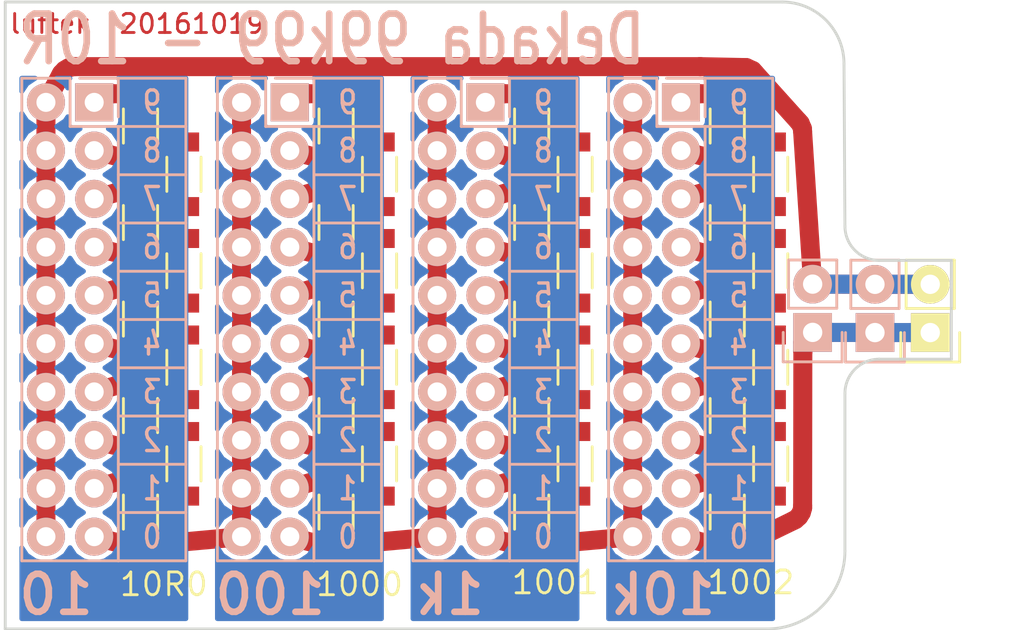
<source format=kicad_pcb>
(kicad_pcb (version 20160815) (host pcbnew "(2016-10-07 revision f14dc8f)-makepkg")

  (general
    (links 117)
    (no_connects 0)
    (area 83.640343 28.24407 133.590345 61.394077)
    (thickness 1.6)
    (drawings 110)
    (tracks 644)
    (zones 0)
    (modules 43)
    (nets 42)
  )

  (page A4)
  (layers
    (0 F.Cu signal)
    (31 B.Cu signal)
    (32 B.Adhes user)
    (33 F.Adhes user)
    (34 B.Paste user)
    (35 F.Paste user)
    (36 B.SilkS user)
    (37 F.SilkS user)
    (38 B.Mask user)
    (39 F.Mask user)
    (40 Dwgs.User user)
    (41 Cmts.User user)
    (42 Eco1.User user)
    (43 Eco2.User user)
    (44 Edge.Cuts user)
    (45 Margin user)
    (46 B.CrtYd user)
    (47 F.CrtYd user)
    (48 B.Fab user)
    (49 F.Fab user)
  )

  (setup
    (last_trace_width 1)
    (trace_clearance 0.254)
    (zone_clearance 0.254)
    (zone_45_only no)
    (trace_min 0.254)
    (segment_width 0.15)
    (edge_width 0.15)
    (via_size 0.889)
    (via_drill 0.635)
    (via_min_size 0.889)
    (via_min_drill 0.508)
    (uvia_size 0.508)
    (uvia_drill 0.127)
    (uvias_allowed no)
    (uvia_min_size 0.508)
    (uvia_min_drill 0.127)
    (pcb_text_width 0.3)
    (pcb_text_size 1 1)
    (mod_edge_width 0.15)
    (mod_text_size 1 1)
    (mod_text_width 0.15)
    (pad_size 1 1.6)
    (pad_drill 0)
    (pad_to_mask_clearance 0)
    (aux_axis_origin 83.715344 28.319073)
    (grid_origin 83.715344 28.319073)
    (visible_elements 7FFFFFFF)
    (pcbplotparams
      (layerselection 0x010f0_ffffffff)
      (usegerberextensions true)
      (excludeedgelayer true)
      (linewidth 0.150000)
      (plotframeref false)
      (viasonmask false)
      (mode 1)
      (useauxorigin false)
      (hpglpennumber 1)
      (hpglpenspeed 20)
      (hpglpendiameter 15)
      (psnegative false)
      (psa4output false)
      (plotreference true)
      (plotvalue true)
      (plotinvisibletext false)
      (padsonsilk false)
      (subtractmaskfromsilk false)
      (outputformat 1)
      (mirror false)
      (drillshape 0)
      (scaleselection 1)
      (outputdirectory gerb_Dekada_20160322/))
  )

  (net 0 "")
  (net 1 "Net-(P1-Pad1)")
  (net 2 "Net-(P1-Pad10)")
  (net 3 "Net-(P2-Pad1)")
  (net 4 "Net-(P3-Pad1)")
  (net 5 "Net-(P4-Pad1)")
  (net 6 "Net-(P1-Pad3)")
  (net 7 "Net-(P1-Pad5)")
  (net 8 "Net-(P1-Pad7)")
  (net 9 "Net-(P1-Pad9)")
  (net 10 "Net-(P1-Pad11)")
  (net 11 "Net-(P1-Pad13)")
  (net 12 "Net-(P1-Pad15)")
  (net 13 "Net-(P1-Pad17)")
  (net 14 "Net-(P1-Pad19)")
  (net 15 "Net-(P2-Pad3)")
  (net 16 "Net-(P2-Pad5)")
  (net 17 "Net-(P2-Pad7)")
  (net 18 "Net-(P2-Pad9)")
  (net 19 "Net-(P2-Pad11)")
  (net 20 "Net-(P2-Pad13)")
  (net 21 "Net-(P2-Pad15)")
  (net 22 "Net-(P2-Pad17)")
  (net 23 "Net-(P2-Pad19)")
  (net 24 "Net-(P3-Pad3)")
  (net 25 "Net-(P3-Pad5)")
  (net 26 "Net-(P3-Pad7)")
  (net 27 "Net-(P3-Pad9)")
  (net 28 "Net-(P3-Pad11)")
  (net 29 "Net-(P3-Pad13)")
  (net 30 "Net-(P3-Pad15)")
  (net 31 "Net-(P3-Pad17)")
  (net 32 "Net-(P3-Pad19)")
  (net 33 "Net-(P4-Pad3)")
  (net 34 "Net-(P4-Pad5)")
  (net 35 "Net-(P4-Pad7)")
  (net 36 "Net-(P4-Pad9)")
  (net 37 "Net-(P4-Pad11)")
  (net 38 "Net-(P4-Pad13)")
  (net 39 "Net-(P4-Pad15)")
  (net 40 "Net-(P4-Pad17)")
  (net 41 "Net-(P4-Pad19)")

  (net_class Default "This is the default net class."
    (clearance 0.254)
    (trace_width 1)
    (via_dia 0.889)
    (via_drill 0.635)
    (uvia_dia 0.508)
    (uvia_drill 0.127)
    (diff_pair_gap 0.25)
    (diff_pair_width 0.2)
    (add_net "Net-(P1-Pad1)")
    (add_net "Net-(P1-Pad10)")
    (add_net "Net-(P1-Pad11)")
    (add_net "Net-(P1-Pad13)")
    (add_net "Net-(P1-Pad15)")
    (add_net "Net-(P1-Pad17)")
    (add_net "Net-(P1-Pad19)")
    (add_net "Net-(P1-Pad3)")
    (add_net "Net-(P1-Pad5)")
    (add_net "Net-(P1-Pad7)")
    (add_net "Net-(P1-Pad9)")
    (add_net "Net-(P2-Pad1)")
    (add_net "Net-(P2-Pad11)")
    (add_net "Net-(P2-Pad13)")
    (add_net "Net-(P2-Pad15)")
    (add_net "Net-(P2-Pad17)")
    (add_net "Net-(P2-Pad19)")
    (add_net "Net-(P2-Pad3)")
    (add_net "Net-(P2-Pad5)")
    (add_net "Net-(P2-Pad7)")
    (add_net "Net-(P2-Pad9)")
    (add_net "Net-(P3-Pad1)")
    (add_net "Net-(P3-Pad11)")
    (add_net "Net-(P3-Pad13)")
    (add_net "Net-(P3-Pad15)")
    (add_net "Net-(P3-Pad17)")
    (add_net "Net-(P3-Pad19)")
    (add_net "Net-(P3-Pad3)")
    (add_net "Net-(P3-Pad5)")
    (add_net "Net-(P3-Pad7)")
    (add_net "Net-(P3-Pad9)")
    (add_net "Net-(P4-Pad1)")
    (add_net "Net-(P4-Pad11)")
    (add_net "Net-(P4-Pad13)")
    (add_net "Net-(P4-Pad15)")
    (add_net "Net-(P4-Pad17)")
    (add_net "Net-(P4-Pad19)")
    (add_net "Net-(P4-Pad3)")
    (add_net "Net-(P4-Pad5)")
    (add_net "Net-(P4-Pad7)")
    (add_net "Net-(P4-Pad9)")
  )

  (module R_1206_Custom (layer F.Cu) (tedit 580C7B70) (tstamp 57F46971)
    (at 101.131 39.9277 90)
    (descr "Resistor SMD 1206, reflow soldering, Vishay (see dcrcw.pdf)")
    (tags "resistor 1206")
    (path /5402F00F)
    (attr smd)
    (fp_text reference R13 (at 0 0 90) (layer F.SilkS) hide
      (effects (font (size 0.7 0.7) (thickness 0.03175)))
    )
    (fp_text value R (at 0 2.1 90) (layer F.Fab)
      (effects (font (size 1 1) (thickness 0.15)))
    )
    (fp_line (start -2.5 -1.1) (end 2.5 -1.1) (layer F.CrtYd) (width 0.05))
    (fp_line (start -2.5 1.1) (end 2.5 1.1) (layer F.CrtYd) (width 0.05))
    (fp_line (start -2.5 -1.1) (end -2.5 1.1) (layer F.CrtYd) (width 0.05))
    (fp_line (start 2.5 -1.1) (end 2.5 1.1) (layer F.CrtYd) (width 0.05))
    (fp_line (start -0.9 -0.9) (end 0.9 -0.9) (layer F.SilkS) (width 0.15))
    (fp_line (start -0.9 0.9) (end 0.9 0.9) (layer F.SilkS) (width 0.15))
    (pad 1 smd rect (at -1.7 0 90) (size 1 1.6) (layers F.Cu F.Paste F.Mask)
      (net 17 "Net-(P2-Pad7)"))
    (pad 2 smd rect (at 1.7 0 90) (size 1 1.6) (layers F.Cu F.Paste F.Mask)
      (net 16 "Net-(P2-Pad5)"))
    (model Resistors_SMD.3dshapes/R_1206.wrl
      (at (xyz 0 0 0))
      (scale (xyz 1 1 1))
      (rotate (xyz 0 0 0))
    )
  )

  (module R_1206_Custom (layer F.Cu) (tedit 580C7B70) (tstamp 56EDB147)
    (at 90.8363 55.1677 90)
    (descr "Resistor SMD 1206, reflow soldering, Vishay (see dcrcw.pdf)")
    (tags "resistor 1206")
    (path /5402E4B9)
    (attr smd)
    (fp_text reference R9 (at 0 0 90) (layer F.SilkS) hide
      (effects (font (size 0.7 0.7) (thickness 0.03175)))
    )
    (fp_text value R (at 0 2.1 90) (layer F.Fab)
      (effects (font (size 1 1) (thickness 0.15)))
    )
    (fp_line (start -0.9 0.9) (end 0.9 0.9) (layer F.SilkS) (width 0.15))
    (fp_line (start -0.9 -0.9) (end 0.9 -0.9) (layer F.SilkS) (width 0.15))
    (fp_line (start 2.5 -1.1) (end 2.5 1.1) (layer F.CrtYd) (width 0.05))
    (fp_line (start -2.5 -1.1) (end -2.5 1.1) (layer F.CrtYd) (width 0.05))
    (fp_line (start -2.5 1.1) (end 2.5 1.1) (layer F.CrtYd) (width 0.05))
    (fp_line (start -2.5 -1.1) (end 2.5 -1.1) (layer F.CrtYd) (width 0.05))
    (pad 2 smd rect (at 1.7 0 90) (size 1 1.6) (layers F.Cu F.Paste F.Mask)
      (net 13 "Net-(P1-Pad17)"))
    (pad 1 smd rect (at -1.7 0 90) (size 1 1.6) (layers F.Cu F.Paste F.Mask)
      (net 14 "Net-(P1-Pad19)"))
    (model Resistors_SMD.3dshapes/R_1206.wrl
      (at (xyz 0 0 0))
      (scale (xyz 1 1 1))
      (rotate (xyz 0 0 0))
    )
  )

  (module Pin_Header_Straight_2x10_Custom (layer B.Cu) (tedit 580C7B70) (tstamp 57F46AEF)
    (at 119.284 33.6017 180)
    (descr "Through hole pin header")
    (tags "pin header")
    (path /5402F7C4)
    (fp_text reference P4 (at -0.95 2.45 180) (layer B.SilkS) hide
      (effects (font (size 1 1) (thickness 0.15)) (justify mirror))
    )
    (fp_text value CONN_02X10 (at 0 3.1 180) (layer B.Fab)
      (effects (font (size 1 1) (thickness 0.15)) (justify mirror))
    )
    (fp_line (start -1.75 1.75) (end -1.75 -24.65) (layer B.CrtYd) (width 0.05))
    (fp_line (start 4.3 1.75) (end 4.3 -24.65) (layer B.CrtYd) (width 0.05))
    (fp_line (start -1.75 1.75) (end 4.3 1.75) (layer B.CrtYd) (width 0.05))
    (fp_line (start -1.75 -24.65) (end 4.3 -24.65) (layer B.CrtYd) (width 0.05))
    (fp_line (start 3.81 -24.13) (end 3.81 1.27) (layer B.SilkS) (width 0.15))
    (fp_line (start -1.27 -1.27) (end -1.27 -24.13) (layer B.SilkS) (width 0.15))
    (fp_line (start 3.81 -24.13) (end -1.27 -24.13) (layer B.SilkS) (width 0.15))
    (fp_line (start 3.81 1.27) (end 1.27 1.27) (layer B.SilkS) (width 0.15))
    (fp_line (start 1.27 1.27) (end 1.27 -1.27) (layer B.SilkS) (width 0.15))
    (fp_line (start 1.27 -1.27) (end -1.27 -1.27) (layer B.SilkS) (width 0.15))
    (fp_line (start 0.762 1.27) (end -1.27 1.27) (layer B.SilkS) (width 0.15))
    (fp_line (start -1.27 1.27) (end -1.27 -0.762) (layer B.SilkS) (width 0.15))
    (pad 1 thru_hole rect (at 0 0 180) (size 2 2) (drill 1) (layers *.Cu *.Mask B.SilkS)
      (net 5 "Net-(P4-Pad1)"))
    (pad 2 thru_hole oval (at 2.54 0 180) (size 2 2) (drill 1) (layers *.Cu *.Mask B.SilkS)
      (net 32 "Net-(P3-Pad19)"))
    (pad 3 thru_hole oval (at 0 -2.54 180) (size 2 2) (drill 1) (layers *.Cu *.Mask B.SilkS)
      (net 33 "Net-(P4-Pad3)"))
    (pad 4 thru_hole oval (at 2.54 -2.54 180) (size 2 2) (drill 1) (layers *.Cu *.Mask B.SilkS)
      (net 32 "Net-(P3-Pad19)"))
    (pad 5 thru_hole oval (at 0 -5.08 180) (size 2 2) (drill 1) (layers *.Cu *.Mask B.SilkS)
      (net 34 "Net-(P4-Pad5)"))
    (pad 6 thru_hole oval (at 2.54 -5.08 180) (size 2 2) (drill 1) (layers *.Cu *.Mask B.SilkS)
      (net 32 "Net-(P3-Pad19)"))
    (pad 7 thru_hole oval (at 0 -7.62 180) (size 2 2) (drill 1) (layers *.Cu *.Mask B.SilkS)
      (net 35 "Net-(P4-Pad7)"))
    (pad 8 thru_hole oval (at 2.54 -7.62 180) (size 2 2) (drill 1) (layers *.Cu *.Mask B.SilkS)
      (net 32 "Net-(P3-Pad19)"))
    (pad 9 thru_hole oval (at 0 -10.16 180) (size 2 2) (drill 1) (layers *.Cu *.Mask B.SilkS)
      (net 36 "Net-(P4-Pad9)"))
    (pad 10 thru_hole oval (at 2.54 -10.16 180) (size 2 2) (drill 1) (layers *.Cu *.Mask B.SilkS)
      (net 32 "Net-(P3-Pad19)"))
    (pad 11 thru_hole oval (at 0 -12.7 180) (size 2 2) (drill 1) (layers *.Cu *.Mask B.SilkS)
      (net 37 "Net-(P4-Pad11)"))
    (pad 12 thru_hole oval (at 2.54 -12.7 180) (size 2 2) (drill 1) (layers *.Cu *.Mask B.SilkS)
      (net 32 "Net-(P3-Pad19)"))
    (pad 13 thru_hole oval (at 0 -15.24 180) (size 2 2) (drill 1) (layers *.Cu *.Mask B.SilkS)
      (net 38 "Net-(P4-Pad13)"))
    (pad 14 thru_hole oval (at 2.54 -15.24 180) (size 2 2) (drill 1) (layers *.Cu *.Mask B.SilkS)
      (net 32 "Net-(P3-Pad19)"))
    (pad 15 thru_hole oval (at 0 -17.78 180) (size 2 2) (drill 1) (layers *.Cu *.Mask B.SilkS)
      (net 39 "Net-(P4-Pad15)"))
    (pad 16 thru_hole oval (at 2.54 -17.78 180) (size 2 2) (drill 1) (layers *.Cu *.Mask B.SilkS)
      (net 32 "Net-(P3-Pad19)"))
    (pad 17 thru_hole oval (at 0 -20.32 180) (size 2 2) (drill 1) (layers *.Cu *.Mask B.SilkS)
      (net 40 "Net-(P4-Pad17)"))
    (pad 18 thru_hole oval (at 2.54 -20.32 180) (size 2 2) (drill 1) (layers *.Cu *.Mask B.SilkS)
      (net 32 "Net-(P3-Pad19)"))
    (pad 19 thru_hole oval (at 0 -22.86 180) (size 2 2) (drill 1) (layers *.Cu *.Mask B.SilkS)
      (net 41 "Net-(P4-Pad19)"))
    (pad 20 thru_hole oval (at 2.54 -22.86 180) (size 2 2) (drill 1) (layers *.Cu *.Mask B.SilkS)
      (net 32 "Net-(P3-Pad19)"))
    (model Pin_Headers.3dshapes/Pin_Header_Straight_2x10.wrl
      (at (xyz 0.05 -0.45 0))
      (scale (xyz 1 1 1))
      (rotate (xyz 0 0 90))
    )
  )

  (module R_1206_Custom (layer F.Cu) (tedit 580C7B70) (tstamp 57F46AE4)
    (at 124.007 47.5477 90)
    (descr "Resistor SMD 1206, reflow soldering, Vishay (see dcrcw.pdf)")
    (tags "resistor 1206")
    (path /5402F7E8)
    (attr smd)
    (fp_text reference R36 (at 0 0 90) (layer F.SilkS) hide
      (effects (font (size 0.7 0.7) (thickness 0.03175)))
    )
    (fp_text value R (at 0 2.1 90) (layer F.Fab)
      (effects (font (size 1 1) (thickness 0.15)))
    )
    (fp_line (start -2.5 -1.1) (end 2.5 -1.1) (layer F.CrtYd) (width 0.05))
    (fp_line (start -2.5 1.1) (end 2.5 1.1) (layer F.CrtYd) (width 0.05))
    (fp_line (start -2.5 -1.1) (end -2.5 1.1) (layer F.CrtYd) (width 0.05))
    (fp_line (start 2.5 -1.1) (end 2.5 1.1) (layer F.CrtYd) (width 0.05))
    (fp_line (start -0.9 -0.9) (end 0.9 -0.9) (layer F.SilkS) (width 0.15))
    (fp_line (start -0.9 0.9) (end 0.9 0.9) (layer F.SilkS) (width 0.15))
    (pad 1 smd rect (at -1.7 0 90) (size 1 1.6) (layers F.Cu F.Paste F.Mask)
      (net 38 "Net-(P4-Pad13)"))
    (pad 2 smd rect (at 1.7 0 90) (size 1 1.6) (layers F.Cu F.Paste F.Mask)
      (net 37 "Net-(P4-Pad11)"))
    (model Resistors_SMD.3dshapes/R_1206.wrl
      (at (xyz 0 0 0))
      (scale (xyz 1 1 1))
      (rotate (xyz 0 0 0))
    )
  )

  (module R_1206_Custom (layer F.Cu) (tedit 580C7B70) (tstamp 57F46AD9)
    (at 121.721 50.0877 90)
    (descr "Resistor SMD 1206, reflow soldering, Vishay (see dcrcw.pdf)")
    (tags "resistor 1206")
    (path /5402F7EE)
    (attr smd)
    (fp_text reference R37 (at 0 0 90) (layer F.SilkS) hide
      (effects (font (size 0.7 0.7) (thickness 0.03175)))
    )
    (fp_text value R (at 0 2.1 90) (layer F.Fab)
      (effects (font (size 1 1) (thickness 0.15)))
    )
    (fp_line (start -0.9 0.9) (end 0.9 0.9) (layer F.SilkS) (width 0.15))
    (fp_line (start -0.9 -0.9) (end 0.9 -0.9) (layer F.SilkS) (width 0.15))
    (fp_line (start 2.5 -1.1) (end 2.5 1.1) (layer F.CrtYd) (width 0.05))
    (fp_line (start -2.5 -1.1) (end -2.5 1.1) (layer F.CrtYd) (width 0.05))
    (fp_line (start -2.5 1.1) (end 2.5 1.1) (layer F.CrtYd) (width 0.05))
    (fp_line (start -2.5 -1.1) (end 2.5 -1.1) (layer F.CrtYd) (width 0.05))
    (pad 2 smd rect (at 1.7 0 90) (size 1 1.6) (layers F.Cu F.Paste F.Mask)
      (net 38 "Net-(P4-Pad13)"))
    (pad 1 smd rect (at -1.7 0 90) (size 1 1.6) (layers F.Cu F.Paste F.Mask)
      (net 39 "Net-(P4-Pad15)"))
    (model Resistors_SMD.3dshapes/R_1206.wrl
      (at (xyz 0 0 0))
      (scale (xyz 1 1 1))
      (rotate (xyz 0 0 0))
    )
  )

  (module R_1206_Custom (layer F.Cu) (tedit 580C7B70) (tstamp 57F46ACE)
    (at 124.007 52.6277 90)
    (descr "Resistor SMD 1206, reflow soldering, Vishay (see dcrcw.pdf)")
    (tags "resistor 1206")
    (path /5402F7F4)
    (attr smd)
    (fp_text reference R38 (at 0 0 90) (layer F.SilkS) hide
      (effects (font (size 0.7 0.7) (thickness 0.03175)))
    )
    (fp_text value R (at 0 2.1 90) (layer F.Fab)
      (effects (font (size 1 1) (thickness 0.15)))
    )
    (fp_line (start -0.9 0.9) (end 0.9 0.9) (layer F.SilkS) (width 0.15))
    (fp_line (start -0.9 -0.9) (end 0.9 -0.9) (layer F.SilkS) (width 0.15))
    (fp_line (start 2.5 -1.1) (end 2.5 1.1) (layer F.CrtYd) (width 0.05))
    (fp_line (start -2.5 -1.1) (end -2.5 1.1) (layer F.CrtYd) (width 0.05))
    (fp_line (start -2.5 1.1) (end 2.5 1.1) (layer F.CrtYd) (width 0.05))
    (fp_line (start -2.5 -1.1) (end 2.5 -1.1) (layer F.CrtYd) (width 0.05))
    (pad 2 smd rect (at 1.7 0 90) (size 1 1.6) (layers F.Cu F.Paste F.Mask)
      (net 39 "Net-(P4-Pad15)"))
    (pad 1 smd rect (at -1.7 0 90) (size 1 1.6) (layers F.Cu F.Paste F.Mask)
      (net 40 "Net-(P4-Pad17)"))
    (model Resistors_SMD.3dshapes/R_1206.wrl
      (at (xyz 0 0 0))
      (scale (xyz 1 1 1))
      (rotate (xyz 0 0 0))
    )
  )

  (module R_1206_Custom (layer F.Cu) (tedit 580C7B70) (tstamp 57F46AC3)
    (at 121.721 55.1677 90)
    (descr "Resistor SMD 1206, reflow soldering, Vishay (see dcrcw.pdf)")
    (tags "resistor 1206")
    (path /5402F7FA)
    (attr smd)
    (fp_text reference R39 (at 0 0 90) (layer F.SilkS) hide
      (effects (font (size 0.7 0.7) (thickness 0.03175)))
    )
    (fp_text value R (at 0 2.1 90) (layer F.Fab)
      (effects (font (size 1 1) (thickness 0.15)))
    )
    (fp_line (start -2.5 -1.1) (end 2.5 -1.1) (layer F.CrtYd) (width 0.05))
    (fp_line (start -2.5 1.1) (end 2.5 1.1) (layer F.CrtYd) (width 0.05))
    (fp_line (start -2.5 -1.1) (end -2.5 1.1) (layer F.CrtYd) (width 0.05))
    (fp_line (start 2.5 -1.1) (end 2.5 1.1) (layer F.CrtYd) (width 0.05))
    (fp_line (start -0.9 -0.9) (end 0.9 -0.9) (layer F.SilkS) (width 0.15))
    (fp_line (start -0.9 0.9) (end 0.9 0.9) (layer F.SilkS) (width 0.15))
    (pad 1 smd rect (at -1.7 0 90) (size 1 1.6) (layers F.Cu F.Paste F.Mask)
      (net 41 "Net-(P4-Pad19)"))
    (pad 2 smd rect (at 1.7 0 90) (size 1 1.6) (layers F.Cu F.Paste F.Mask)
      (net 40 "Net-(P4-Pad17)"))
    (model Resistors_SMD.3dshapes/R_1206.wrl
      (at (xyz 0 0 0))
      (scale (xyz 1 1 1))
      (rotate (xyz 0 0 0))
    )
  )

  (module R_1206_Custom (layer F.Cu) (tedit 580C7B70) (tstamp 57F46AB8)
    (at 124.007 37.3877 90)
    (descr "Resistor SMD 1206, reflow soldering, Vishay (see dcrcw.pdf)")
    (tags "resistor 1206")
    (path /5402F7D0)
    (attr smd)
    (fp_text reference R32 (at 0 0 90) (layer F.SilkS) hide
      (effects (font (size 0.7 0.7) (thickness 0.03175)))
    )
    (fp_text value R (at 0 2.1 90) (layer F.Fab)
      (effects (font (size 1 1) (thickness 0.15)))
    )
    (fp_line (start -2.5 -1.1) (end 2.5 -1.1) (layer F.CrtYd) (width 0.05))
    (fp_line (start -2.5 1.1) (end 2.5 1.1) (layer F.CrtYd) (width 0.05))
    (fp_line (start -2.5 -1.1) (end -2.5 1.1) (layer F.CrtYd) (width 0.05))
    (fp_line (start 2.5 -1.1) (end 2.5 1.1) (layer F.CrtYd) (width 0.05))
    (fp_line (start -0.9 -0.9) (end 0.9 -0.9) (layer F.SilkS) (width 0.15))
    (fp_line (start -0.9 0.9) (end 0.9 0.9) (layer F.SilkS) (width 0.15))
    (pad 1 smd rect (at -1.7 0 90) (size 1 1.6) (layers F.Cu F.Paste F.Mask)
      (net 34 "Net-(P4-Pad5)"))
    (pad 2 smd rect (at 1.7 0 90) (size 1 1.6) (layers F.Cu F.Paste F.Mask)
      (net 33 "Net-(P4-Pad3)"))
    (model Resistors_SMD.3dshapes/R_1206.wrl
      (at (xyz 0 0 0))
      (scale (xyz 1 1 1))
      (rotate (xyz 0 0 0))
    )
  )

  (module R_1206_Custom (layer F.Cu) (tedit 580C7B70) (tstamp 57F46AAD)
    (at 121.721 39.9277 90)
    (descr "Resistor SMD 1206, reflow soldering, Vishay (see dcrcw.pdf)")
    (tags "resistor 1206")
    (path /5402F7D6)
    (attr smd)
    (fp_text reference R33 (at 0 0 90) (layer F.SilkS) hide
      (effects (font (size 0.7 0.7) (thickness 0.03175)))
    )
    (fp_text value R (at 0 2.1 90) (layer F.Fab)
      (effects (font (size 1 1) (thickness 0.15)))
    )
    (fp_line (start -0.9 0.9) (end 0.9 0.9) (layer F.SilkS) (width 0.15))
    (fp_line (start -0.9 -0.9) (end 0.9 -0.9) (layer F.SilkS) (width 0.15))
    (fp_line (start 2.5 -1.1) (end 2.5 1.1) (layer F.CrtYd) (width 0.05))
    (fp_line (start -2.5 -1.1) (end -2.5 1.1) (layer F.CrtYd) (width 0.05))
    (fp_line (start -2.5 1.1) (end 2.5 1.1) (layer F.CrtYd) (width 0.05))
    (fp_line (start -2.5 -1.1) (end 2.5 -1.1) (layer F.CrtYd) (width 0.05))
    (pad 2 smd rect (at 1.7 0 90) (size 1 1.6) (layers F.Cu F.Paste F.Mask)
      (net 34 "Net-(P4-Pad5)"))
    (pad 1 smd rect (at -1.7 0 90) (size 1 1.6) (layers F.Cu F.Paste F.Mask)
      (net 35 "Net-(P4-Pad7)"))
    (model Resistors_SMD.3dshapes/R_1206.wrl
      (at (xyz 0 0 0))
      (scale (xyz 1 1 1))
      (rotate (xyz 0 0 0))
    )
  )

  (module R_1206_Custom (layer F.Cu) (tedit 580C7B70) (tstamp 57F46AA2)
    (at 124.007 42.4677 90)
    (descr "Resistor SMD 1206, reflow soldering, Vishay (see dcrcw.pdf)")
    (tags "resistor 1206")
    (path /5402F7DC)
    (attr smd)
    (fp_text reference R34 (at 0 0 90) (layer F.SilkS) hide
      (effects (font (size 0.7 0.7) (thickness 0.03175)))
    )
    (fp_text value R (at 0 2.1 90) (layer F.Fab)
      (effects (font (size 1 1) (thickness 0.15)))
    )
    (fp_line (start -0.9 0.9) (end 0.9 0.9) (layer F.SilkS) (width 0.15))
    (fp_line (start -0.9 -0.9) (end 0.9 -0.9) (layer F.SilkS) (width 0.15))
    (fp_line (start 2.5 -1.1) (end 2.5 1.1) (layer F.CrtYd) (width 0.05))
    (fp_line (start -2.5 -1.1) (end -2.5 1.1) (layer F.CrtYd) (width 0.05))
    (fp_line (start -2.5 1.1) (end 2.5 1.1) (layer F.CrtYd) (width 0.05))
    (fp_line (start -2.5 -1.1) (end 2.5 -1.1) (layer F.CrtYd) (width 0.05))
    (pad 2 smd rect (at 1.7 0 90) (size 1 1.6) (layers F.Cu F.Paste F.Mask)
      (net 35 "Net-(P4-Pad7)"))
    (pad 1 smd rect (at -1.7 0 90) (size 1 1.6) (layers F.Cu F.Paste F.Mask)
      (net 36 "Net-(P4-Pad9)"))
    (model Resistors_SMD.3dshapes/R_1206.wrl
      (at (xyz 0 0 0))
      (scale (xyz 1 1 1))
      (rotate (xyz 0 0 0))
    )
  )

  (module R_1206_Custom (layer F.Cu) (tedit 580C7B70) (tstamp 57F46A97)
    (at 121.721 45.0077 90)
    (descr "Resistor SMD 1206, reflow soldering, Vishay (see dcrcw.pdf)")
    (tags "resistor 1206")
    (path /5402F7E2)
    (attr smd)
    (fp_text reference R35 (at 0 0 90) (layer F.SilkS) hide
      (effects (font (size 0.7 0.7) (thickness 0.03175)))
    )
    (fp_text value R (at 0 2.1 90) (layer F.Fab)
      (effects (font (size 1 1) (thickness 0.15)))
    )
    (fp_line (start -2.5 -1.1) (end 2.5 -1.1) (layer F.CrtYd) (width 0.05))
    (fp_line (start -2.5 1.1) (end 2.5 1.1) (layer F.CrtYd) (width 0.05))
    (fp_line (start -2.5 -1.1) (end -2.5 1.1) (layer F.CrtYd) (width 0.05))
    (fp_line (start 2.5 -1.1) (end 2.5 1.1) (layer F.CrtYd) (width 0.05))
    (fp_line (start -0.9 -0.9) (end 0.9 -0.9) (layer F.SilkS) (width 0.15))
    (fp_line (start -0.9 0.9) (end 0.9 0.9) (layer F.SilkS) (width 0.15))
    (pad 1 smd rect (at -1.7 0 90) (size 1 1.6) (layers F.Cu F.Paste F.Mask)
      (net 37 "Net-(P4-Pad11)"))
    (pad 2 smd rect (at 1.7 0 90) (size 1 1.6) (layers F.Cu F.Paste F.Mask)
      (net 36 "Net-(P4-Pad9)"))
    (model Resistors_SMD.3dshapes/R_1206.wrl
      (at (xyz 0 0 0))
      (scale (xyz 1 1 1))
      (rotate (xyz 0 0 0))
    )
  )

  (module R_1206_Custom (layer F.Cu) (tedit 580C7B70) (tstamp 57F46A8C)
    (at 121.721 34.8477 90)
    (descr "Resistor SMD 1206, reflow soldering, Vishay (see dcrcw.pdf)")
    (tags "resistor 1206")
    (path /5402F7CA)
    (attr smd)
    (fp_text reference R31 (at 0 0 90) (layer F.SilkS) hide
      (effects (font (size 0.7 0.7) (thickness 0.03175)))
    )
    (fp_text value R (at 0 2.1 90) (layer F.Fab)
      (effects (font (size 1 1) (thickness 0.15)))
    )
    (fp_line (start -2.5 -1.1) (end 2.5 -1.1) (layer F.CrtYd) (width 0.05))
    (fp_line (start -2.5 1.1) (end 2.5 1.1) (layer F.CrtYd) (width 0.05))
    (fp_line (start -2.5 -1.1) (end -2.5 1.1) (layer F.CrtYd) (width 0.05))
    (fp_line (start 2.5 -1.1) (end 2.5 1.1) (layer F.CrtYd) (width 0.05))
    (fp_line (start -0.9 -0.9) (end 0.9 -0.9) (layer F.SilkS) (width 0.15))
    (fp_line (start -0.9 0.9) (end 0.9 0.9) (layer F.SilkS) (width 0.15))
    (pad 1 smd rect (at -1.7 0 90) (size 1 1.6) (layers F.Cu F.Paste F.Mask)
      (net 33 "Net-(P4-Pad3)"))
    (pad 2 smd rect (at 1.7 0 90) (size 1 1.6) (layers F.Cu F.Paste F.Mask)
      (net 5 "Net-(P4-Pad1)"))
    (model Resistors_SMD.3dshapes/R_1206.wrl
      (at (xyz 0 0 0))
      (scale (xyz 1 1 1))
      (rotate (xyz 0 0 0))
    )
  )

  (module Pin_Header_Straight_2x10_Custom (layer B.Cu) (tedit 580C7B70) (tstamp 57F46A51)
    (at 108.989 33.6017 180)
    (descr "Through hole pin header")
    (tags "pin header")
    (path /5402F5CF)
    (fp_text reference P3 (at -0.95 2.45 180) (layer B.SilkS) hide
      (effects (font (size 1 1) (thickness 0.15)) (justify mirror))
    )
    (fp_text value CONN_02X10 (at 0 3.1 180) (layer B.Fab)
      (effects (font (size 1 1) (thickness 0.15)) (justify mirror))
    )
    (fp_line (start -1.27 1.27) (end -1.27 -0.762) (layer B.SilkS) (width 0.15))
    (fp_line (start 0.762 1.27) (end -1.27 1.27) (layer B.SilkS) (width 0.15))
    (fp_line (start 1.27 -1.27) (end -1.27 -1.27) (layer B.SilkS) (width 0.15))
    (fp_line (start 1.27 1.27) (end 1.27 -1.27) (layer B.SilkS) (width 0.15))
    (fp_line (start 3.81 1.27) (end 1.27 1.27) (layer B.SilkS) (width 0.15))
    (fp_line (start 3.81 -24.13) (end -1.27 -24.13) (layer B.SilkS) (width 0.15))
    (fp_line (start -1.27 -1.27) (end -1.27 -24.13) (layer B.SilkS) (width 0.15))
    (fp_line (start 3.81 -24.13) (end 3.81 1.27) (layer B.SilkS) (width 0.15))
    (fp_line (start -1.75 -24.65) (end 4.3 -24.65) (layer B.CrtYd) (width 0.05))
    (fp_line (start -1.75 1.75) (end 4.3 1.75) (layer B.CrtYd) (width 0.05))
    (fp_line (start 4.3 1.75) (end 4.3 -24.65) (layer B.CrtYd) (width 0.05))
    (fp_line (start -1.75 1.75) (end -1.75 -24.65) (layer B.CrtYd) (width 0.05))
    (pad 20 thru_hole oval (at 2.54 -22.86 180) (size 2 2) (drill 1) (layers *.Cu *.Mask B.SilkS)
      (net 23 "Net-(P2-Pad19)"))
    (pad 19 thru_hole oval (at 0 -22.86 180) (size 2 2) (drill 1) (layers *.Cu *.Mask B.SilkS)
      (net 32 "Net-(P3-Pad19)"))
    (pad 18 thru_hole oval (at 2.54 -20.32 180) (size 2 2) (drill 1) (layers *.Cu *.Mask B.SilkS)
      (net 23 "Net-(P2-Pad19)"))
    (pad 17 thru_hole oval (at 0 -20.32 180) (size 2 2) (drill 1) (layers *.Cu *.Mask B.SilkS)
      (net 31 "Net-(P3-Pad17)"))
    (pad 16 thru_hole oval (at 2.54 -17.78 180) (size 2 2) (drill 1) (layers *.Cu *.Mask B.SilkS)
      (net 23 "Net-(P2-Pad19)"))
    (pad 15 thru_hole oval (at 0 -17.78 180) (size 2 2) (drill 1) (layers *.Cu *.Mask B.SilkS)
      (net 30 "Net-(P3-Pad15)"))
    (pad 14 thru_hole oval (at 2.54 -15.24 180) (size 2 2) (drill 1) (layers *.Cu *.Mask B.SilkS)
      (net 23 "Net-(P2-Pad19)"))
    (pad 13 thru_hole oval (at 0 -15.24 180) (size 2 2) (drill 1) (layers *.Cu *.Mask B.SilkS)
      (net 29 "Net-(P3-Pad13)"))
    (pad 12 thru_hole oval (at 2.54 -12.7 180) (size 2 2) (drill 1) (layers *.Cu *.Mask B.SilkS)
      (net 23 "Net-(P2-Pad19)"))
    (pad 11 thru_hole oval (at 0 -12.7 180) (size 2 2) (drill 1) (layers *.Cu *.Mask B.SilkS)
      (net 28 "Net-(P3-Pad11)"))
    (pad 10 thru_hole oval (at 2.54 -10.16 180) (size 2 2) (drill 1) (layers *.Cu *.Mask B.SilkS)
      (net 23 "Net-(P2-Pad19)"))
    (pad 9 thru_hole oval (at 0 -10.16 180) (size 2 2) (drill 1) (layers *.Cu *.Mask B.SilkS)
      (net 27 "Net-(P3-Pad9)"))
    (pad 8 thru_hole oval (at 2.54 -7.62 180) (size 2 2) (drill 1) (layers *.Cu *.Mask B.SilkS)
      (net 23 "Net-(P2-Pad19)"))
    (pad 7 thru_hole oval (at 0 -7.62 180) (size 2 2) (drill 1) (layers *.Cu *.Mask B.SilkS)
      (net 26 "Net-(P3-Pad7)"))
    (pad 6 thru_hole oval (at 2.54 -5.08 180) (size 2 2) (drill 1) (layers *.Cu *.Mask B.SilkS)
      (net 23 "Net-(P2-Pad19)"))
    (pad 5 thru_hole oval (at 0 -5.08 180) (size 2 2) (drill 1) (layers *.Cu *.Mask B.SilkS)
      (net 25 "Net-(P3-Pad5)"))
    (pad 4 thru_hole oval (at 2.54 -2.54 180) (size 2 2) (drill 1) (layers *.Cu *.Mask B.SilkS)
      (net 23 "Net-(P2-Pad19)"))
    (pad 3 thru_hole oval (at 0 -2.54 180) (size 2 2) (drill 1) (layers *.Cu *.Mask B.SilkS)
      (net 24 "Net-(P3-Pad3)"))
    (pad 2 thru_hole oval (at 2.54 0 180) (size 2 2) (drill 1) (layers *.Cu *.Mask B.SilkS)
      (net 23 "Net-(P2-Pad19)"))
    (pad 1 thru_hole rect (at 0 0 180) (size 2 2) (drill 1) (layers *.Cu *.Mask B.SilkS)
      (net 4 "Net-(P3-Pad1)"))
    (model Pin_Headers.3dshapes/Pin_Header_Straight_2x10.wrl
      (at (xyz 0.05 -0.45 0))
      (scale (xyz 1 1 1))
      (rotate (xyz 0 0 90))
    )
  )

  (module R_1206_Custom (layer F.Cu) (tedit 580C7B70) (tstamp 57F46A46)
    (at 113.712 47.5477 90)
    (descr "Resistor SMD 1206, reflow soldering, Vishay (see dcrcw.pdf)")
    (tags "resistor 1206")
    (path /5402F5F3)
    (attr smd)
    (fp_text reference R26 (at 0 0 90) (layer F.SilkS) hide
      (effects (font (size 0.7 0.7) (thickness 0.03175)))
    )
    (fp_text value R (at 0 2.1 90) (layer F.Fab)
      (effects (font (size 1 1) (thickness 0.15)))
    )
    (fp_line (start -0.9 0.9) (end 0.9 0.9) (layer F.SilkS) (width 0.15))
    (fp_line (start -0.9 -0.9) (end 0.9 -0.9) (layer F.SilkS) (width 0.15))
    (fp_line (start 2.5 -1.1) (end 2.5 1.1) (layer F.CrtYd) (width 0.05))
    (fp_line (start -2.5 -1.1) (end -2.5 1.1) (layer F.CrtYd) (width 0.05))
    (fp_line (start -2.5 1.1) (end 2.5 1.1) (layer F.CrtYd) (width 0.05))
    (fp_line (start -2.5 -1.1) (end 2.5 -1.1) (layer F.CrtYd) (width 0.05))
    (pad 2 smd rect (at 1.7 0 90) (size 1 1.6) (layers F.Cu F.Paste F.Mask)
      (net 28 "Net-(P3-Pad11)"))
    (pad 1 smd rect (at -1.7 0 90) (size 1 1.6) (layers F.Cu F.Paste F.Mask)
      (net 29 "Net-(P3-Pad13)"))
    (model Resistors_SMD.3dshapes/R_1206.wrl
      (at (xyz 0 0 0))
      (scale (xyz 1 1 1))
      (rotate (xyz 0 0 0))
    )
  )

  (module R_1206_Custom (layer F.Cu) (tedit 580C7B70) (tstamp 57F46A3B)
    (at 111.426 50.0877 90)
    (descr "Resistor SMD 1206, reflow soldering, Vishay (see dcrcw.pdf)")
    (tags "resistor 1206")
    (path /5402F5F9)
    (attr smd)
    (fp_text reference R27 (at 0 0 90) (layer F.SilkS) hide
      (effects (font (size 0.7 0.7) (thickness 0.03175)))
    )
    (fp_text value R (at 0 2.1 90) (layer F.Fab)
      (effects (font (size 1 1) (thickness 0.15)))
    )
    (fp_line (start -2.5 -1.1) (end 2.5 -1.1) (layer F.CrtYd) (width 0.05))
    (fp_line (start -2.5 1.1) (end 2.5 1.1) (layer F.CrtYd) (width 0.05))
    (fp_line (start -2.5 -1.1) (end -2.5 1.1) (layer F.CrtYd) (width 0.05))
    (fp_line (start 2.5 -1.1) (end 2.5 1.1) (layer F.CrtYd) (width 0.05))
    (fp_line (start -0.9 -0.9) (end 0.9 -0.9) (layer F.SilkS) (width 0.15))
    (fp_line (start -0.9 0.9) (end 0.9 0.9) (layer F.SilkS) (width 0.15))
    (pad 1 smd rect (at -1.7 0 90) (size 1 1.6) (layers F.Cu F.Paste F.Mask)
      (net 30 "Net-(P3-Pad15)"))
    (pad 2 smd rect (at 1.7 0 90) (size 1 1.6) (layers F.Cu F.Paste F.Mask)
      (net 29 "Net-(P3-Pad13)"))
    (model Resistors_SMD.3dshapes/R_1206.wrl
      (at (xyz 0 0 0))
      (scale (xyz 1 1 1))
      (rotate (xyz 0 0 0))
    )
  )

  (module R_1206_Custom (layer F.Cu) (tedit 580C7B70) (tstamp 57F46A30)
    (at 113.712 52.6277 90)
    (descr "Resistor SMD 1206, reflow soldering, Vishay (see dcrcw.pdf)")
    (tags "resistor 1206")
    (path /5402F5FF)
    (attr smd)
    (fp_text reference R28 (at 0 0 90) (layer F.SilkS) hide
      (effects (font (size 0.7 0.7) (thickness 0.03175)))
    )
    (fp_text value R (at 0 2.1 90) (layer F.Fab)
      (effects (font (size 1 1) (thickness 0.15)))
    )
    (fp_line (start -2.5 -1.1) (end 2.5 -1.1) (layer F.CrtYd) (width 0.05))
    (fp_line (start -2.5 1.1) (end 2.5 1.1) (layer F.CrtYd) (width 0.05))
    (fp_line (start -2.5 -1.1) (end -2.5 1.1) (layer F.CrtYd) (width 0.05))
    (fp_line (start 2.5 -1.1) (end 2.5 1.1) (layer F.CrtYd) (width 0.05))
    (fp_line (start -0.9 -0.9) (end 0.9 -0.9) (layer F.SilkS) (width 0.15))
    (fp_line (start -0.9 0.9) (end 0.9 0.9) (layer F.SilkS) (width 0.15))
    (pad 1 smd rect (at -1.7 0 90) (size 1 1.6) (layers F.Cu F.Paste F.Mask)
      (net 31 "Net-(P3-Pad17)"))
    (pad 2 smd rect (at 1.7 0 90) (size 1 1.6) (layers F.Cu F.Paste F.Mask)
      (net 30 "Net-(P3-Pad15)"))
    (model Resistors_SMD.3dshapes/R_1206.wrl
      (at (xyz 0 0 0))
      (scale (xyz 1 1 1))
      (rotate (xyz 0 0 0))
    )
  )

  (module R_1206_Custom (layer F.Cu) (tedit 580C7B70) (tstamp 57F46A25)
    (at 111.426 55.1677 90)
    (descr "Resistor SMD 1206, reflow soldering, Vishay (see dcrcw.pdf)")
    (tags "resistor 1206")
    (path /5402F605)
    (attr smd)
    (fp_text reference R29 (at 0 0 90) (layer F.SilkS) hide
      (effects (font (size 0.7 0.7) (thickness 0.03175)))
    )
    (fp_text value R (at 0 2.1 90) (layer F.Fab)
      (effects (font (size 1 1) (thickness 0.15)))
    )
    (fp_line (start -0.9 0.9) (end 0.9 0.9) (layer F.SilkS) (width 0.15))
    (fp_line (start -0.9 -0.9) (end 0.9 -0.9) (layer F.SilkS) (width 0.15))
    (fp_line (start 2.5 -1.1) (end 2.5 1.1) (layer F.CrtYd) (width 0.05))
    (fp_line (start -2.5 -1.1) (end -2.5 1.1) (layer F.CrtYd) (width 0.05))
    (fp_line (start -2.5 1.1) (end 2.5 1.1) (layer F.CrtYd) (width 0.05))
    (fp_line (start -2.5 -1.1) (end 2.5 -1.1) (layer F.CrtYd) (width 0.05))
    (pad 2 smd rect (at 1.7 0 90) (size 1 1.6) (layers F.Cu F.Paste F.Mask)
      (net 31 "Net-(P3-Pad17)"))
    (pad 1 smd rect (at -1.7 0 90) (size 1 1.6) (layers F.Cu F.Paste F.Mask)
      (net 32 "Net-(P3-Pad19)"))
    (model Resistors_SMD.3dshapes/R_1206.wrl
      (at (xyz 0 0 0))
      (scale (xyz 1 1 1))
      (rotate (xyz 0 0 0))
    )
  )

  (module R_1206_Custom (layer F.Cu) (tedit 580C7B70) (tstamp 57F46A1A)
    (at 113.712 37.3877 90)
    (descr "Resistor SMD 1206, reflow soldering, Vishay (see dcrcw.pdf)")
    (tags "resistor 1206")
    (path /5402F5DB)
    (attr smd)
    (fp_text reference R22 (at 0 0 90) (layer F.SilkS) hide
      (effects (font (size 0.7 0.7) (thickness 0.03175)))
    )
    (fp_text value R (at 0 2.1 90) (layer F.Fab)
      (effects (font (size 1 1) (thickness 0.15)))
    )
    (fp_line (start -0.9 0.9) (end 0.9 0.9) (layer F.SilkS) (width 0.15))
    (fp_line (start -0.9 -0.9) (end 0.9 -0.9) (layer F.SilkS) (width 0.15))
    (fp_line (start 2.5 -1.1) (end 2.5 1.1) (layer F.CrtYd) (width 0.05))
    (fp_line (start -2.5 -1.1) (end -2.5 1.1) (layer F.CrtYd) (width 0.05))
    (fp_line (start -2.5 1.1) (end 2.5 1.1) (layer F.CrtYd) (width 0.05))
    (fp_line (start -2.5 -1.1) (end 2.5 -1.1) (layer F.CrtYd) (width 0.05))
    (pad 2 smd rect (at 1.7 0 90) (size 1 1.6) (layers F.Cu F.Paste F.Mask)
      (net 24 "Net-(P3-Pad3)"))
    (pad 1 smd rect (at -1.7 0 90) (size 1 1.6) (layers F.Cu F.Paste F.Mask)
      (net 25 "Net-(P3-Pad5)"))
    (model Resistors_SMD.3dshapes/R_1206.wrl
      (at (xyz 0 0 0))
      (scale (xyz 1 1 1))
      (rotate (xyz 0 0 0))
    )
  )

  (module R_1206_Custom (layer F.Cu) (tedit 580C7B70) (tstamp 57F46A0F)
    (at 111.426 39.9277 90)
    (descr "Resistor SMD 1206, reflow soldering, Vishay (see dcrcw.pdf)")
    (tags "resistor 1206")
    (path /5402F5E1)
    (attr smd)
    (fp_text reference R23 (at 0 0 90) (layer F.SilkS) hide
      (effects (font (size 0.7 0.7) (thickness 0.03175)))
    )
    (fp_text value R (at 0 2.1 90) (layer F.Fab)
      (effects (font (size 1 1) (thickness 0.15)))
    )
    (fp_line (start -2.5 -1.1) (end 2.5 -1.1) (layer F.CrtYd) (width 0.05))
    (fp_line (start -2.5 1.1) (end 2.5 1.1) (layer F.CrtYd) (width 0.05))
    (fp_line (start -2.5 -1.1) (end -2.5 1.1) (layer F.CrtYd) (width 0.05))
    (fp_line (start 2.5 -1.1) (end 2.5 1.1) (layer F.CrtYd) (width 0.05))
    (fp_line (start -0.9 -0.9) (end 0.9 -0.9) (layer F.SilkS) (width 0.15))
    (fp_line (start -0.9 0.9) (end 0.9 0.9) (layer F.SilkS) (width 0.15))
    (pad 1 smd rect (at -1.7 0 90) (size 1 1.6) (layers F.Cu F.Paste F.Mask)
      (net 26 "Net-(P3-Pad7)"))
    (pad 2 smd rect (at 1.7 0 90) (size 1 1.6) (layers F.Cu F.Paste F.Mask)
      (net 25 "Net-(P3-Pad5)"))
    (model Resistors_SMD.3dshapes/R_1206.wrl
      (at (xyz 0 0 0))
      (scale (xyz 1 1 1))
      (rotate (xyz 0 0 0))
    )
  )

  (module R_1206_Custom (layer F.Cu) (tedit 580C7B70) (tstamp 57F46A04)
    (at 113.712 42.4677 90)
    (descr "Resistor SMD 1206, reflow soldering, Vishay (see dcrcw.pdf)")
    (tags "resistor 1206")
    (path /5402F5E7)
    (attr smd)
    (fp_text reference R24 (at 0 0 90) (layer F.SilkS) hide
      (effects (font (size 0.7 0.7) (thickness 0.03175)))
    )
    (fp_text value R (at 0 2.1 90) (layer F.Fab)
      (effects (font (size 1 1) (thickness 0.15)))
    )
    (fp_line (start -2.5 -1.1) (end 2.5 -1.1) (layer F.CrtYd) (width 0.05))
    (fp_line (start -2.5 1.1) (end 2.5 1.1) (layer F.CrtYd) (width 0.05))
    (fp_line (start -2.5 -1.1) (end -2.5 1.1) (layer F.CrtYd) (width 0.05))
    (fp_line (start 2.5 -1.1) (end 2.5 1.1) (layer F.CrtYd) (width 0.05))
    (fp_line (start -0.9 -0.9) (end 0.9 -0.9) (layer F.SilkS) (width 0.15))
    (fp_line (start -0.9 0.9) (end 0.9 0.9) (layer F.SilkS) (width 0.15))
    (pad 1 smd rect (at -1.7 0 90) (size 1 1.6) (layers F.Cu F.Paste F.Mask)
      (net 27 "Net-(P3-Pad9)"))
    (pad 2 smd rect (at 1.7 0 90) (size 1 1.6) (layers F.Cu F.Paste F.Mask)
      (net 26 "Net-(P3-Pad7)"))
    (model Resistors_SMD.3dshapes/R_1206.wrl
      (at (xyz 0 0 0))
      (scale (xyz 1 1 1))
      (rotate (xyz 0 0 0))
    )
  )

  (module R_1206_Custom (layer F.Cu) (tedit 580C7B70) (tstamp 57F469F9)
    (at 111.426 45.0077 90)
    (descr "Resistor SMD 1206, reflow soldering, Vishay (see dcrcw.pdf)")
    (tags "resistor 1206")
    (path /5402F5ED)
    (attr smd)
    (fp_text reference R25 (at 0 0 90) (layer F.SilkS) hide
      (effects (font (size 0.7 0.7) (thickness 0.03175)))
    )
    (fp_text value R (at 0 2.1 90) (layer F.Fab)
      (effects (font (size 1 1) (thickness 0.15)))
    )
    (fp_line (start -0.9 0.9) (end 0.9 0.9) (layer F.SilkS) (width 0.15))
    (fp_line (start -0.9 -0.9) (end 0.9 -0.9) (layer F.SilkS) (width 0.15))
    (fp_line (start 2.5 -1.1) (end 2.5 1.1) (layer F.CrtYd) (width 0.05))
    (fp_line (start -2.5 -1.1) (end -2.5 1.1) (layer F.CrtYd) (width 0.05))
    (fp_line (start -2.5 1.1) (end 2.5 1.1) (layer F.CrtYd) (width 0.05))
    (fp_line (start -2.5 -1.1) (end 2.5 -1.1) (layer F.CrtYd) (width 0.05))
    (pad 2 smd rect (at 1.7 0 90) (size 1 1.6) (layers F.Cu F.Paste F.Mask)
      (net 27 "Net-(P3-Pad9)"))
    (pad 1 smd rect (at -1.7 0 90) (size 1 1.6) (layers F.Cu F.Paste F.Mask)
      (net 28 "Net-(P3-Pad11)"))
    (model Resistors_SMD.3dshapes/R_1206.wrl
      (at (xyz 0 0 0))
      (scale (xyz 1 1 1))
      (rotate (xyz 0 0 0))
    )
  )

  (module R_1206_Custom (layer F.Cu) (tedit 580C7B70) (tstamp 57F469EE)
    (at 111.426 34.8477 90)
    (descr "Resistor SMD 1206, reflow soldering, Vishay (see dcrcw.pdf)")
    (tags "resistor 1206")
    (path /5402F5D5)
    (attr smd)
    (fp_text reference R21 (at 0 0 90) (layer F.SilkS) hide
      (effects (font (size 0.7 0.7) (thickness 0.03175)))
    )
    (fp_text value R (at 0 2.1 90) (layer F.Fab)
      (effects (font (size 1 1) (thickness 0.15)))
    )
    (fp_line (start -0.9 0.9) (end 0.9 0.9) (layer F.SilkS) (width 0.15))
    (fp_line (start -0.9 -0.9) (end 0.9 -0.9) (layer F.SilkS) (width 0.15))
    (fp_line (start 2.5 -1.1) (end 2.5 1.1) (layer F.CrtYd) (width 0.05))
    (fp_line (start -2.5 -1.1) (end -2.5 1.1) (layer F.CrtYd) (width 0.05))
    (fp_line (start -2.5 1.1) (end 2.5 1.1) (layer F.CrtYd) (width 0.05))
    (fp_line (start -2.5 -1.1) (end 2.5 -1.1) (layer F.CrtYd) (width 0.05))
    (pad 2 smd rect (at 1.7 0 90) (size 1 1.6) (layers F.Cu F.Paste F.Mask)
      (net 4 "Net-(P3-Pad1)"))
    (pad 1 smd rect (at -1.7 0 90) (size 1 1.6) (layers F.Cu F.Paste F.Mask)
      (net 24 "Net-(P3-Pad3)"))
    (model Resistors_SMD.3dshapes/R_1206.wrl
      (at (xyz 0 0 0))
      (scale (xyz 1 1 1))
      (rotate (xyz 0 0 0))
    )
  )

  (module Pin_Header_Straight_2x10_Custom (layer B.Cu) (tedit 580C7B70) (tstamp 57F469B3)
    (at 98.6943 33.6017 180)
    (descr "Through hole pin header")
    (tags "pin header")
    (path /5402EFFD)
    (fp_text reference P2 (at -0.95 2.45 180) (layer B.SilkS) hide
      (effects (font (size 1 1) (thickness 0.15)) (justify mirror))
    )
    (fp_text value CONN_02X10 (at 0 3.1 180) (layer B.Fab)
      (effects (font (size 1 1) (thickness 0.15)) (justify mirror))
    )
    (fp_line (start -1.27 1.27) (end -1.27 -0.762) (layer B.SilkS) (width 0.15))
    (fp_line (start 0.762 1.27) (end -1.27 1.27) (layer B.SilkS) (width 0.15))
    (fp_line (start 1.27 -1.27) (end -1.27 -1.27) (layer B.SilkS) (width 0.15))
    (fp_line (start 1.27 1.27) (end 1.27 -1.27) (layer B.SilkS) (width 0.15))
    (fp_line (start 3.81 1.27) (end 1.27 1.27) (layer B.SilkS) (width 0.15))
    (fp_line (start 3.81 -24.13) (end -1.27 -24.13) (layer B.SilkS) (width 0.15))
    (fp_line (start -1.27 -1.27) (end -1.27 -24.13) (layer B.SilkS) (width 0.15))
    (fp_line (start 3.81 -24.13) (end 3.81 1.27) (layer B.SilkS) (width 0.15))
    (fp_line (start -1.75 -24.65) (end 4.3 -24.65) (layer B.CrtYd) (width 0.05))
    (fp_line (start -1.75 1.75) (end 4.3 1.75) (layer B.CrtYd) (width 0.05))
    (fp_line (start 4.3 1.75) (end 4.3 -24.65) (layer B.CrtYd) (width 0.05))
    (fp_line (start -1.75 1.75) (end -1.75 -24.65) (layer B.CrtYd) (width 0.05))
    (pad 20 thru_hole oval (at 2.54 -22.86 180) (size 2 2) (drill 1) (layers *.Cu *.Mask B.SilkS)
      (net 14 "Net-(P1-Pad19)"))
    (pad 19 thru_hole oval (at 0 -22.86 180) (size 2 2) (drill 1) (layers *.Cu *.Mask B.SilkS)
      (net 23 "Net-(P2-Pad19)"))
    (pad 18 thru_hole oval (at 2.54 -20.32 180) (size 2 2) (drill 1) (layers *.Cu *.Mask B.SilkS)
      (net 14 "Net-(P1-Pad19)"))
    (pad 17 thru_hole oval (at 0 -20.32 180) (size 2 2) (drill 1) (layers *.Cu *.Mask B.SilkS)
      (net 22 "Net-(P2-Pad17)"))
    (pad 16 thru_hole oval (at 2.54 -17.78 180) (size 2 2) (drill 1) (layers *.Cu *.Mask B.SilkS)
      (net 14 "Net-(P1-Pad19)"))
    (pad 15 thru_hole oval (at 0 -17.78 180) (size 2 2) (drill 1) (layers *.Cu *.Mask B.SilkS)
      (net 21 "Net-(P2-Pad15)"))
    (pad 14 thru_hole oval (at 2.54 -15.24 180) (size 2 2) (drill 1) (layers *.Cu *.Mask B.SilkS)
      (net 14 "Net-(P1-Pad19)"))
    (pad 13 thru_hole oval (at 0 -15.24 180) (size 2 2) (drill 1) (layers *.Cu *.Mask B.SilkS)
      (net 20 "Net-(P2-Pad13)"))
    (pad 12 thru_hole oval (at 2.54 -12.7 180) (size 2 2) (drill 1) (layers *.Cu *.Mask B.SilkS)
      (net 14 "Net-(P1-Pad19)"))
    (pad 11 thru_hole oval (at 0 -12.7 180) (size 2 2) (drill 1) (layers *.Cu *.Mask B.SilkS)
      (net 19 "Net-(P2-Pad11)"))
    (pad 10 thru_hole oval (at 2.54 -10.16 180) (size 2 2) (drill 1) (layers *.Cu *.Mask B.SilkS)
      (net 14 "Net-(P1-Pad19)"))
    (pad 9 thru_hole oval (at 0 -10.16 180) (size 2 2) (drill 1) (layers *.Cu *.Mask B.SilkS)
      (net 18 "Net-(P2-Pad9)"))
    (pad 8 thru_hole oval (at 2.54 -7.62 180) (size 2 2) (drill 1) (layers *.Cu *.Mask B.SilkS)
      (net 14 "Net-(P1-Pad19)"))
    (pad 7 thru_hole oval (at 0 -7.62 180) (size 2 2) (drill 1) (layers *.Cu *.Mask B.SilkS)
      (net 17 "Net-(P2-Pad7)"))
    (pad 6 thru_hole oval (at 2.54 -5.08 180) (size 2 2) (drill 1) (layers *.Cu *.Mask B.SilkS)
      (net 14 "Net-(P1-Pad19)"))
    (pad 5 thru_hole oval (at 0 -5.08 180) (size 2 2) (drill 1) (layers *.Cu *.Mask B.SilkS)
      (net 16 "Net-(P2-Pad5)"))
    (pad 4 thru_hole oval (at 2.54 -2.54 180) (size 2 2) (drill 1) (layers *.Cu *.Mask B.SilkS)
      (net 14 "Net-(P1-Pad19)"))
    (pad 3 thru_hole oval (at 0 -2.54 180) (size 2 2) (drill 1) (layers *.Cu *.Mask B.SilkS)
      (net 15 "Net-(P2-Pad3)"))
    (pad 2 thru_hole oval (at 2.54 0 180) (size 2 2) (drill 1) (layers *.Cu *.Mask B.SilkS)
      (net 14 "Net-(P1-Pad19)"))
    (pad 1 thru_hole rect (at 0 0 180) (size 2 2) (drill 1) (layers *.Cu *.Mask B.SilkS)
      (net 3 "Net-(P2-Pad1)"))
    (model Pin_Headers.3dshapes/Pin_Header_Straight_2x10.wrl
      (at (xyz 0.05 -0.45 0))
      (scale (xyz 1 1 1))
      (rotate (xyz 0 0 90))
    )
  )

  (module R_1206_Custom (layer F.Cu) (tedit 580C7B70) (tstamp 57F469A8)
    (at 103.417 47.5477 90)
    (descr "Resistor SMD 1206, reflow soldering, Vishay (see dcrcw.pdf)")
    (tags "resistor 1206")
    (path /5402F021)
    (attr smd)
    (fp_text reference R16 (at 0 0 90) (layer F.SilkS) hide
      (effects (font (size 0.7 0.7) (thickness 0.03175)))
    )
    (fp_text value R (at 0 2.1 90) (layer F.Fab)
      (effects (font (size 1 1) (thickness 0.15)))
    )
    (fp_line (start -0.9 0.9) (end 0.9 0.9) (layer F.SilkS) (width 0.15))
    (fp_line (start -0.9 -0.9) (end 0.9 -0.9) (layer F.SilkS) (width 0.15))
    (fp_line (start 2.5 -1.1) (end 2.5 1.1) (layer F.CrtYd) (width 0.05))
    (fp_line (start -2.5 -1.1) (end -2.5 1.1) (layer F.CrtYd) (width 0.05))
    (fp_line (start -2.5 1.1) (end 2.5 1.1) (layer F.CrtYd) (width 0.05))
    (fp_line (start -2.5 -1.1) (end 2.5 -1.1) (layer F.CrtYd) (width 0.05))
    (pad 2 smd rect (at 1.7 0 90) (size 1 1.6) (layers F.Cu F.Paste F.Mask)
      (net 19 "Net-(P2-Pad11)"))
    (pad 1 smd rect (at -1.7 0 90) (size 1 1.6) (layers F.Cu F.Paste F.Mask)
      (net 20 "Net-(P2-Pad13)"))
    (model Resistors_SMD.3dshapes/R_1206.wrl
      (at (xyz 0 0 0))
      (scale (xyz 1 1 1))
      (rotate (xyz 0 0 0))
    )
  )

  (module R_1206_Custom (layer F.Cu) (tedit 580C7B70) (tstamp 57F4699D)
    (at 101.131 50.0877 90)
    (descr "Resistor SMD 1206, reflow soldering, Vishay (see dcrcw.pdf)")
    (tags "resistor 1206")
    (path /5402F027)
    (attr smd)
    (fp_text reference R17 (at 0 0 90) (layer F.SilkS) hide
      (effects (font (size 0.7 0.7) (thickness 0.03175)))
    )
    (fp_text value R (at 0 2.1 90) (layer F.Fab)
      (effects (font (size 1 1) (thickness 0.15)))
    )
    (fp_line (start -2.5 -1.1) (end 2.5 -1.1) (layer F.CrtYd) (width 0.05))
    (fp_line (start -2.5 1.1) (end 2.5 1.1) (layer F.CrtYd) (width 0.05))
    (fp_line (start -2.5 -1.1) (end -2.5 1.1) (layer F.CrtYd) (width 0.05))
    (fp_line (start 2.5 -1.1) (end 2.5 1.1) (layer F.CrtYd) (width 0.05))
    (fp_line (start -0.9 -0.9) (end 0.9 -0.9) (layer F.SilkS) (width 0.15))
    (fp_line (start -0.9 0.9) (end 0.9 0.9) (layer F.SilkS) (width 0.15))
    (pad 1 smd rect (at -1.7 0 90) (size 1 1.6) (layers F.Cu F.Paste F.Mask)
      (net 21 "Net-(P2-Pad15)"))
    (pad 2 smd rect (at 1.7 0 90) (size 1 1.6) (layers F.Cu F.Paste F.Mask)
      (net 20 "Net-(P2-Pad13)"))
    (model Resistors_SMD.3dshapes/R_1206.wrl
      (at (xyz 0 0 0))
      (scale (xyz 1 1 1))
      (rotate (xyz 0 0 0))
    )
  )

  (module R_1206_Custom (layer F.Cu) (tedit 580C7B70) (tstamp 57F46992)
    (at 103.417 52.6277 90)
    (descr "Resistor SMD 1206, reflow soldering, Vishay (see dcrcw.pdf)")
    (tags "resistor 1206")
    (path /5402F02D)
    (attr smd)
    (fp_text reference R18 (at 0 0 90) (layer F.SilkS) hide
      (effects (font (size 0.7 0.7) (thickness 0.03175)))
    )
    (fp_text value R (at 0 2.1 90) (layer F.Fab)
      (effects (font (size 1 1) (thickness 0.15)))
    )
    (fp_line (start -2.5 -1.1) (end 2.5 -1.1) (layer F.CrtYd) (width 0.05))
    (fp_line (start -2.5 1.1) (end 2.5 1.1) (layer F.CrtYd) (width 0.05))
    (fp_line (start -2.5 -1.1) (end -2.5 1.1) (layer F.CrtYd) (width 0.05))
    (fp_line (start 2.5 -1.1) (end 2.5 1.1) (layer F.CrtYd) (width 0.05))
    (fp_line (start -0.9 -0.9) (end 0.9 -0.9) (layer F.SilkS) (width 0.15))
    (fp_line (start -0.9 0.9) (end 0.9 0.9) (layer F.SilkS) (width 0.15))
    (pad 1 smd rect (at -1.7 0 90) (size 1 1.6) (layers F.Cu F.Paste F.Mask)
      (net 22 "Net-(P2-Pad17)"))
    (pad 2 smd rect (at 1.7 0 90) (size 1 1.6) (layers F.Cu F.Paste F.Mask)
      (net 21 "Net-(P2-Pad15)"))
    (model Resistors_SMD.3dshapes/R_1206.wrl
      (at (xyz 0 0 0))
      (scale (xyz 1 1 1))
      (rotate (xyz 0 0 0))
    )
  )

  (module R_1206_Custom (layer F.Cu) (tedit 580C7B70) (tstamp 57F46987)
    (at 101.131 55.1677 90)
    (descr "Resistor SMD 1206, reflow soldering, Vishay (see dcrcw.pdf)")
    (tags "resistor 1206")
    (path /5402F033)
    (attr smd)
    (fp_text reference R19 (at 0 0 90) (layer F.SilkS) hide
      (effects (font (size 0.7 0.7) (thickness 0.03175)))
    )
    (fp_text value R (at 0 2.1 90) (layer F.Fab)
      (effects (font (size 1 1) (thickness 0.15)))
    )
    (fp_line (start -0.9 0.9) (end 0.9 0.9) (layer F.SilkS) (width 0.15))
    (fp_line (start -0.9 -0.9) (end 0.9 -0.9) (layer F.SilkS) (width 0.15))
    (fp_line (start 2.5 -1.1) (end 2.5 1.1) (layer F.CrtYd) (width 0.05))
    (fp_line (start -2.5 -1.1) (end -2.5 1.1) (layer F.CrtYd) (width 0.05))
    (fp_line (start -2.5 1.1) (end 2.5 1.1) (layer F.CrtYd) (width 0.05))
    (fp_line (start -2.5 -1.1) (end 2.5 -1.1) (layer F.CrtYd) (width 0.05))
    (pad 2 smd rect (at 1.7 0 90) (size 1 1.6) (layers F.Cu F.Paste F.Mask)
      (net 22 "Net-(P2-Pad17)"))
    (pad 1 smd rect (at -1.7 0 90) (size 1 1.6) (layers F.Cu F.Paste F.Mask)
      (net 23 "Net-(P2-Pad19)"))
    (model Resistors_SMD.3dshapes/R_1206.wrl
      (at (xyz 0 0 0))
      (scale (xyz 1 1 1))
      (rotate (xyz 0 0 0))
    )
  )

  (module R_1206_Custom (layer F.Cu) (tedit 580C7B70) (tstamp 57F4697C)
    (at 103.417 37.3877 90)
    (descr "Resistor SMD 1206, reflow soldering, Vishay (see dcrcw.pdf)")
    (tags "resistor 1206")
    (path /5402F009)
    (attr smd)
    (fp_text reference R12 (at 0 0 90) (layer F.SilkS) hide
      (effects (font (size 0.7 0.7) (thickness 0.03175)))
    )
    (fp_text value R (at 0 2.1 90) (layer F.Fab)
      (effects (font (size 1 1) (thickness 0.15)))
    )
    (fp_line (start -0.9 0.9) (end 0.9 0.9) (layer F.SilkS) (width 0.15))
    (fp_line (start -0.9 -0.9) (end 0.9 -0.9) (layer F.SilkS) (width 0.15))
    (fp_line (start 2.5 -1.1) (end 2.5 1.1) (layer F.CrtYd) (width 0.05))
    (fp_line (start -2.5 -1.1) (end -2.5 1.1) (layer F.CrtYd) (width 0.05))
    (fp_line (start -2.5 1.1) (end 2.5 1.1) (layer F.CrtYd) (width 0.05))
    (fp_line (start -2.5 -1.1) (end 2.5 -1.1) (layer F.CrtYd) (width 0.05))
    (pad 2 smd rect (at 1.7 0 90) (size 1 1.6) (layers F.Cu F.Paste F.Mask)
      (net 15 "Net-(P2-Pad3)"))
    (pad 1 smd rect (at -1.7 0 90) (size 1 1.6) (layers F.Cu F.Paste F.Mask)
      (net 16 "Net-(P2-Pad5)"))
    (model Resistors_SMD.3dshapes/R_1206.wrl
      (at (xyz 0 0 0))
      (scale (xyz 1 1 1))
      (rotate (xyz 0 0 0))
    )
  )

  (module R_1206_Custom (layer F.Cu) (tedit 580C7B70) (tstamp 57F46966)
    (at 103.417 42.4677 90)
    (descr "Resistor SMD 1206, reflow soldering, Vishay (see dcrcw.pdf)")
    (tags "resistor 1206")
    (path /5402F015)
    (attr smd)
    (fp_text reference R14 (at 0 0 90) (layer F.SilkS) hide
      (effects (font (size 0.7 0.7) (thickness 0.03175)))
    )
    (fp_text value R (at 0 2.1 90) (layer F.Fab)
      (effects (font (size 1 1) (thickness 0.15)))
    )
    (fp_line (start -2.5 -1.1) (end 2.5 -1.1) (layer F.CrtYd) (width 0.05))
    (fp_line (start -2.5 1.1) (end 2.5 1.1) (layer F.CrtYd) (width 0.05))
    (fp_line (start -2.5 -1.1) (end -2.5 1.1) (layer F.CrtYd) (width 0.05))
    (fp_line (start 2.5 -1.1) (end 2.5 1.1) (layer F.CrtYd) (width 0.05))
    (fp_line (start -0.9 -0.9) (end 0.9 -0.9) (layer F.SilkS) (width 0.15))
    (fp_line (start -0.9 0.9) (end 0.9 0.9) (layer F.SilkS) (width 0.15))
    (pad 1 smd rect (at -1.7 0 90) (size 1 1.6) (layers F.Cu F.Paste F.Mask)
      (net 18 "Net-(P2-Pad9)"))
    (pad 2 smd rect (at 1.7 0 90) (size 1 1.6) (layers F.Cu F.Paste F.Mask)
      (net 17 "Net-(P2-Pad7)"))
    (model Resistors_SMD.3dshapes/R_1206.wrl
      (at (xyz 0 0 0))
      (scale (xyz 1 1 1))
      (rotate (xyz 0 0 0))
    )
  )

  (module R_1206_Custom (layer F.Cu) (tedit 580C7B70) (tstamp 57F4695B)
    (at 101.131 45.0077 90)
    (descr "Resistor SMD 1206, reflow soldering, Vishay (see dcrcw.pdf)")
    (tags "resistor 1206")
    (path /5402F01B)
    (attr smd)
    (fp_text reference R15 (at 0 0 90) (layer F.SilkS) hide
      (effects (font (size 0.7 0.7) (thickness 0.03175)))
    )
    (fp_text value R (at 0 2.1 90) (layer F.Fab)
      (effects (font (size 1 1) (thickness 0.15)))
    )
    (fp_line (start -0.9 0.9) (end 0.9 0.9) (layer F.SilkS) (width 0.15))
    (fp_line (start -0.9 -0.9) (end 0.9 -0.9) (layer F.SilkS) (width 0.15))
    (fp_line (start 2.5 -1.1) (end 2.5 1.1) (layer F.CrtYd) (width 0.05))
    (fp_line (start -2.5 -1.1) (end -2.5 1.1) (layer F.CrtYd) (width 0.05))
    (fp_line (start -2.5 1.1) (end 2.5 1.1) (layer F.CrtYd) (width 0.05))
    (fp_line (start -2.5 -1.1) (end 2.5 -1.1) (layer F.CrtYd) (width 0.05))
    (pad 2 smd rect (at 1.7 0 90) (size 1 1.6) (layers F.Cu F.Paste F.Mask)
      (net 18 "Net-(P2-Pad9)"))
    (pad 1 smd rect (at -1.7 0 90) (size 1 1.6) (layers F.Cu F.Paste F.Mask)
      (net 19 "Net-(P2-Pad11)"))
    (model Resistors_SMD.3dshapes/R_1206.wrl
      (at (xyz 0 0 0))
      (scale (xyz 1 1 1))
      (rotate (xyz 0 0 0))
    )
  )

  (module R_1206_Custom (layer F.Cu) (tedit 580C7B70) (tstamp 57F46950)
    (at 101.131 34.8477 90)
    (descr "Resistor SMD 1206, reflow soldering, Vishay (see dcrcw.pdf)")
    (tags "resistor 1206")
    (path /5402F003)
    (attr smd)
    (fp_text reference R11 (at 0 0 90) (layer F.SilkS) hide
      (effects (font (size 0.7 0.7) (thickness 0.03175)))
    )
    (fp_text value R (at 0 2.1 90) (layer F.Fab)
      (effects (font (size 1 1) (thickness 0.15)))
    )
    (fp_line (start -0.9 0.9) (end 0.9 0.9) (layer F.SilkS) (width 0.15))
    (fp_line (start -0.9 -0.9) (end 0.9 -0.9) (layer F.SilkS) (width 0.15))
    (fp_line (start 2.5 -1.1) (end 2.5 1.1) (layer F.CrtYd) (width 0.05))
    (fp_line (start -2.5 -1.1) (end -2.5 1.1) (layer F.CrtYd) (width 0.05))
    (fp_line (start -2.5 1.1) (end 2.5 1.1) (layer F.CrtYd) (width 0.05))
    (fp_line (start -2.5 -1.1) (end 2.5 -1.1) (layer F.CrtYd) (width 0.05))
    (pad 2 smd rect (at 1.7 0 90) (size 1 1.6) (layers F.Cu F.Paste F.Mask)
      (net 3 "Net-(P2-Pad1)"))
    (pad 1 smd rect (at -1.7 0 90) (size 1 1.6) (layers F.Cu F.Paste F.Mask)
      (net 15 "Net-(P2-Pad3)"))
    (model Resistors_SMD.3dshapes/R_1206.wrl
      (at (xyz 0 0 0))
      (scale (xyz 1 1 1))
      (rotate (xyz 0 0 0))
    )
  )

  (module R_1206_Custom (layer F.Cu) (tedit 580C7B70) (tstamp 57F45248)
    (at 93.1223 37.3877 90)
    (descr "Resistor SMD 1206, reflow soldering, Vishay (see dcrcw.pdf)")
    (tags "resistor 1206")
    (path /5402E3EA)
    (attr smd)
    (fp_text reference R2 (at 0 0 90) (layer F.SilkS) hide
      (effects (font (size 0.7 0.7) (thickness 0.03175)))
    )
    (fp_text value R (at 0 2.1 90) (layer F.Fab)
      (effects (font (size 1 1) (thickness 0.15)))
    )
    (fp_line (start -0.9 0.9) (end 0.9 0.9) (layer F.SilkS) (width 0.15))
    (fp_line (start -0.9 -0.9) (end 0.9 -0.9) (layer F.SilkS) (width 0.15))
    (fp_line (start 2.5 -1.1) (end 2.5 1.1) (layer F.CrtYd) (width 0.05))
    (fp_line (start -2.5 -1.1) (end -2.5 1.1) (layer F.CrtYd) (width 0.05))
    (fp_line (start -2.5 1.1) (end 2.5 1.1) (layer F.CrtYd) (width 0.05))
    (fp_line (start -2.5 -1.1) (end 2.5 -1.1) (layer F.CrtYd) (width 0.05))
    (pad 2 smd rect (at 1.7 0 90) (size 1 1.6) (layers F.Cu F.Paste F.Mask)
      (net 6 "Net-(P1-Pad3)"))
    (pad 1 smd rect (at -1.7 0 90) (size 1 1.6) (layers F.Cu F.Paste F.Mask)
      (net 7 "Net-(P1-Pad5)"))
    (model Resistors_SMD.3dshapes/R_1206.wrl
      (at (xyz 0 0 0))
      (scale (xyz 1 1 1))
      (rotate (xyz 0 0 0))
    )
  )

  (module R_1206_Custom (layer F.Cu) (tedit 580C7B70) (tstamp 57F4523D)
    (at 93.1223 42.4677 90)
    (descr "Resistor SMD 1206, reflow soldering, Vishay (see dcrcw.pdf)")
    (tags "resistor 1206")
    (path /5402E42E)
    (attr smd)
    (fp_text reference R4 (at 0 0 90) (layer F.SilkS) hide
      (effects (font (size 0.7 0.7) (thickness 0.03175)))
    )
    (fp_text value R (at 0 2.1 90) (layer F.Fab)
      (effects (font (size 1 1) (thickness 0.15)))
    )
    (fp_line (start -2.5 -1.1) (end 2.5 -1.1) (layer F.CrtYd) (width 0.05))
    (fp_line (start -2.5 1.1) (end 2.5 1.1) (layer F.CrtYd) (width 0.05))
    (fp_line (start -2.5 -1.1) (end -2.5 1.1) (layer F.CrtYd) (width 0.05))
    (fp_line (start 2.5 -1.1) (end 2.5 1.1) (layer F.CrtYd) (width 0.05))
    (fp_line (start -0.9 -0.9) (end 0.9 -0.9) (layer F.SilkS) (width 0.15))
    (fp_line (start -0.9 0.9) (end 0.9 0.9) (layer F.SilkS) (width 0.15))
    (pad 1 smd rect (at -1.7 0 90) (size 1 1.6) (layers F.Cu F.Paste F.Mask)
      (net 9 "Net-(P1-Pad9)"))
    (pad 2 smd rect (at 1.7 0 90) (size 1 1.6) (layers F.Cu F.Paste F.Mask)
      (net 8 "Net-(P1-Pad7)"))
    (model Resistors_SMD.3dshapes/R_1206.wrl
      (at (xyz 0 0 0))
      (scale (xyz 1 1 1))
      (rotate (xyz 0 0 0))
    )
  )

  (module R_1206_Custom (layer F.Cu) (tedit 580C7B70) (tstamp 57F45232)
    (at 93.1223 47.5477 90)
    (descr "Resistor SMD 1206, reflow soldering, Vishay (see dcrcw.pdf)")
    (tags "resistor 1206")
    (path /5402E465)
    (attr smd)
    (fp_text reference R6 (at 0 0 90) (layer F.SilkS) hide
      (effects (font (size 0.7 0.7) (thickness 0.03175)))
    )
    (fp_text value R (at 0 2.1 90) (layer F.Fab)
      (effects (font (size 1 1) (thickness 0.15)))
    )
    (fp_line (start -0.9 0.9) (end 0.9 0.9) (layer F.SilkS) (width 0.15))
    (fp_line (start -0.9 -0.9) (end 0.9 -0.9) (layer F.SilkS) (width 0.15))
    (fp_line (start 2.5 -1.1) (end 2.5 1.1) (layer F.CrtYd) (width 0.05))
    (fp_line (start -2.5 -1.1) (end -2.5 1.1) (layer F.CrtYd) (width 0.05))
    (fp_line (start -2.5 1.1) (end 2.5 1.1) (layer F.CrtYd) (width 0.05))
    (fp_line (start -2.5 -1.1) (end 2.5 -1.1) (layer F.CrtYd) (width 0.05))
    (pad 2 smd rect (at 1.7 0 90) (size 1 1.6) (layers F.Cu F.Paste F.Mask)
      (net 10 "Net-(P1-Pad11)"))
    (pad 1 smd rect (at -1.7 0 90) (size 1 1.6) (layers F.Cu F.Paste F.Mask)
      (net 11 "Net-(P1-Pad13)"))
    (model Resistors_SMD.3dshapes/R_1206.wrl
      (at (xyz 0 0 0))
      (scale (xyz 1 1 1))
      (rotate (xyz 0 0 0))
    )
  )

  (module R_1206_Custom (layer F.Cu) (tedit 580C7B70) (tstamp 57F45227)
    (at 93.1223 52.6277 90)
    (descr "Resistor SMD 1206, reflow soldering, Vishay (see dcrcw.pdf)")
    (tags "resistor 1206")
    (path /5402E49C)
    (attr smd)
    (fp_text reference R8 (at 0 0 90) (layer F.SilkS) hide
      (effects (font (size 0.7 0.7) (thickness 0.03175)))
    )
    (fp_text value R (at 0 2.1 90) (layer F.Fab)
      (effects (font (size 1 1) (thickness 0.15)))
    )
    (fp_line (start -2.5 -1.1) (end 2.5 -1.1) (layer F.CrtYd) (width 0.05))
    (fp_line (start -2.5 1.1) (end 2.5 1.1) (layer F.CrtYd) (width 0.05))
    (fp_line (start -2.5 -1.1) (end -2.5 1.1) (layer F.CrtYd) (width 0.05))
    (fp_line (start 2.5 -1.1) (end 2.5 1.1) (layer F.CrtYd) (width 0.05))
    (fp_line (start -0.9 -0.9) (end 0.9 -0.9) (layer F.SilkS) (width 0.15))
    (fp_line (start -0.9 0.9) (end 0.9 0.9) (layer F.SilkS) (width 0.15))
    (pad 1 smd rect (at -1.7 0 90) (size 1 1.6) (layers F.Cu F.Paste F.Mask)
      (net 13 "Net-(P1-Pad17)"))
    (pad 2 smd rect (at 1.7 0 90) (size 1 1.6) (layers F.Cu F.Paste F.Mask)
      (net 12 "Net-(P1-Pad15)"))
    (model Resistors_SMD.3dshapes/R_1206.wrl
      (at (xyz 0 0 0))
      (scale (xyz 1 1 1))
      (rotate (xyz 0 0 0))
    )
  )

  (module R_1206_Custom (layer F.Cu) (tedit 580C7B70) (tstamp 57F45217)
    (at 90.8363 34.8477 90)
    (descr "Resistor SMD 1206, reflow soldering, Vishay (see dcrcw.pdf)")
    (tags "resistor 1206")
    (path /5402E3BB)
    (attr smd)
    (fp_text reference R1 (at 0 0 90) (layer F.SilkS) hide
      (effects (font (size 0.7 0.7) (thickness 0.03175)))
    )
    (fp_text value R (at 0 2.1 90) (layer F.Fab)
      (effects (font (size 1 1) (thickness 0.15)))
    )
    (fp_line (start -0.9 0.9) (end 0.9 0.9) (layer F.SilkS) (width 0.15))
    (fp_line (start -0.9 -0.9) (end 0.9 -0.9) (layer F.SilkS) (width 0.15))
    (fp_line (start 2.5 -1.1) (end 2.5 1.1) (layer F.CrtYd) (width 0.05))
    (fp_line (start -2.5 -1.1) (end -2.5 1.1) (layer F.CrtYd) (width 0.05))
    (fp_line (start -2.5 1.1) (end 2.5 1.1) (layer F.CrtYd) (width 0.05))
    (fp_line (start -2.5 -1.1) (end 2.5 -1.1) (layer F.CrtYd) (width 0.05))
    (pad 2 smd rect (at 1.7 0 90) (size 1 1.6) (layers F.Cu F.Paste F.Mask)
      (net 1 "Net-(P1-Pad1)"))
    (pad 1 smd rect (at -1.7 0 90) (size 1 1.6) (layers F.Cu F.Paste F.Mask)
      (net 6 "Net-(P1-Pad3)"))
    (model Resistors_SMD.3dshapes/R_1206.wrl
      (at (xyz 0 0 0))
      (scale (xyz 1 1 1))
      (rotate (xyz 0 0 0))
    )
  )

  (module R_1206_Custom (layer F.Cu) (tedit 580C7B70) (tstamp 57F4520C)
    (at 90.8363 39.9277 90)
    (descr "Resistor SMD 1206, reflow soldering, Vishay (see dcrcw.pdf)")
    (tags "resistor 1206")
    (path /5402E404)
    (attr smd)
    (fp_text reference R3 (at 0 0 90) (layer F.SilkS) hide
      (effects (font (size 0.7 0.7) (thickness 0.03175)))
    )
    (fp_text value R (at 0 2.1 90) (layer F.Fab)
      (effects (font (size 1 1) (thickness 0.15)))
    )
    (fp_line (start -2.5 -1.1) (end 2.5 -1.1) (layer F.CrtYd) (width 0.05))
    (fp_line (start -2.5 1.1) (end 2.5 1.1) (layer F.CrtYd) (width 0.05))
    (fp_line (start -2.5 -1.1) (end -2.5 1.1) (layer F.CrtYd) (width 0.05))
    (fp_line (start 2.5 -1.1) (end 2.5 1.1) (layer F.CrtYd) (width 0.05))
    (fp_line (start -0.9 -0.9) (end 0.9 -0.9) (layer F.SilkS) (width 0.15))
    (fp_line (start -0.9 0.9) (end 0.9 0.9) (layer F.SilkS) (width 0.15))
    (pad 1 smd rect (at -1.7 0 90) (size 1 1.6) (layers F.Cu F.Paste F.Mask)
      (net 8 "Net-(P1-Pad7)"))
    (pad 2 smd rect (at 1.7 0 90) (size 1 1.6) (layers F.Cu F.Paste F.Mask)
      (net 7 "Net-(P1-Pad5)"))
    (model Resistors_SMD.3dshapes/R_1206.wrl
      (at (xyz 0 0 0))
      (scale (xyz 1 1 1))
      (rotate (xyz 0 0 0))
    )
  )

  (module R_1206_Custom (layer F.Cu) (tedit 580C7B70) (tstamp 57F45201)
    (at 90.8363 45.0077 90)
    (descr "Resistor SMD 1206, reflow soldering, Vishay (see dcrcw.pdf)")
    (tags "resistor 1206")
    (path /5402E447)
    (attr smd)
    (fp_text reference R5 (at 0 0 90) (layer F.SilkS) hide
      (effects (font (size 0.7 0.7) (thickness 0.03175)))
    )
    (fp_text value R (at 0 2.1 90) (layer F.Fab)
      (effects (font (size 1 1) (thickness 0.15)))
    )
    (fp_line (start -0.9 0.9) (end 0.9 0.9) (layer F.SilkS) (width 0.15))
    (fp_line (start -0.9 -0.9) (end 0.9 -0.9) (layer F.SilkS) (width 0.15))
    (fp_line (start 2.5 -1.1) (end 2.5 1.1) (layer F.CrtYd) (width 0.05))
    (fp_line (start -2.5 -1.1) (end -2.5 1.1) (layer F.CrtYd) (width 0.05))
    (fp_line (start -2.5 1.1) (end 2.5 1.1) (layer F.CrtYd) (width 0.05))
    (fp_line (start -2.5 -1.1) (end 2.5 -1.1) (layer F.CrtYd) (width 0.05))
    (pad 2 smd rect (at 1.7 0 90) (size 1 1.6) (layers F.Cu F.Paste F.Mask)
      (net 9 "Net-(P1-Pad9)"))
    (pad 1 smd rect (at -1.7 0 90) (size 1 1.6) (layers F.Cu F.Paste F.Mask)
      (net 10 "Net-(P1-Pad11)"))
    (model Resistors_SMD.3dshapes/R_1206.wrl
      (at (xyz 0 0 0))
      (scale (xyz 1 1 1))
      (rotate (xyz 0 0 0))
    )
  )

  (module R_1206_Custom (layer F.Cu) (tedit 580C7B70) (tstamp 57F451F6)
    (at 90.8363 50.0877 90)
    (descr "Resistor SMD 1206, reflow soldering, Vishay (see dcrcw.pdf)")
    (tags "resistor 1206")
    (path /5402E480)
    (attr smd)
    (fp_text reference R7 (at 0 0 90) (layer F.SilkS) hide
      (effects (font (size 0.7 0.7) (thickness 0.03175)))
    )
    (fp_text value R (at 0 2.1 90) (layer F.Fab)
      (effects (font (size 1 1) (thickness 0.15)))
    )
    (fp_line (start -2.5 -1.1) (end 2.5 -1.1) (layer F.CrtYd) (width 0.05))
    (fp_line (start -2.5 1.1) (end 2.5 1.1) (layer F.CrtYd) (width 0.05))
    (fp_line (start -2.5 -1.1) (end -2.5 1.1) (layer F.CrtYd) (width 0.05))
    (fp_line (start 2.5 -1.1) (end 2.5 1.1) (layer F.CrtYd) (width 0.05))
    (fp_line (start -0.9 -0.9) (end 0.9 -0.9) (layer F.SilkS) (width 0.15))
    (fp_line (start -0.9 0.9) (end 0.9 0.9) (layer F.SilkS) (width 0.15))
    (pad 1 smd rect (at -1.7 0 90) (size 1 1.6) (layers F.Cu F.Paste F.Mask)
      (net 12 "Net-(P1-Pad15)"))
    (pad 2 smd rect (at 1.7 0 90) (size 1 1.6) (layers F.Cu F.Paste F.Mask)
      (net 11 "Net-(P1-Pad13)"))
    (model Resistors_SMD.3dshapes/R_1206.wrl
      (at (xyz 0 0 0))
      (scale (xyz 1 1 1))
      (rotate (xyz 0 0 0))
    )
  )

  (module Pin_Header_Straight_2x10_Custom (layer B.Cu) (tedit 580C7B70) (tstamp 5402ECC9)
    (at 88.3993 33.6017 180)
    (descr "Through hole pin header")
    (tags "pin header")
    (path /5402E379)
    (fp_text reference P1 (at -0.95 2.45 180) (layer B.SilkS) hide
      (effects (font (size 1 1) (thickness 0.15)) (justify mirror))
    )
    (fp_text value CONN_02X10 (at 0 3.1 180) (layer B.Fab)
      (effects (font (size 1 1) (thickness 0.15)) (justify mirror))
    )
    (fp_line (start -1.27 1.27) (end -1.27 -0.762) (layer B.SilkS) (width 0.15))
    (fp_line (start 0.762 1.27) (end -1.27 1.27) (layer B.SilkS) (width 0.15))
    (fp_line (start 1.27 -1.27) (end -1.27 -1.27) (layer B.SilkS) (width 0.15))
    (fp_line (start 1.27 1.27) (end 1.27 -1.27) (layer B.SilkS) (width 0.15))
    (fp_line (start 3.81 1.27) (end 1.27 1.27) (layer B.SilkS) (width 0.15))
    (fp_line (start 3.81 -24.13) (end -1.27 -24.13) (layer B.SilkS) (width 0.15))
    (fp_line (start -1.27 -1.27) (end -1.27 -24.13) (layer B.SilkS) (width 0.15))
    (fp_line (start 3.81 -24.13) (end 3.81 1.27) (layer B.SilkS) (width 0.15))
    (fp_line (start -1.75 -24.65) (end 4.3 -24.65) (layer B.CrtYd) (width 0.05))
    (fp_line (start -1.75 1.75) (end 4.3 1.75) (layer B.CrtYd) (width 0.05))
    (fp_line (start 4.3 1.75) (end 4.3 -24.65) (layer B.CrtYd) (width 0.05))
    (fp_line (start -1.75 1.75) (end -1.75 -24.65) (layer B.CrtYd) (width 0.05))
    (pad 20 thru_hole oval (at 2.54 -22.86 180) (size 2 2) (drill 1) (layers *.Cu *.Mask B.SilkS)
      (net 2 "Net-(P1-Pad10)"))
    (pad 19 thru_hole oval (at 0 -22.86 180) (size 2 2) (drill 1) (layers *.Cu *.Mask B.SilkS)
      (net 14 "Net-(P1-Pad19)"))
    (pad 18 thru_hole oval (at 2.54 -20.32 180) (size 2 2) (drill 1) (layers *.Cu *.Mask B.SilkS)
      (net 2 "Net-(P1-Pad10)"))
    (pad 17 thru_hole oval (at 0 -20.32 180) (size 2 2) (drill 1) (layers *.Cu *.Mask B.SilkS)
      (net 13 "Net-(P1-Pad17)"))
    (pad 16 thru_hole oval (at 2.54 -17.78 180) (size 2 2) (drill 1) (layers *.Cu *.Mask B.SilkS)
      (net 2 "Net-(P1-Pad10)"))
    (pad 15 thru_hole oval (at 0 -17.78 180) (size 2 2) (drill 1) (layers *.Cu *.Mask B.SilkS)
      (net 12 "Net-(P1-Pad15)"))
    (pad 14 thru_hole oval (at 2.54 -15.24 180) (size 2 2) (drill 1) (layers *.Cu *.Mask B.SilkS)
      (net 2 "Net-(P1-Pad10)"))
    (pad 13 thru_hole oval (at 0 -15.24 180) (size 2 2) (drill 1) (layers *.Cu *.Mask B.SilkS)
      (net 11 "Net-(P1-Pad13)"))
    (pad 12 thru_hole oval (at 2.54 -12.7 180) (size 2 2) (drill 1) (layers *.Cu *.Mask B.SilkS)
      (net 2 "Net-(P1-Pad10)"))
    (pad 11 thru_hole oval (at 0 -12.7 180) (size 2 2) (drill 1) (layers *.Cu *.Mask B.SilkS)
      (net 10 "Net-(P1-Pad11)"))
    (pad 10 thru_hole oval (at 2.54 -10.16 180) (size 2 2) (drill 1) (layers *.Cu *.Mask B.SilkS)
      (net 2 "Net-(P1-Pad10)"))
    (pad 9 thru_hole oval (at 0 -10.16 180) (size 2 2) (drill 1) (layers *.Cu *.Mask B.SilkS)
      (net 9 "Net-(P1-Pad9)"))
    (pad 8 thru_hole oval (at 2.54 -7.62 180) (size 2 2) (drill 1) (layers *.Cu *.Mask B.SilkS)
      (net 2 "Net-(P1-Pad10)"))
    (pad 7 thru_hole oval (at 0 -7.62 180) (size 2 2) (drill 1) (layers *.Cu *.Mask B.SilkS)
      (net 8 "Net-(P1-Pad7)"))
    (pad 6 thru_hole oval (at 2.54 -5.08 180) (size 2 2) (drill 1) (layers *.Cu *.Mask B.SilkS)
      (net 2 "Net-(P1-Pad10)"))
    (pad 5 thru_hole oval (at 0 -5.08 180) (size 2 2) (drill 1) (layers *.Cu *.Mask B.SilkS)
      (net 7 "Net-(P1-Pad5)"))
    (pad 4 thru_hole oval (at 2.54 -2.54 180) (size 2 2) (drill 1) (layers *.Cu *.Mask B.SilkS)
      (net 2 "Net-(P1-Pad10)"))
    (pad 3 thru_hole oval (at 0 -2.54 180) (size 2 2) (drill 1) (layers *.Cu *.Mask B.SilkS)
      (net 6 "Net-(P1-Pad3)"))
    (pad 2 thru_hole oval (at 2.54 0 180) (size 2 2) (drill 1) (layers *.Cu *.Mask B.SilkS)
      (net 2 "Net-(P1-Pad10)"))
    (pad 1 thru_hole rect (at 0 0 180) (size 2 2) (drill 1) (layers *.Cu *.Mask B.SilkS)
      (net 1 "Net-(P1-Pad1)"))
    (model Pin_Headers.3dshapes/Pin_Header_Straight_2x10.wrl
      (at (xyz 0.05 -0.45 0))
      (scale (xyz 1 1 1))
      (rotate (xyz 0 0 90))
    )
  )

  (module Pin_Headers:Pin_Header_Straight_1x02 (layer B.Cu) (tedit 580C7B70) (tstamp 57F461BD)
    (at 126.215 45.7091)
    (descr "Through hole pin header")
    (tags "pin header")
    (path /5402FF2F)
    (fp_text reference P5 (at 0.1 -1.04) (layer B.SilkS) hide
      (effects (font (size 1 1) (thickness 0.15)) (justify mirror))
    )
    (fp_text value CONN_01X02 (at 0 3.1) (layer B.Fab)
      (effects (font (size 1 1) (thickness 0.15)) (justify mirror))
    )
    (fp_line (start -1.27 -3.81) (end 1.27 -3.81) (layer B.SilkS) (width 0.15))
    (fp_line (start -1.27 -1.27) (end -1.27 -3.81) (layer B.SilkS) (width 0.15))
    (fp_line (start -1.55 1.55) (end 1.55 1.55) (layer B.SilkS) (width 0.15))
    (fp_line (start -1.55 0) (end -1.55 1.55) (layer B.SilkS) (width 0.15))
    (fp_line (start 1.27 -1.27) (end -1.27 -1.27) (layer B.SilkS) (width 0.15))
    (fp_line (start -1.75 -4.3) (end 1.75 -4.3) (layer B.CrtYd) (width 0.05))
    (fp_line (start -1.75 1.75) (end 1.75 1.75) (layer B.CrtYd) (width 0.05))
    (fp_line (start 1.75 1.75) (end 1.75 -4.3) (layer B.CrtYd) (width 0.05))
    (fp_line (start -1.75 1.75) (end -1.75 -4.3) (layer B.CrtYd) (width 0.05))
    (fp_line (start 1.55 1.55) (end 1.55 0) (layer B.SilkS) (width 0.15))
    (fp_line (start 1.27 -1.27) (end 1.27 -3.81) (layer B.SilkS) (width 0.15))
    (pad 2 thru_hole oval (at 0 -2.54) (size 2.032 2.032) (drill 1.016) (layers *.Cu *.Mask B.SilkS)
      (net 2 "Net-(P1-Pad10)"))
    (pad 1 thru_hole rect (at 0 0) (size 2.032 2.032) (drill 1.016) (layers *.Cu *.Mask B.SilkS)
      (net 41 "Net-(P4-Pad19)"))
    (model Pin_Headers.3dshapes/Pin_Header_Straight_1x02.wrl
      (at (xyz 0 -0.05 0))
      (scale (xyz 1 1 1))
      (rotate (xyz 0 0 90))
    )
  )

  (module Pin_Headers:Pin_Header_Straight_1x02 (layer B.Cu) (tedit 580C7B70) (tstamp 57F461CE)
    (at 129.495 45.7191)
    (descr "Through hole pin header")
    (tags "pin header")
    (path /5402FA46)
    (fp_text reference P6 (at 0.1 -1.14) (layer B.SilkS) hide
      (effects (font (size 1 1) (thickness 0.15)) (justify mirror))
    )
    (fp_text value CONN_01X02 (at 0 3.1) (layer B.Fab)
      (effects (font (size 1 1) (thickness 0.15)) (justify mirror))
    )
    (fp_line (start 1.27 -1.27) (end 1.27 -3.81) (layer B.SilkS) (width 0.15))
    (fp_line (start 1.55 1.55) (end 1.55 0) (layer B.SilkS) (width 0.15))
    (fp_line (start -1.75 1.75) (end -1.75 -4.3) (layer B.CrtYd) (width 0.05))
    (fp_line (start 1.75 1.75) (end 1.75 -4.3) (layer B.CrtYd) (width 0.05))
    (fp_line (start -1.75 1.75) (end 1.75 1.75) (layer B.CrtYd) (width 0.05))
    (fp_line (start -1.75 -4.3) (end 1.75 -4.3) (layer B.CrtYd) (width 0.05))
    (fp_line (start 1.27 -1.27) (end -1.27 -1.27) (layer B.SilkS) (width 0.15))
    (fp_line (start -1.55 0) (end -1.55 1.55) (layer B.SilkS) (width 0.15))
    (fp_line (start -1.55 1.55) (end 1.55 1.55) (layer B.SilkS) (width 0.15))
    (fp_line (start -1.27 -1.27) (end -1.27 -3.81) (layer B.SilkS) (width 0.15))
    (fp_line (start -1.27 -3.81) (end 1.27 -3.81) (layer B.SilkS) (width 0.15))
    (pad 1 thru_hole rect (at 0 0) (size 2.032 2.032) (drill 1.016) (layers *.Cu *.Mask B.SilkS)
      (net 41 "Net-(P4-Pad19)"))
    (pad 2 thru_hole oval (at 0 -2.54) (size 2.032 2.032) (drill 1.016) (layers *.Cu *.Mask B.SilkS)
      (net 2 "Net-(P1-Pad10)"))
    (model Pin_Headers.3dshapes/Pin_Header_Straight_1x02.wrl
      (at (xyz 0 -0.05 0))
      (scale (xyz 1 1 1))
      (rotate (xyz 0 0 90))
    )
  )

  (module Pin_Headers:Pin_Header_Straight_1x02 (layer F.Cu) (tedit 580C7B70) (tstamp 57F461DF)
    (at 132.405 45.7191 180)
    (descr "Through hole pin header")
    (tags "pin header")
    (path /56EDA05B)
    (fp_text reference P7 (at 0 1.14 180) (layer F.SilkS) hide
      (effects (font (size 1 1) (thickness 0.15)))
    )
    (fp_text value CONN_01X02 (at 0 -3.1 180) (layer F.Fab)
      (effects (font (size 1 1) (thickness 0.15)))
    )
    (fp_line (start -1.27 3.81) (end 1.27 3.81) (layer F.SilkS) (width 0.15))
    (fp_line (start -1.27 1.27) (end -1.27 3.81) (layer F.SilkS) (width 0.15))
    (fp_line (start -1.55 -1.55) (end 1.55 -1.55) (layer F.SilkS) (width 0.15))
    (fp_line (start -1.55 0) (end -1.55 -1.55) (layer F.SilkS) (width 0.15))
    (fp_line (start 1.27 1.27) (end -1.27 1.27) (layer F.SilkS) (width 0.15))
    (fp_line (start -1.75 4.3) (end 1.75 4.3) (layer F.CrtYd) (width 0.05))
    (fp_line (start -1.75 -1.75) (end 1.75 -1.75) (layer F.CrtYd) (width 0.05))
    (fp_line (start 1.75 -1.75) (end 1.75 4.3) (layer F.CrtYd) (width 0.05))
    (fp_line (start -1.75 -1.75) (end -1.75 4.3) (layer F.CrtYd) (width 0.05))
    (fp_line (start 1.55 -1.55) (end 1.55 0) (layer F.SilkS) (width 0.15))
    (fp_line (start 1.27 1.27) (end 1.27 3.81) (layer F.SilkS) (width 0.15))
    (pad 2 thru_hole oval (at 0 2.54 180) (size 2.032 2.032) (drill 1.016) (layers *.Cu *.Mask F.SilkS)
      (net 2 "Net-(P1-Pad10)"))
    (pad 1 thru_hole rect (at 0 0 180) (size 2.032 2.032) (drill 1.016) (layers *.Cu *.Mask F.SilkS)
      (net 41 "Net-(P4-Pad19)"))
    (model Pin_Headers.3dshapes/Pin_Header_Straight_1x02.wrl
      (at (xyz 0 -0.05 0))
      (scale (xyz 1 1 1))
      (rotate (xyz 0 0 90))
    )
  )

  (gr_arc (start 129.715344 48.919073) (end 129.715344 47.119073) (angle -90) (layer Edge.Cuts) (width 0.15) (tstamp 57F491C8))
  (gr_text 1002 (at 122.965344 58.869071) (layer F.SilkS) (tstamp 57F48C53)
    (effects (font (size 1.2 1.2) (thickness 0.15)))
  )
  (gr_text 1001 (at 112.665344 58.869071) (layer F.SilkS) (tstamp 57F48C52)
    (effects (font (size 1.2 1.2) (thickness 0.15)))
  )
  (gr_text 1000 (at 102.365344 58.969071) (layer F.SilkS) (tstamp 57F48C51)
    (effects (font (size 1.2 1.2) (thickness 0.15)))
  )
  (gr_text 10R0 (at 92.065344 58.969071) (layer F.SilkS) (tstamp 57F48C4B)
    (effects (font (size 1.2 1.2) (thickness 0.15)))
  )
  (gr_text "luftek  20161019" (at 90.665344 29.469073) (layer F.Cu)
    (effects (font (size 1 1) (thickness 0.15)))
  )
  (gr_line (start 127.915344 57.219073) (end 127.915344 48.919073) (layer Edge.Cuts) (width 0.15))
  (gr_text 4 (at 122.332288 46.301748) (layer B.SilkS) (tstamp 57F46A8A)
    (effects (font (size 1.2 1) (thickness 0.18)) (justify mirror))
  )
  (gr_line (start 124.110288 42.491748) (end 120.554288 42.491748) (layer B.SilkS) (width 0.15) (tstamp 57F46A89))
  (gr_text 5 (at 122.332288 43.761748) (layer B.SilkS) (tstamp 57F46A88)
    (effects (font (size 1.2 1) (thickness 0.18)) (justify mirror))
  )
  (gr_text 6 (at 122.332288 41.221748) (layer B.SilkS) (tstamp 57F46A87)
    (effects (font (size 1.2 1) (thickness 0.18)) (justify mirror))
  )
  (gr_line (start 124.110288 45.031748) (end 120.554288 45.031748) (layer B.SilkS) (width 0.15) (tstamp 57F46A86))
  (gr_line (start 124.110288 39.951748) (end 120.554288 39.951748) (layer B.SilkS) (width 0.15) (tstamp 57F46A85))
  (gr_text 7 (at 122.332288 38.681748) (layer B.SilkS) (tstamp 57F46A84)
    (effects (font (size 1.2 1) (thickness 0.18)) (justify mirror))
  )
  (gr_line (start 124.110288 34.871748) (end 120.554288 34.871748) (layer B.SilkS) (width 0.15) (tstamp 57F46A83))
  (gr_text 8 (at 122.332288 36.141748) (layer B.SilkS) (tstamp 57F46A82)
    (effects (font (size 1.2 1) (thickness 0.18)) (justify mirror))
  )
  (gr_line (start 124.110288 37.411748) (end 120.554288 37.411748) (layer B.SilkS) (width 0.15) (tstamp 57F46A81))
  (gr_line (start 124.110288 32.331748) (end 120.554288 32.331748) (layer B.SilkS) (width 0.15) (tstamp 57F46A80))
  (gr_text 9 (at 122.332288 33.601748) (layer B.SilkS) (tstamp 57F46A7F)
    (effects (font (size 1.2 1) (thickness 0.18)) (justify mirror))
  )
  (gr_line (start 124.110288 32.331748) (end 124.110288 57.731748) (layer B.SilkS) (width 0.15) (tstamp 57F46A7E))
  (gr_line (start 124.110288 47.571748) (end 120.554288 47.571748) (layer B.SilkS) (width 0.15) (tstamp 57F46A7D))
  (gr_text 3 (at 122.332288 48.841748) (layer B.SilkS) (tstamp 57F46A7C)
    (effects (font (size 1.2 1) (thickness 0.18)) (justify mirror))
  )
  (gr_line (start 124.110288 50.111748) (end 120.554288 50.111748) (layer B.SilkS) (width 0.15) (tstamp 57F46A7B))
  (gr_line (start 124.110288 52.651748) (end 120.554288 52.651748) (layer B.SilkS) (width 0.15) (tstamp 57F46A7A))
  (gr_text 2 (at 122.332288 51.381748) (layer B.SilkS) (tstamp 57F46A79)
    (effects (font (size 1.2 1) (thickness 0.18)) (justify mirror))
  )
  (gr_text 10k (at 121.287888 59.508608) (layer B.SilkS) (tstamp 57F46A78)
    (effects (font (size 2 2) (thickness 0.35)) (justify left mirror))
  )
  (gr_text 1 (at 122.332288 53.921748) (layer B.SilkS) (tstamp 57F46A77)
    (effects (font (size 1.2 1) (thickness 0.18)) (justify mirror))
  )
  (gr_line (start 124.110288 55.191748) (end 120.554288 55.191748) (layer B.SilkS) (width 0.15) (tstamp 57F46A76))
  (gr_text 0 (at 122.332288 56.461748) (layer B.SilkS) (tstamp 57F46A75)
    (effects (font (size 1.2 1) (thickness 0.18)) (justify mirror))
  )
  (gr_line (start 124.110288 57.731748) (end 120.554288 57.731748) (layer B.SilkS) (width 0.15) (tstamp 57F46A74))
  (gr_text 4 (at 112.037288 46.301748) (layer B.SilkS) (tstamp 57F469EC)
    (effects (font (size 1.2 1) (thickness 0.18)) (justify mirror))
  )
  (gr_line (start 113.815288 42.491748) (end 110.259288 42.491748) (layer B.SilkS) (width 0.15) (tstamp 57F469EB))
  (gr_text 5 (at 112.037288 43.761748) (layer B.SilkS) (tstamp 57F469EA)
    (effects (font (size 1.2 1) (thickness 0.18)) (justify mirror))
  )
  (gr_text 6 (at 112.037288 41.221748) (layer B.SilkS) (tstamp 57F469E9)
    (effects (font (size 1.2 1) (thickness 0.18)) (justify mirror))
  )
  (gr_line (start 113.815288 45.031748) (end 110.259288 45.031748) (layer B.SilkS) (width 0.15) (tstamp 57F469E8))
  (gr_line (start 113.815288 39.951748) (end 110.259288 39.951748) (layer B.SilkS) (width 0.15) (tstamp 57F469E7))
  (gr_text 7 (at 112.037288 38.681748) (layer B.SilkS) (tstamp 57F469E6)
    (effects (font (size 1.2 1) (thickness 0.18)) (justify mirror))
  )
  (gr_line (start 113.815288 34.871748) (end 110.259288 34.871748) (layer B.SilkS) (width 0.15) (tstamp 57F469E5))
  (gr_text 8 (at 112.037288 36.141748) (layer B.SilkS) (tstamp 57F469E4)
    (effects (font (size 1.2 1) (thickness 0.18)) (justify mirror))
  )
  (gr_line (start 113.815288 37.411748) (end 110.259288 37.411748) (layer B.SilkS) (width 0.15) (tstamp 57F469E3))
  (gr_line (start 113.815288 32.331748) (end 110.259288 32.331748) (layer B.SilkS) (width 0.15) (tstamp 57F469E2))
  (gr_text 9 (at 112.037288 33.601748) (layer B.SilkS) (tstamp 57F469E1)
    (effects (font (size 1.2 1) (thickness 0.18)) (justify mirror))
  )
  (gr_line (start 113.815288 32.331748) (end 113.815288 57.731748) (layer B.SilkS) (width 0.15) (tstamp 57F469E0))
  (gr_line (start 113.815288 47.571748) (end 110.259288 47.571748) (layer B.SilkS) (width 0.15) (tstamp 57F469DF))
  (gr_text 3 (at 112.037288 48.841748) (layer B.SilkS) (tstamp 57F469DE)
    (effects (font (size 1.2 1) (thickness 0.18)) (justify mirror))
  )
  (gr_line (start 113.815288 50.111748) (end 110.259288 50.111748) (layer B.SilkS) (width 0.15) (tstamp 57F469DD))
  (gr_line (start 113.815288 52.651748) (end 110.259288 52.651748) (layer B.SilkS) (width 0.15) (tstamp 57F469DC))
  (gr_text 2 (at 112.037288 51.381748) (layer B.SilkS) (tstamp 57F469DB)
    (effects (font (size 1.2 1) (thickness 0.18)) (justify mirror))
  )
  (gr_text 1k (at 109.114888 59.508608) (layer B.SilkS) (tstamp 57F469DA)
    (effects (font (size 2 2) (thickness 0.35)) (justify left mirror))
  )
  (gr_text 1 (at 112.037288 53.921748) (layer B.SilkS) (tstamp 57F469D9)
    (effects (font (size 1.2 1) (thickness 0.18)) (justify mirror))
  )
  (gr_line (start 113.815288 55.191748) (end 110.259288 55.191748) (layer B.SilkS) (width 0.15) (tstamp 57F469D8))
  (gr_text 0 (at 112.037288 56.461748) (layer B.SilkS) (tstamp 57F469D7)
    (effects (font (size 1.2 1) (thickness 0.18)) (justify mirror))
  )
  (gr_line (start 113.815288 57.731748) (end 110.259288 57.731748) (layer B.SilkS) (width 0.15) (tstamp 57F469D6))
  (gr_text 4 (at 101.742288 46.301748) (layer B.SilkS) (tstamp 57F4694E)
    (effects (font (size 1.2 1) (thickness 0.18)) (justify mirror))
  )
  (gr_line (start 103.520288 42.491748) (end 99.964288 42.491748) (layer B.SilkS) (width 0.15) (tstamp 57F4694D))
  (gr_text 5 (at 101.742288 43.761748) (layer B.SilkS) (tstamp 57F4694C)
    (effects (font (size 1.2 1) (thickness 0.18)) (justify mirror))
  )
  (gr_text 6 (at 101.742288 41.221748) (layer B.SilkS) (tstamp 57F4694B)
    (effects (font (size 1.2 1) (thickness 0.18)) (justify mirror))
  )
  (gr_line (start 103.520288 45.031748) (end 99.964288 45.031748) (layer B.SilkS) (width 0.15) (tstamp 57F4694A))
  (gr_line (start 103.520288 39.951748) (end 99.964288 39.951748) (layer B.SilkS) (width 0.15) (tstamp 57F46949))
  (gr_text 7 (at 101.742288 38.681748) (layer B.SilkS) (tstamp 57F46948)
    (effects (font (size 1.2 1) (thickness 0.18)) (justify mirror))
  )
  (gr_line (start 103.520288 34.871748) (end 99.964288 34.871748) (layer B.SilkS) (width 0.15) (tstamp 57F46947))
  (gr_text 8 (at 101.742288 36.141748) (layer B.SilkS) (tstamp 57F46946)
    (effects (font (size 1.2 1) (thickness 0.18)) (justify mirror))
  )
  (gr_line (start 103.520288 37.411748) (end 99.964288 37.411748) (layer B.SilkS) (width 0.15) (tstamp 57F46945))
  (gr_line (start 103.520288 32.331748) (end 99.964288 32.331748) (layer B.SilkS) (width 0.15) (tstamp 57F46944))
  (gr_text 9 (at 101.742288 33.601748) (layer B.SilkS) (tstamp 57F46943)
    (effects (font (size 1.2 1) (thickness 0.18)) (justify mirror))
  )
  (gr_line (start 103.520288 32.331748) (end 103.520288 57.731748) (layer B.SilkS) (width 0.15) (tstamp 57F46942))
  (gr_line (start 103.520288 47.571748) (end 99.964288 47.571748) (layer B.SilkS) (width 0.15) (tstamp 57F46941))
  (gr_text 3 (at 101.742288 48.841748) (layer B.SilkS) (tstamp 57F46940)
    (effects (font (size 1.2 1) (thickness 0.18)) (justify mirror))
  )
  (gr_line (start 103.520288 50.111748) (end 99.964288 50.111748) (layer B.SilkS) (width 0.15) (tstamp 57F4693F))
  (gr_line (start 103.520288 52.651748) (end 99.964288 52.651748) (layer B.SilkS) (width 0.15) (tstamp 57F4693E))
  (gr_text 2 (at 101.742288 51.381748) (layer B.SilkS) (tstamp 57F4693D)
    (effects (font (size 1.2 1) (thickness 0.18)) (justify mirror))
  )
  (gr_text 100 (at 100.747888 59.508608) (layer B.SilkS) (tstamp 57F4693C)
    (effects (font (size 2 2) (thickness 0.35)) (justify left mirror))
  )
  (gr_text 1 (at 101.742288 53.921748) (layer B.SilkS) (tstamp 57F4693B)
    (effects (font (size 1.2 1) (thickness 0.18)) (justify mirror))
  )
  (gr_line (start 103.520288 55.191748) (end 99.964288 55.191748) (layer B.SilkS) (width 0.15) (tstamp 57F4693A))
  (gr_text 0 (at 101.742288 56.461748) (layer B.SilkS) (tstamp 57F46939)
    (effects (font (size 1.2 1) (thickness 0.18)) (justify mirror))
  )
  (gr_line (start 103.520288 57.731748) (end 99.964288 57.731748) (layer B.SilkS) (width 0.15) (tstamp 57F46938))
  (gr_text 0 (at 91.447288 56.461748) (layer B.SilkS) (tstamp 57F44CFE)
    (effects (font (size 1.2 1) (thickness 0.18)) (justify mirror))
  )
  (gr_text 1 (at 91.447288 53.921748) (layer B.SilkS) (tstamp 57F44CFD)
    (effects (font (size 1.2 1) (thickness 0.18)) (justify mirror))
  )
  (gr_text 2 (at 91.447288 51.381748) (layer B.SilkS) (tstamp 57F44CFC)
    (effects (font (size 1.2 1) (thickness 0.18)) (justify mirror))
  )
  (gr_text 3 (at 91.447288 48.841748) (layer B.SilkS) (tstamp 57F44CFB)
    (effects (font (size 1.2 1) (thickness 0.18)) (justify mirror))
  )
  (gr_text 4 (at 91.447288 46.301748) (layer B.SilkS) (tstamp 57F44CFA)
    (effects (font (size 1.2 1) (thickness 0.18)) (justify mirror))
  )
  (gr_text 5 (at 91.447288 43.761748) (layer B.SilkS) (tstamp 57F44CF9)
    (effects (font (size 1.2 1) (thickness 0.18)) (justify mirror))
  )
  (gr_text 6 (at 91.447288 41.221748) (layer B.SilkS) (tstamp 57F44CF8)
    (effects (font (size 1.2 1) (thickness 0.18)) (justify mirror))
  )
  (gr_text 7 (at 91.447288 38.681748) (layer B.SilkS) (tstamp 57F44CF7)
    (effects (font (size 1.2 1) (thickness 0.18)) (justify mirror))
  )
  (gr_text 8 (at 91.447288 36.141748) (layer B.SilkS) (tstamp 57F44CF6)
    (effects (font (size 1.2 1) (thickness 0.18)) (justify mirror))
  )
  (gr_line (start 93.225288 32.331748) (end 93.225288 57.731748) (layer B.SilkS) (width 0.15))
  (gr_line (start 93.225288 57.731748) (end 89.669288 57.731748) (layer B.SilkS) (width 0.15) (tstamp 57F44CCB))
  (gr_line (start 93.225288 55.191748) (end 89.669288 55.191748) (layer B.SilkS) (width 0.15) (tstamp 57F44CCA))
  (gr_line (start 93.225288 52.651748) (end 89.669288 52.651748) (layer B.SilkS) (width 0.15) (tstamp 57F44CC9))
  (gr_line (start 93.225288 50.111748) (end 89.669288 50.111748) (layer B.SilkS) (width 0.15) (tstamp 57F44CC8))
  (gr_line (start 93.225288 47.571748) (end 89.669288 47.571748) (layer B.SilkS) (width 0.15) (tstamp 57F44CC7))
  (gr_line (start 93.225288 45.031748) (end 89.669288 45.031748) (layer B.SilkS) (width 0.15) (tstamp 57F44CC6))
  (gr_line (start 93.225288 42.491748) (end 89.669288 42.491748) (layer B.SilkS) (width 0.15) (tstamp 57F44CC5))
  (gr_line (start 93.225288 39.951748) (end 89.669288 39.951748) (layer B.SilkS) (width 0.15) (tstamp 57F44CC4))
  (gr_line (start 93.225288 37.411748) (end 89.669288 37.411748) (layer B.SilkS) (width 0.15) (tstamp 57F44CC3))
  (gr_line (start 93.225288 34.871748) (end 89.669288 34.871748) (layer B.SilkS) (width 0.15) (tstamp 57F44CC2))
  (gr_line (start 93.225288 32.331748) (end 89.669288 32.331748) (layer B.SilkS) (width 0.15) (tstamp 57F44CAA))
  (gr_arc (start 123.815344 57.219075) (end 123.815343 61.319076) (angle -90) (layer Edge.Cuts) (width 0.15))
  (gr_arc (start 129.715344 40.119073) (end 127.915344 40.119073) (angle -90) (layer Edge.Cuts) (width 0.15))
  (gr_arc (start 124.615344 31.569071) (end 127.865344 31.569071) (angle -90) (layer Edge.Cuts) (width 0.15))
  (gr_line (start 83.715344 28.319073) (end 124.615344 28.319073) (layer Edge.Cuts) (width 0.15))
  (gr_line (start 127.915344 40.119073) (end 127.865344 31.569073) (layer Edge.Cuts) (width 0.15))
  (gr_line (start 133.515344 41.919073) (end 129.715344 41.919073) (layer Edge.Cuts) (width 0.15))
  (gr_line (start 133.515344 47.119073) (end 133.515344 41.919073) (layer Edge.Cuts) (width 0.15))
  (gr_line (start 129.715344 47.119073) (end 133.515344 47.119073) (layer Edge.Cuts) (width 0.15))
  (gr_line (start 83.715344 61.319073) (end 123.815344 61.319073) (layer Edge.Cuts) (width 0.15))
  (gr_line (start 83.715344 28.319073) (end 83.715344 61.319073) (layer Edge.Cuts) (width 0.15))
  (gr_text "Dekada 99k99 - 10R" (at 84.252888 30.290608) (layer B.SilkS) (tstamp 56ED79B9)
    (effects (font (size 2.5 2) (thickness 0.35)) (justify right mirror))
  )
  (gr_text 9 (at 91.447288 33.601748) (layer B.SilkS) (tstamp 56ED781B)
    (effects (font (size 1.2 1) (thickness 0.18)) (justify mirror))
  )
  (gr_text 10 (at 88.524888 59.508608) (layer B.SilkS)
    (effects (font (size 2 2) (thickness 0.35)) (justify left mirror))
  )

  (segment (start 90.0363 33.1477) (end 90.8363 33.1477) (width 1) (layer F.Cu) (net 1))
  (segment (start 89.3993 33.1477) (end 90.0363 33.1477) (width 1) (layer F.Cu) (net 1))
  (segment (start 88.8993 33.1477) (end 89.3993 33.1477) (width 1) (layer F.Cu) (net 1))
  (segment (start 88.3993 33.6017) (end 88.8993 33.1477) (width 1) (layer F.Cu) (net 1))
  (segment (start 126.215 43.1691) (end 132.405 43.1791) (width 1) (layer B.Cu) (net 2))
  (segment (start 129.495 43.1791) (end 126.215 43.1691) (width 1) (layer F.Cu) (net 2))
  (segment (start 85.8593 38.6817) (end 85.8593 36.1417) (width 1) (layer F.Cu) (net 2))
  (segment (start 85.8593 36.1417) (end 85.8593 33.6017) (width 1) (layer F.Cu) (net 2))
  (segment (start 85.8593 46.3017) (end 85.8593 43.7617) (width 1) (layer F.Cu) (net 2))
  (segment (start 129.495 43.1791) (end 132.405 43.1791) (width 1) (layer F.Cu) (net 2))
  (segment (start 85.8593 43.7617) (end 85.8593 41.2217) (width 1) (layer F.Cu) (net 2))
  (segment (start 85.8593 41.2217) (end 85.8593 38.6817) (width 1) (layer F.Cu) (net 2))
  (segment (start 86.6237 32.1836) (end 85.8593 33.6017) (width 1) (layer F.Cu) (net 2))
  (segment (start 86.68 32.0791) (end 86.6237 32.1836) (width 1) (layer F.Cu) (net 2))
  (segment (start 86.8458 31.9059) (end 86.68 32.0791) (width 1) (layer F.Cu) (net 2))
  (segment (start 87.0505 31.7839) (end 86.8458 31.9059) (width 1) (layer F.Cu) (net 2))
  (segment (start 87.2802 31.7206) (end 87.0505 31.7839) (width 1) (layer F.Cu) (net 2))
  (segment (start 87.3993 31.7206) (end 87.2802 31.7206) (width 1) (layer F.Cu) (net 2))
  (segment (start 120.284 31.7206) (end 87.3993 31.7206) (width 1) (layer F.Cu) (net 2))
  (segment (start 120.3021 31.7208) (end 120.284 31.7206) (width 1) (layer F.Cu) (net 2))
  (segment (start 122.5391 31.7668) (end 120.3021 31.7208) (width 1) (layer F.Cu) (net 2))
  (segment (start 122.7221 31.7707) (end 122.5391 31.7668) (width 1) (layer F.Cu) (net 2))
  (segment (start 123.0539 31.9227) (end 122.7221 31.7707) (width 1) (layer F.Cu) (net 2))
  (segment (start 123.1759 32.0583) (end 123.0539 31.9227) (width 1) (layer F.Cu) (net 2))
  (segment (start 125.4619 34.5983) (end 123.1759 32.0583) (width 1) (layer F.Cu) (net 2))
  (segment (start 125.5609 34.7081) (end 125.4619 34.5983) (width 1) (layer F.Cu) (net 2))
  (segment (start 125.6763 34.9812) (end 125.5609 34.7081) (width 1) (layer F.Cu) (net 2))
  (segment (start 125.6862 35.1299) (end 125.6763 34.9812) (width 1) (layer F.Cu) (net 2))
  (segment (start 126.215 43.1691) (end 125.6862 35.1299) (width 1) (layer F.Cu) (net 2))
  (segment (start 85.8593 56.4617) (end 85.8593 53.9217) (width 1) (layer F.Cu) (net 2))
  (segment (start 85.8593 53.9217) (end 85.8593 51.3817) (width 1) (layer F.Cu) (net 2))
  (segment (start 85.8593 51.3817) (end 85.8593 48.8417) (width 1) (layer F.Cu) (net 2))
  (segment (start 85.8593 48.8417) (end 85.8593 46.3017) (width 1) (layer F.Cu) (net 2))
  (segment (start 100.331 33.1477) (end 101.131 33.1477) (width 1) (layer F.Cu) (net 3))
  (segment (start 99.6943 33.1477) (end 100.331 33.1477) (width 1) (layer F.Cu) (net 3))
  (segment (start 99.1943 33.1477) (end 99.6943 33.1477) (width 1) (layer F.Cu) (net 3))
  (segment (start 98.6943 33.6017) (end 99.1943 33.1477) (width 1) (layer F.Cu) (net 3))
  (segment (start 110.626 33.1477) (end 111.426 33.1477) (width 1) (layer F.Cu) (net 4))
  (segment (start 109.989 33.1477) (end 110.626 33.1477) (width 1) (layer F.Cu) (net 4))
  (segment (start 109.489 33.1477) (end 109.989 33.1477) (width 1) (layer F.Cu) (net 4))
  (segment (start 108.989 33.6017) (end 109.489 33.1477) (width 1) (layer F.Cu) (net 4))
  (segment (start 120.921 33.1477) (end 121.721 33.1477) (width 1) (layer F.Cu) (net 5))
  (segment (start 120.284 33.1477) (end 120.921 33.1477) (width 1) (layer F.Cu) (net 5))
  (segment (start 119.784 33.1477) (end 120.284 33.1477) (width 1) (layer F.Cu) (net 5))
  (segment (start 119.284 33.6017) (end 119.784 33.1477) (width 1) (layer F.Cu) (net 5))
  (segment (start 90.0363 36.5477) (end 90.8363 36.5477) (width 1) (layer F.Cu) (net 6))
  (segment (start 90.0051 36.5477) (end 90.0363 36.5477) (width 1) (layer F.Cu) (net 6))
  (segment (start 89.9419 36.5397) (end 90.0051 36.5477) (width 1) (layer F.Cu) (net 6))
  (segment (start 89.9114 36.5318) (end 89.9419 36.5397) (width 1) (layer F.Cu) (net 6))
  (segment (start 88.3993 36.1417) (end 89.9114 36.5318) (width 1) (layer F.Cu) (net 6))
  (segment (start 91.6363 36.5477) (end 90.8363 36.5477) (width 1) (layer F.Cu) (net 6))
  (segment (start 91.8863 36.2928) (end 91.6363 36.5477) (width 1) (layer F.Cu) (net 6))
  (segment (start 91.9693 36.1671) (end 91.9794 36.1177) (width 1) (layer F.Cu) (net 6))
  (segment (start 91.9216 36.2568) (end 91.9693 36.1671) (width 1) (layer F.Cu) (net 6))
  (segment (start 91.8863 36.2928) (end 91.9216 36.2568) (width 1) (layer F.Cu) (net 6))
  (segment (start 91.9792 36.1177) (end 91.9794 36.1177) (width 1) (layer F.Cu) (net 6))
  (segment (start 91.9893 36.0683) (end 91.9792 36.1177) (width 1) (layer F.Cu) (net 6))
  (segment (start 92.037 35.9786) (end 91.9893 36.0683) (width 1) (layer F.Cu) (net 6))
  (segment (start 92.0723 35.9426) (end 92.037 35.9786) (width 1) (layer F.Cu) (net 6))
  (segment (start 92.3223 35.6877) (end 92.0723 35.9426) (width 1) (layer F.Cu) (net 6))
  (segment (start 93.1223 35.6877) (end 92.3223 35.6877) (width 1) (layer F.Cu) (net 6))
  (segment (start 91.6363 38.2277) (end 90.8363 38.2277) (width 1) (layer F.Cu) (net 7))
  (segment (start 91.8863 38.4826) (end 91.6363 38.2277) (width 1) (layer F.Cu) (net 7))
  (segment (start 91.9217 38.5186) (end 91.8863 38.4826) (width 1) (layer F.Cu) (net 7))
  (segment (start 91.9693 38.6083) (end 91.9217 38.5186) (width 1) (layer F.Cu) (net 7))
  (segment (start 91.9794 38.6577) (end 91.9693 38.6083) (width 1) (layer F.Cu) (net 7))
  (segment (start 91.9792 38.6577) (end 91.9794 38.6577) (width 1) (layer F.Cu) (net 7))
  (segment (start 92.0369 38.7968) (end 92.0723 38.8328) (width 1) (layer F.Cu) (net 7))
  (segment (start 91.9893 38.7071) (end 92.0369 38.7968) (width 1) (layer F.Cu) (net 7))
  (segment (start 91.9792 38.6577) (end 91.9893 38.7071) (width 1) (layer F.Cu) (net 7))
  (segment (start 92.3223 39.0877) (end 92.0723 38.8328) (width 1) (layer F.Cu) (net 7))
  (segment (start 93.1223 39.0877) (end 92.3223 39.0877) (width 1) (layer F.Cu) (net 7))
  (segment (start 90.0363 38.2277) (end 90.8363 38.2277) (width 1) (layer F.Cu) (net 7))
  (segment (start 89.9312 38.2376) (end 89.8971 38.2475) (width 1) (layer F.Cu) (net 7))
  (segment (start 90.0013 38.2277) (end 89.9312 38.2376) (width 1) (layer F.Cu) (net 7))
  (segment (start 90.0363 38.2277) (end 90.0013 38.2277) (width 1) (layer F.Cu) (net 7))
  (segment (start 88.3993 38.6817) (end 89.8971 38.2475) (width 1) (layer F.Cu) (net 7))
  (segment (start 90.0363 41.6277) (end 90.8363 41.6277) (width 1) (layer F.Cu) (net 8))
  (segment (start 90.0051 41.6277) (end 90.0363 41.6277) (width 1) (layer F.Cu) (net 8))
  (segment (start 89.9419 41.6197) (end 90.0051 41.6277) (width 1) (layer F.Cu) (net 8))
  (segment (start 89.9114 41.6118) (end 89.9419 41.6197) (width 1) (layer F.Cu) (net 8))
  (segment (start 88.3993 41.2217) (end 89.9114 41.6118) (width 1) (layer F.Cu) (net 8))
  (segment (start 91.6363 41.6277) (end 90.8363 41.6277) (width 1) (layer F.Cu) (net 8))
  (segment (start 91.8863 41.3728) (end 91.6363 41.6277) (width 1) (layer F.Cu) (net 8))
  (segment (start 91.9693 41.2471) (end 91.9794 41.1977) (width 1) (layer F.Cu) (net 8))
  (segment (start 91.9216 41.3368) (end 91.9693 41.2471) (width 1) (layer F.Cu) (net 8))
  (segment (start 91.8863 41.3728) (end 91.9216 41.3368) (width 1) (layer F.Cu) (net 8))
  (segment (start 91.9792 41.1977) (end 91.9794 41.1977) (width 1) (layer F.Cu) (net 8))
  (segment (start 91.9893 41.1483) (end 91.9792 41.1977) (width 1) (layer F.Cu) (net 8))
  (segment (start 92.037 41.0586) (end 91.9893 41.1483) (width 1) (layer F.Cu) (net 8))
  (segment (start 92.0723 41.0226) (end 92.037 41.0586) (width 1) (layer F.Cu) (net 8))
  (segment (start 92.3223 40.7677) (end 92.0723 41.0226) (width 1) (layer F.Cu) (net 8))
  (segment (start 93.1223 40.7677) (end 92.3223 40.7677) (width 1) (layer F.Cu) (net 8))
  (segment (start 91.6363 43.3077) (end 90.8363 43.3077) (width 1) (layer F.Cu) (net 9))
  (segment (start 91.8863 43.5626) (end 91.6363 43.3077) (width 1) (layer F.Cu) (net 9))
  (segment (start 91.9217 43.5986) (end 91.8863 43.5626) (width 1) (layer F.Cu) (net 9))
  (segment (start 91.9693 43.6883) (end 91.9217 43.5986) (width 1) (layer F.Cu) (net 9))
  (segment (start 91.9794 43.7377) (end 91.9693 43.6883) (width 1) (layer F.Cu) (net 9))
  (segment (start 91.9792 43.7377) (end 91.9794 43.7377) (width 1) (layer F.Cu) (net 9))
  (segment (start 92.0369 43.8768) (end 92.0723 43.9128) (width 1) (layer F.Cu) (net 9))
  (segment (start 91.9893 43.7871) (end 92.0369 43.8768) (width 1) (layer F.Cu) (net 9))
  (segment (start 91.9792 43.7377) (end 91.9893 43.7871) (width 1) (layer F.Cu) (net 9))
  (segment (start 92.3223 44.1677) (end 92.0723 43.9128) (width 1) (layer F.Cu) (net 9))
  (segment (start 93.1223 44.1677) (end 92.3223 44.1677) (width 1) (layer F.Cu) (net 9))
  (segment (start 90.0363 43.3077) (end 90.8363 43.3077) (width 1) (layer F.Cu) (net 9))
  (segment (start 89.9312 43.3176) (end 89.8971 43.3275) (width 1) (layer F.Cu) (net 9))
  (segment (start 90.0013 43.3077) (end 89.9312 43.3176) (width 1) (layer F.Cu) (net 9))
  (segment (start 90.0363 43.3077) (end 90.0013 43.3077) (width 1) (layer F.Cu) (net 9))
  (segment (start 88.3993 43.7617) (end 89.8971 43.3275) (width 1) (layer F.Cu) (net 9))
  (segment (start 90.0363 46.7077) (end 90.8363 46.7077) (width 1) (layer F.Cu) (net 10))
  (segment (start 90.0051 46.7077) (end 90.0363 46.7077) (width 1) (layer F.Cu) (net 10))
  (segment (start 89.9419 46.6997) (end 90.0051 46.7077) (width 1) (layer F.Cu) (net 10))
  (segment (start 89.9114 46.6918) (end 89.9419 46.6997) (width 1) (layer F.Cu) (net 10))
  (segment (start 88.3993 46.3017) (end 89.9114 46.6918) (width 1) (layer F.Cu) (net 10))
  (segment (start 91.6363 46.7077) (end 90.8363 46.7077) (width 1) (layer F.Cu) (net 10))
  (segment (start 91.8863 46.4528) (end 91.6363 46.7077) (width 1) (layer F.Cu) (net 10))
  (segment (start 91.9693 46.3271) (end 91.9794 46.2777) (width 1) (layer F.Cu) (net 10))
  (segment (start 91.9216 46.4168) (end 91.9693 46.3271) (width 1) (layer F.Cu) (net 10))
  (segment (start 91.8863 46.4528) (end 91.9216 46.4168) (width 1) (layer F.Cu) (net 10))
  (segment (start 91.9792 46.2777) (end 91.9794 46.2777) (width 1) (layer F.Cu) (net 10))
  (segment (start 91.9893 46.2283) (end 91.9792 46.2777) (width 1) (layer F.Cu) (net 10))
  (segment (start 92.037 46.1386) (end 91.9893 46.2283) (width 1) (layer F.Cu) (net 10))
  (segment (start 92.0723 46.1026) (end 92.037 46.1386) (width 1) (layer F.Cu) (net 10))
  (segment (start 92.3223 45.8477) (end 92.0723 46.1026) (width 1) (layer F.Cu) (net 10))
  (segment (start 93.1223 45.8477) (end 92.3223 45.8477) (width 1) (layer F.Cu) (net 10))
  (segment (start 91.6363 48.3877) (end 90.8363 48.3877) (width 1) (layer F.Cu) (net 11))
  (segment (start 91.8863 48.6426) (end 91.6363 48.3877) (width 1) (layer F.Cu) (net 11))
  (segment (start 91.9217 48.6786) (end 91.8863 48.6426) (width 1) (layer F.Cu) (net 11))
  (segment (start 91.9693 48.7683) (end 91.9217 48.6786) (width 1) (layer F.Cu) (net 11))
  (segment (start 91.9794 48.8177) (end 91.9693 48.7683) (width 1) (layer F.Cu) (net 11))
  (segment (start 91.9792 48.8177) (end 91.9794 48.8177) (width 1) (layer F.Cu) (net 11))
  (segment (start 92.0369 48.9568) (end 92.0723 48.9928) (width 1) (layer F.Cu) (net 11))
  (segment (start 91.9893 48.8671) (end 92.0369 48.9568) (width 1) (layer F.Cu) (net 11))
  (segment (start 91.9792 48.8177) (end 91.9893 48.8671) (width 1) (layer F.Cu) (net 11))
  (segment (start 92.3223 49.2477) (end 92.0723 48.9928) (width 1) (layer F.Cu) (net 11))
  (segment (start 93.1223 49.2477) (end 92.3223 49.2477) (width 1) (layer F.Cu) (net 11))
  (segment (start 90.0363 48.3877) (end 90.8363 48.3877) (width 1) (layer F.Cu) (net 11))
  (segment (start 89.9312 48.3976) (end 89.8971 48.4075) (width 1) (layer F.Cu) (net 11))
  (segment (start 90.0013 48.3877) (end 89.9312 48.3976) (width 1) (layer F.Cu) (net 11))
  (segment (start 90.0363 48.3877) (end 90.0013 48.3877) (width 1) (layer F.Cu) (net 11))
  (segment (start 88.3993 48.8417) (end 89.8971 48.4075) (width 1) (layer F.Cu) (net 11))
  (segment (start 90.0363 51.7877) (end 90.8363 51.7877) (width 1) (layer F.Cu) (net 12))
  (segment (start 90.0051 51.7877) (end 90.0363 51.7877) (width 1) (layer F.Cu) (net 12))
  (segment (start 89.9419 51.7797) (end 90.0051 51.7877) (width 1) (layer F.Cu) (net 12))
  (segment (start 89.9114 51.7718) (end 89.9419 51.7797) (width 1) (layer F.Cu) (net 12))
  (segment (start 88.3993 51.3817) (end 89.9114 51.7718) (width 1) (layer F.Cu) (net 12))
  (segment (start 91.6363 51.7877) (end 90.8363 51.7877) (width 1) (layer F.Cu) (net 12))
  (segment (start 91.8863 51.5328) (end 91.6363 51.7877) (width 1) (layer F.Cu) (net 12))
  (segment (start 91.9693 51.4071) (end 91.9794 51.3577) (width 1) (layer F.Cu) (net 12))
  (segment (start 91.9216 51.4968) (end 91.9693 51.4071) (width 1) (layer F.Cu) (net 12))
  (segment (start 91.8863 51.5328) (end 91.9216 51.4968) (width 1) (layer F.Cu) (net 12))
  (segment (start 91.9792 51.3577) (end 91.9794 51.3577) (width 1) (layer F.Cu) (net 12))
  (segment (start 91.9893 51.3083) (end 91.9792 51.3577) (width 1) (layer F.Cu) (net 12))
  (segment (start 92.037 51.2186) (end 91.9893 51.3083) (width 1) (layer F.Cu) (net 12))
  (segment (start 92.0723 51.1826) (end 92.037 51.2186) (width 1) (layer F.Cu) (net 12))
  (segment (start 92.3223 50.9277) (end 92.0723 51.1826) (width 1) (layer F.Cu) (net 12))
  (segment (start 93.1223 50.9277) (end 92.3223 50.9277) (width 1) (layer F.Cu) (net 12))
  (segment (start 91.6363 53.4677) (end 90.8363 53.4677) (width 1) (layer F.Cu) (net 13))
  (segment (start 91.8863 53.7226) (end 91.6363 53.4677) (width 1) (layer F.Cu) (net 13))
  (segment (start 91.9217 53.7586) (end 91.8863 53.7226) (width 1) (layer F.Cu) (net 13))
  (segment (start 91.9693 53.8483) (end 91.9217 53.7586) (width 1) (layer F.Cu) (net 13))
  (segment (start 91.9794 53.8977) (end 91.9693 53.8483) (width 1) (layer F.Cu) (net 13))
  (segment (start 91.9792 53.8977) (end 91.9794 53.8977) (width 1) (layer F.Cu) (net 13))
  (segment (start 92.0369 54.0368) (end 92.0723 54.0728) (width 1) (layer F.Cu) (net 13))
  (segment (start 91.9893 53.9471) (end 92.0369 54.0368) (width 1) (layer F.Cu) (net 13))
  (segment (start 91.9792 53.8977) (end 91.9893 53.9471) (width 1) (layer F.Cu) (net 13))
  (segment (start 92.3223 54.3277) (end 92.0723 54.0728) (width 1) (layer F.Cu) (net 13))
  (segment (start 93.1223 54.3277) (end 92.3223 54.3277) (width 1) (layer F.Cu) (net 13))
  (segment (start 90.0363 53.4677) (end 90.8363 53.4677) (width 1) (layer F.Cu) (net 13))
  (segment (start 89.9312 53.4776) (end 89.8971 53.4875) (width 1) (layer F.Cu) (net 13))
  (segment (start 90.0013 53.4677) (end 89.9312 53.4776) (width 1) (layer F.Cu) (net 13))
  (segment (start 90.0363 53.4677) (end 90.0013 53.4677) (width 1) (layer F.Cu) (net 13))
  (segment (start 88.3993 53.9217) (end 89.8971 53.4875) (width 1) (layer F.Cu) (net 13))
  (segment (start 96.1543 43.7617) (end 96.1543 46.3017) (width 1) (layer F.Cu) (net 14))
  (segment (start 96.1543 41.2217) (end 96.1543 38.6817) (width 1) (layer F.Cu) (net 14))
  (segment (start 96.1543 38.6817) (end 96.1543 36.1417) (width 1) (layer F.Cu) (net 14))
  (segment (start 96.1543 36.1417) (end 96.1543 33.6017) (width 1) (layer F.Cu) (net 14))
  (segment (start 96.1543 46.3017) (end 96.1543 48.8417) (width 1) (layer F.Cu) (net 14))
  (segment (start 96.1543 48.8417) (end 96.1543 51.3817) (width 1) (layer F.Cu) (net 14))
  (segment (start 96.1543 51.3817) (end 96.1543 53.9217) (width 1) (layer F.Cu) (net 14))
  (segment (start 96.1543 53.9217) (end 96.1543 56.4617) (width 1) (layer F.Cu) (net 14))
  (segment (start 90.0363 56.8677) (end 90.8363 56.8677) (width 1) (layer F.Cu) (net 14))
  (segment (start 90.0051 56.8677) (end 90.0363 56.8677) (width 1) (layer F.Cu) (net 14))
  (segment (start 89.9419 56.8597) (end 90.0051 56.8677) (width 1) (layer F.Cu) (net 14))
  (segment (start 89.9114 56.8518) (end 89.9419 56.8597) (width 1) (layer F.Cu) (net 14))
  (segment (start 88.3993 56.4617) (end 89.9114 56.8518) (width 1) (layer F.Cu) (net 14))
  (segment (start 96.1543 41.2217) (end 96.1543 43.7617) (width 1) (layer F.Cu) (net 14))
  (segment (start 91.6363 56.8677) (end 90.8363 56.8677) (width 1) (layer F.Cu) (net 14))
  (segment (start 91.6703 56.8667) (end 91.6813 56.8657) (width 1) (layer F.Cu) (net 14))
  (segment (start 91.6476 56.8677) (end 91.6703 56.8667) (width 1) (layer F.Cu) (net 14))
  (segment (start 91.6363 56.8677) (end 91.6476 56.8677) (width 1) (layer F.Cu) (net 14))
  (segment (start 96.1543 56.4617) (end 91.6813 56.8657) (width 1) (layer F.Cu) (net 14))
  (segment (start 101.931 36.5477) (end 101.131 36.5477) (width 1) (layer F.Cu) (net 15))
  (segment (start 102.181 36.2928) (end 101.931 36.5477) (width 1) (layer F.Cu) (net 15))
  (segment (start 102.264 36.1671) (end 102.2741 36.1177) (width 1) (layer F.Cu) (net 15))
  (segment (start 102.2163 36.2568) (end 102.264 36.1671) (width 1) (layer F.Cu) (net 15))
  (segment (start 102.181 36.2928) (end 102.2163 36.2568) (width 1) (layer F.Cu) (net 15))
  (segment (start 102.2739 36.1177) (end 102.2741 36.1177) (width 1) (layer F.Cu) (net 15))
  (segment (start 102.284 36.0683) (end 102.2739 36.1177) (width 1) (layer F.Cu) (net 15))
  (segment (start 102.3317 35.9786) (end 102.284 36.0683) (width 1) (layer F.Cu) (net 15))
  (segment (start 102.367 35.9426) (end 102.3317 35.9786) (width 1) (layer F.Cu) (net 15))
  (segment (start 102.617 35.6877) (end 102.367 35.9426) (width 1) (layer F.Cu) (net 15))
  (segment (start 103.417 35.6877) (end 102.617 35.6877) (width 1) (layer F.Cu) (net 15))
  (segment (start 100.331 36.5477) (end 101.131 36.5477) (width 1) (layer F.Cu) (net 15))
  (segment (start 100.2998 36.5477) (end 100.331 36.5477) (width 1) (layer F.Cu) (net 15))
  (segment (start 100.2366 36.5397) (end 100.2998 36.5477) (width 1) (layer F.Cu) (net 15))
  (segment (start 100.2061 36.5318) (end 100.2366 36.5397) (width 1) (layer F.Cu) (net 15))
  (segment (start 98.6943 36.1417) (end 100.2061 36.5318) (width 1) (layer F.Cu) (net 15))
  (segment (start 101.931 38.2277) (end 101.131 38.2277) (width 1) (layer F.Cu) (net 16))
  (segment (start 102.181 38.4826) (end 101.931 38.2277) (width 1) (layer F.Cu) (net 16))
  (segment (start 102.2164 38.5186) (end 102.181 38.4826) (width 1) (layer F.Cu) (net 16))
  (segment (start 102.264 38.6083) (end 102.2164 38.5186) (width 1) (layer F.Cu) (net 16))
  (segment (start 102.2741 38.6577) (end 102.264 38.6083) (width 1) (layer F.Cu) (net 16))
  (segment (start 102.2739 38.6577) (end 102.2741 38.6577) (width 1) (layer F.Cu) (net 16))
  (segment (start 102.3316 38.7968) (end 102.367 38.8328) (width 1) (layer F.Cu) (net 16))
  (segment (start 102.284 38.7071) (end 102.3316 38.7968) (width 1) (layer F.Cu) (net 16))
  (segment (start 102.2739 38.6577) (end 102.284 38.7071) (width 1) (layer F.Cu) (net 16))
  (segment (start 102.617 39.0877) (end 102.367 38.8328) (width 1) (layer F.Cu) (net 16))
  (segment (start 103.417 39.0877) (end 102.617 39.0877) (width 1) (layer F.Cu) (net 16))
  (segment (start 100.331 38.2277) (end 101.131 38.2277) (width 1) (layer F.Cu) (net 16))
  (segment (start 100.2259 38.2376) (end 100.1918 38.2475) (width 1) (layer F.Cu) (net 16))
  (segment (start 100.296 38.2277) (end 100.2259 38.2376) (width 1) (layer F.Cu) (net 16))
  (segment (start 100.331 38.2277) (end 100.296 38.2277) (width 1) (layer F.Cu) (net 16))
  (segment (start 98.6943 38.6817) (end 100.1918 38.2475) (width 1) (layer F.Cu) (net 16))
  (segment (start 101.931 41.6277) (end 101.131 41.6277) (width 1) (layer F.Cu) (net 17))
  (segment (start 102.181 41.3728) (end 101.931 41.6277) (width 1) (layer F.Cu) (net 17))
  (segment (start 102.264 41.2471) (end 102.2741 41.1977) (width 1) (layer F.Cu) (net 17))
  (segment (start 102.2163 41.3368) (end 102.264 41.2471) (width 1) (layer F.Cu) (net 17))
  (segment (start 102.181 41.3728) (end 102.2163 41.3368) (width 1) (layer F.Cu) (net 17))
  (segment (start 102.2739 41.1977) (end 102.2741 41.1977) (width 1) (layer F.Cu) (net 17))
  (segment (start 102.284 41.1483) (end 102.2739 41.1977) (width 1) (layer F.Cu) (net 17))
  (segment (start 102.3317 41.0586) (end 102.284 41.1483) (width 1) (layer F.Cu) (net 17))
  (segment (start 102.367 41.0226) (end 102.3317 41.0586) (width 1) (layer F.Cu) (net 17))
  (segment (start 102.617 40.7677) (end 102.367 41.0226) (width 1) (layer F.Cu) (net 17))
  (segment (start 103.417 40.7677) (end 102.617 40.7677) (width 1) (layer F.Cu) (net 17))
  (segment (start 100.331 41.6277) (end 101.131 41.6277) (width 1) (layer F.Cu) (net 17))
  (segment (start 100.2998 41.6277) (end 100.331 41.6277) (width 1) (layer F.Cu) (net 17))
  (segment (start 100.2366 41.6197) (end 100.2998 41.6277) (width 1) (layer F.Cu) (net 17))
  (segment (start 100.2061 41.6118) (end 100.2366 41.6197) (width 1) (layer F.Cu) (net 17))
  (segment (start 98.6943 41.2217) (end 100.2061 41.6118) (width 1) (layer F.Cu) (net 17))
  (segment (start 101.931 43.3077) (end 101.131 43.3077) (width 1) (layer F.Cu) (net 18))
  (segment (start 102.181 43.5626) (end 101.931 43.3077) (width 1) (layer F.Cu) (net 18))
  (segment (start 102.2164 43.5986) (end 102.181 43.5626) (width 1) (layer F.Cu) (net 18))
  (segment (start 102.264 43.6883) (end 102.2164 43.5986) (width 1) (layer F.Cu) (net 18))
  (segment (start 102.2741 43.7377) (end 102.264 43.6883) (width 1) (layer F.Cu) (net 18))
  (segment (start 102.2739 43.7377) (end 102.2741 43.7377) (width 1) (layer F.Cu) (net 18))
  (segment (start 102.3316 43.8768) (end 102.367 43.9128) (width 1) (layer F.Cu) (net 18))
  (segment (start 102.284 43.7871) (end 102.3316 43.8768) (width 1) (layer F.Cu) (net 18))
  (segment (start 102.2739 43.7377) (end 102.284 43.7871) (width 1) (layer F.Cu) (net 18))
  (segment (start 102.617 44.1677) (end 102.367 43.9128) (width 1) (layer F.Cu) (net 18))
  (segment (start 103.417 44.1677) (end 102.617 44.1677) (width 1) (layer F.Cu) (net 18))
  (segment (start 100.331 43.3077) (end 101.131 43.3077) (width 1) (layer F.Cu) (net 18))
  (segment (start 100.2259 43.3176) (end 100.1918 43.3275) (width 1) (layer F.Cu) (net 18))
  (segment (start 100.296 43.3077) (end 100.2259 43.3176) (width 1) (layer F.Cu) (net 18))
  (segment (start 100.331 43.3077) (end 100.296 43.3077) (width 1) (layer F.Cu) (net 18))
  (segment (start 98.6943 43.7617) (end 100.1918 43.3275) (width 1) (layer F.Cu) (net 18))
  (segment (start 101.931 46.7077) (end 101.131 46.7077) (width 1) (layer F.Cu) (net 19))
  (segment (start 102.181 46.4528) (end 101.931 46.7077) (width 1) (layer F.Cu) (net 19))
  (segment (start 102.264 46.3271) (end 102.2741 46.2777) (width 1) (layer F.Cu) (net 19))
  (segment (start 102.2163 46.4168) (end 102.264 46.3271) (width 1) (layer F.Cu) (net 19))
  (segment (start 102.181 46.4528) (end 102.2163 46.4168) (width 1) (layer F.Cu) (net 19))
  (segment (start 102.2739 46.2777) (end 102.2741 46.2777) (width 1) (layer F.Cu) (net 19))
  (segment (start 102.284 46.2283) (end 102.2739 46.2777) (width 1) (layer F.Cu) (net 19))
  (segment (start 102.3317 46.1386) (end 102.284 46.2283) (width 1) (layer F.Cu) (net 19))
  (segment (start 102.367 46.1026) (end 102.3317 46.1386) (width 1) (layer F.Cu) (net 19))
  (segment (start 102.617 45.8477) (end 102.367 46.1026) (width 1) (layer F.Cu) (net 19))
  (segment (start 103.417 45.8477) (end 102.617 45.8477) (width 1) (layer F.Cu) (net 19))
  (segment (start 100.331 46.7077) (end 101.131 46.7077) (width 1) (layer F.Cu) (net 19))
  (segment (start 100.2998 46.7077) (end 100.331 46.7077) (width 1) (layer F.Cu) (net 19))
  (segment (start 100.2366 46.6997) (end 100.2998 46.7077) (width 1) (layer F.Cu) (net 19))
  (segment (start 100.2061 46.6918) (end 100.2366 46.6997) (width 1) (layer F.Cu) (net 19))
  (segment (start 98.6943 46.3017) (end 100.2061 46.6918) (width 1) (layer F.Cu) (net 19))
  (segment (start 101.931 48.3877) (end 101.131 48.3877) (width 1) (layer F.Cu) (net 20))
  (segment (start 102.181 48.6426) (end 101.931 48.3877) (width 1) (layer F.Cu) (net 20))
  (segment (start 102.2164 48.6786) (end 102.181 48.6426) (width 1) (layer F.Cu) (net 20))
  (segment (start 102.264 48.7683) (end 102.2164 48.6786) (width 1) (layer F.Cu) (net 20))
  (segment (start 102.2741 48.8177) (end 102.264 48.7683) (width 1) (layer F.Cu) (net 20))
  (segment (start 102.2739 48.8177) (end 102.2741 48.8177) (width 1) (layer F.Cu) (net 20))
  (segment (start 102.3316 48.9568) (end 102.367 48.9928) (width 1) (layer F.Cu) (net 20))
  (segment (start 102.284 48.8671) (end 102.3316 48.9568) (width 1) (layer F.Cu) (net 20))
  (segment (start 102.2739 48.8177) (end 102.284 48.8671) (width 1) (layer F.Cu) (net 20))
  (segment (start 102.617 49.2477) (end 102.367 48.9928) (width 1) (layer F.Cu) (net 20))
  (segment (start 103.417 49.2477) (end 102.617 49.2477) (width 1) (layer F.Cu) (net 20))
  (segment (start 100.331 48.3877) (end 101.131 48.3877) (width 1) (layer F.Cu) (net 20))
  (segment (start 100.2259 48.3976) (end 100.1918 48.4075) (width 1) (layer F.Cu) (net 20))
  (segment (start 100.296 48.3877) (end 100.2259 48.3976) (width 1) (layer F.Cu) (net 20))
  (segment (start 100.331 48.3877) (end 100.296 48.3877) (width 1) (layer F.Cu) (net 20))
  (segment (start 98.6943 48.8417) (end 100.1918 48.4075) (width 1) (layer F.Cu) (net 20))
  (segment (start 101.931 51.7877) (end 101.131 51.7877) (width 1) (layer F.Cu) (net 21))
  (segment (start 102.181 51.5328) (end 101.931 51.7877) (width 1) (layer F.Cu) (net 21))
  (segment (start 102.264 51.4071) (end 102.2741 51.3577) (width 1) (layer F.Cu) (net 21))
  (segment (start 102.2163 51.4968) (end 102.264 51.4071) (width 1) (layer F.Cu) (net 21))
  (segment (start 102.181 51.5328) (end 102.2163 51.4968) (width 1) (layer F.Cu) (net 21))
  (segment (start 102.2739 51.3577) (end 102.2741 51.3577) (width 1) (layer F.Cu) (net 21))
  (segment (start 102.284 51.3083) (end 102.2739 51.3577) (width 1) (layer F.Cu) (net 21))
  (segment (start 102.3317 51.2186) (end 102.284 51.3083) (width 1) (layer F.Cu) (net 21))
  (segment (start 102.367 51.1826) (end 102.3317 51.2186) (width 1) (layer F.Cu) (net 21))
  (segment (start 102.617 50.9277) (end 102.367 51.1826) (width 1) (layer F.Cu) (net 21))
  (segment (start 103.417 50.9277) (end 102.617 50.9277) (width 1) (layer F.Cu) (net 21))
  (segment (start 100.331 51.7877) (end 101.131 51.7877) (width 1) (layer F.Cu) (net 21))
  (segment (start 100.2998 51.7877) (end 100.331 51.7877) (width 1) (layer F.Cu) (net 21))
  (segment (start 100.2366 51.7797) (end 100.2998 51.7877) (width 1) (layer F.Cu) (net 21))
  (segment (start 100.2061 51.7718) (end 100.2366 51.7797) (width 1) (layer F.Cu) (net 21))
  (segment (start 98.6943 51.3817) (end 100.2061 51.7718) (width 1) (layer F.Cu) (net 21))
  (segment (start 101.931 53.4677) (end 101.131 53.4677) (width 1) (layer F.Cu) (net 22))
  (segment (start 102.181 53.7226) (end 101.931 53.4677) (width 1) (layer F.Cu) (net 22))
  (segment (start 102.2164 53.7586) (end 102.181 53.7226) (width 1) (layer F.Cu) (net 22))
  (segment (start 102.264 53.8483) (end 102.2164 53.7586) (width 1) (layer F.Cu) (net 22))
  (segment (start 102.2741 53.8977) (end 102.264 53.8483) (width 1) (layer F.Cu) (net 22))
  (segment (start 102.2739 53.8977) (end 102.2741 53.8977) (width 1) (layer F.Cu) (net 22))
  (segment (start 102.3316 54.0368) (end 102.367 54.0728) (width 1) (layer F.Cu) (net 22))
  (segment (start 102.284 53.9471) (end 102.3316 54.0368) (width 1) (layer F.Cu) (net 22))
  (segment (start 102.2739 53.8977) (end 102.284 53.9471) (width 1) (layer F.Cu) (net 22))
  (segment (start 102.617 54.3277) (end 102.367 54.0728) (width 1) (layer F.Cu) (net 22))
  (segment (start 103.417 54.3277) (end 102.617 54.3277) (width 1) (layer F.Cu) (net 22))
  (segment (start 100.331 53.4677) (end 101.131 53.4677) (width 1) (layer F.Cu) (net 22))
  (segment (start 100.2259 53.4776) (end 100.1918 53.4875) (width 1) (layer F.Cu) (net 22))
  (segment (start 100.296 53.4677) (end 100.2259 53.4776) (width 1) (layer F.Cu) (net 22))
  (segment (start 100.331 53.4677) (end 100.296 53.4677) (width 1) (layer F.Cu) (net 22))
  (segment (start 98.6943 53.9217) (end 100.1918 53.4875) (width 1) (layer F.Cu) (net 22))
  (segment (start 106.449 51.3817) (end 106.449 48.8417) (width 1) (layer F.Cu) (net 23))
  (segment (start 106.449 53.9217) (end 106.449 56.4617) (width 1) (layer F.Cu) (net 23))
  (segment (start 106.449 48.8417) (end 106.449 46.3017) (width 1) (layer F.Cu) (net 23))
  (segment (start 106.449 46.3017) (end 106.449 43.7617) (width 1) (layer F.Cu) (net 23))
  (segment (start 100.331 56.8677) (end 101.131 56.8677) (width 1) (layer F.Cu) (net 23))
  (segment (start 100.2998 56.8677) (end 100.331 56.8677) (width 1) (layer F.Cu) (net 23))
  (segment (start 100.2366 56.8597) (end 100.2998 56.8677) (width 1) (layer F.Cu) (net 23))
  (segment (start 100.2061 56.8518) (end 100.2366 56.8597) (width 1) (layer F.Cu) (net 23))
  (segment (start 98.6943 56.4617) (end 100.2061 56.8518) (width 1) (layer F.Cu) (net 23))
  (segment (start 106.449 33.6017) (end 106.449 36.1417) (width 1) (layer F.Cu) (net 23))
  (segment (start 106.449 36.1417) (end 106.449 38.6817) (width 1) (layer F.Cu) (net 23))
  (segment (start 106.449 38.6817) (end 106.449 41.2217) (width 1) (layer F.Cu) (net 23))
  (segment (start 106.449 41.2217) (end 106.449 43.7617) (width 1) (layer F.Cu) (net 23))
  (segment (start 106.449 51.3817) (end 106.449 53.9217) (width 1) (layer F.Cu) (net 23))
  (segment (start 101.931 56.8677) (end 101.131 56.8677) (width 1) (layer F.Cu) (net 23))
  (segment (start 101.965 56.8667) (end 101.976 56.8657) (width 1) (layer F.Cu) (net 23))
  (segment (start 101.9423 56.8677) (end 101.965 56.8667) (width 1) (layer F.Cu) (net 23))
  (segment (start 101.931 56.8677) (end 101.9423 56.8677) (width 1) (layer F.Cu) (net 23))
  (segment (start 106.449 56.4617) (end 101.976 56.8657) (width 1) (layer F.Cu) (net 23))
  (segment (start 110.626 36.5477) (end 111.426 36.5477) (width 1) (layer F.Cu) (net 24))
  (segment (start 110.5948 36.5477) (end 110.626 36.5477) (width 1) (layer F.Cu) (net 24))
  (segment (start 110.5316 36.5397) (end 110.5948 36.5477) (width 1) (layer F.Cu) (net 24))
  (segment (start 110.5011 36.5318) (end 110.5316 36.5397) (width 1) (layer F.Cu) (net 24))
  (segment (start 108.989 36.1417) (end 110.5011 36.5318) (width 1) (layer F.Cu) (net 24))
  (segment (start 112.226 36.5477) (end 111.426 36.5477) (width 1) (layer F.Cu) (net 24))
  (segment (start 112.476 36.2928) (end 112.226 36.5477) (width 1) (layer F.Cu) (net 24))
  (segment (start 112.559 36.1671) (end 112.5691 36.1177) (width 1) (layer F.Cu) (net 24))
  (segment (start 112.5113 36.2568) (end 112.559 36.1671) (width 1) (layer F.Cu) (net 24))
  (segment (start 112.476 36.2928) (end 112.5113 36.2568) (width 1) (layer F.Cu) (net 24))
  (segment (start 112.5689 36.1177) (end 112.5691 36.1177) (width 1) (layer F.Cu) (net 24))
  (segment (start 112.579 36.0683) (end 112.5689 36.1177) (width 1) (layer F.Cu) (net 24))
  (segment (start 112.6267 35.9786) (end 112.579 36.0683) (width 1) (layer F.Cu) (net 24))
  (segment (start 112.662 35.9426) (end 112.6267 35.9786) (width 1) (layer F.Cu) (net 24))
  (segment (start 112.912 35.6877) (end 112.662 35.9426) (width 1) (layer F.Cu) (net 24))
  (segment (start 113.712 35.6877) (end 112.912 35.6877) (width 1) (layer F.Cu) (net 24))
  (segment (start 110.626 38.2277) (end 111.426 38.2277) (width 1) (layer F.Cu) (net 25))
  (segment (start 110.5209 38.2376) (end 110.4868 38.2475) (width 1) (layer F.Cu) (net 25))
  (segment (start 110.591 38.2277) (end 110.5209 38.2376) (width 1) (layer F.Cu) (net 25))
  (segment (start 110.626 38.2277) (end 110.591 38.2277) (width 1) (layer F.Cu) (net 25))
  (segment (start 108.989 38.6817) (end 110.4868 38.2475) (width 1) (layer F.Cu) (net 25))
  (segment (start 112.226 38.2277) (end 111.426 38.2277) (width 1) (layer F.Cu) (net 25))
  (segment (start 112.476 38.4826) (end 112.226 38.2277) (width 1) (layer F.Cu) (net 25))
  (segment (start 112.5114 38.5186) (end 112.476 38.4826) (width 1) (layer F.Cu) (net 25))
  (segment (start 112.559 38.6083) (end 112.5114 38.5186) (width 1) (layer F.Cu) (net 25))
  (segment (start 112.5691 38.6577) (end 112.559 38.6083) (width 1) (layer F.Cu) (net 25))
  (segment (start 112.5689 38.6577) (end 112.5691 38.6577) (width 1) (layer F.Cu) (net 25))
  (segment (start 112.6266 38.7968) (end 112.662 38.8328) (width 1) (layer F.Cu) (net 25))
  (segment (start 112.579 38.7071) (end 112.6266 38.7968) (width 1) (layer F.Cu) (net 25))
  (segment (start 112.5689 38.6577) (end 112.579 38.7071) (width 1) (layer F.Cu) (net 25))
  (segment (start 112.912 39.0877) (end 112.662 38.8328) (width 1) (layer F.Cu) (net 25))
  (segment (start 113.712 39.0877) (end 112.912 39.0877) (width 1) (layer F.Cu) (net 25))
  (segment (start 110.626 41.6277) (end 111.426 41.6277) (width 1) (layer F.Cu) (net 26))
  (segment (start 110.5948 41.6277) (end 110.626 41.6277) (width 1) (layer F.Cu) (net 26))
  (segment (start 110.5316 41.6197) (end 110.5948 41.6277) (width 1) (layer F.Cu) (net 26))
  (segment (start 110.5011 41.6118) (end 110.5316 41.6197) (width 1) (layer F.Cu) (net 26))
  (segment (start 108.989 41.2217) (end 110.5011 41.6118) (width 1) (layer F.Cu) (net 26))
  (segment (start 112.226 41.6277) (end 111.426 41.6277) (width 1) (layer F.Cu) (net 26))
  (segment (start 112.476 41.3728) (end 112.226 41.6277) (width 1) (layer F.Cu) (net 26))
  (segment (start 112.559 41.2471) (end 112.5691 41.1977) (width 1) (layer F.Cu) (net 26))
  (segment (start 112.5113 41.3368) (end 112.559 41.2471) (width 1) (layer F.Cu) (net 26))
  (segment (start 112.476 41.3728) (end 112.5113 41.3368) (width 1) (layer F.Cu) (net 26))
  (segment (start 112.5689 41.1977) (end 112.5691 41.1977) (width 1) (layer F.Cu) (net 26))
  (segment (start 112.579 41.1483) (end 112.5689 41.1977) (width 1) (layer F.Cu) (net 26))
  (segment (start 112.6267 41.0586) (end 112.579 41.1483) (width 1) (layer F.Cu) (net 26))
  (segment (start 112.662 41.0226) (end 112.6267 41.0586) (width 1) (layer F.Cu) (net 26))
  (segment (start 112.912 40.7677) (end 112.662 41.0226) (width 1) (layer F.Cu) (net 26))
  (segment (start 113.712 40.7677) (end 112.912 40.7677) (width 1) (layer F.Cu) (net 26))
  (segment (start 110.626 43.3077) (end 111.426 43.3077) (width 1) (layer F.Cu) (net 27))
  (segment (start 110.5209 43.3176) (end 110.4868 43.3275) (width 1) (layer F.Cu) (net 27))
  (segment (start 110.591 43.3077) (end 110.5209 43.3176) (width 1) (layer F.Cu) (net 27))
  (segment (start 110.626 43.3077) (end 110.591 43.3077) (width 1) (layer F.Cu) (net 27))
  (segment (start 108.989 43.7617) (end 110.4868 43.3275) (width 1) (layer F.Cu) (net 27))
  (segment (start 112.226 43.3077) (end 111.426 43.3077) (width 1) (layer F.Cu) (net 27))
  (segment (start 112.476 43.5626) (end 112.226 43.3077) (width 1) (layer F.Cu) (net 27))
  (segment (start 112.5114 43.5986) (end 112.476 43.5626) (width 1) (layer F.Cu) (net 27))
  (segment (start 112.559 43.6883) (end 112.5114 43.5986) (width 1) (layer F.Cu) (net 27))
  (segment (start 112.5691 43.7377) (end 112.559 43.6883) (width 1) (layer F.Cu) (net 27))
  (segment (start 112.5689 43.7377) (end 112.5691 43.7377) (width 1) (layer F.Cu) (net 27))
  (segment (start 112.6266 43.8768) (end 112.662 43.9128) (width 1) (layer F.Cu) (net 27))
  (segment (start 112.579 43.7871) (end 112.6266 43.8768) (width 1) (layer F.Cu) (net 27))
  (segment (start 112.5689 43.7377) (end 112.579 43.7871) (width 1) (layer F.Cu) (net 27))
  (segment (start 112.912 44.1677) (end 112.662 43.9128) (width 1) (layer F.Cu) (net 27))
  (segment (start 113.712 44.1677) (end 112.912 44.1677) (width 1) (layer F.Cu) (net 27))
  (segment (start 110.626 46.7077) (end 111.426 46.7077) (width 1) (layer F.Cu) (net 28))
  (segment (start 110.5948 46.7077) (end 110.626 46.7077) (width 1) (layer F.Cu) (net 28))
  (segment (start 110.5316 46.6997) (end 110.5948 46.7077) (width 1) (layer F.Cu) (net 28))
  (segment (start 110.5011 46.6918) (end 110.5316 46.6997) (width 1) (layer F.Cu) (net 28))
  (segment (start 108.989 46.3017) (end 110.5011 46.6918) (width 1) (layer F.Cu) (net 28))
  (segment (start 112.226 46.7077) (end 111.426 46.7077) (width 1) (layer F.Cu) (net 28))
  (segment (start 112.476 46.4528) (end 112.226 46.7077) (width 1) (layer F.Cu) (net 28))
  (segment (start 112.559 46.3271) (end 112.5691 46.2777) (width 1) (layer F.Cu) (net 28))
  (segment (start 112.5113 46.4168) (end 112.559 46.3271) (width 1) (layer F.Cu) (net 28))
  (segment (start 112.476 46.4528) (end 112.5113 46.4168) (width 1) (layer F.Cu) (net 28))
  (segment (start 112.5689 46.2777) (end 112.5691 46.2777) (width 1) (layer F.Cu) (net 28))
  (segment (start 112.579 46.2283) (end 112.5689 46.2777) (width 1) (layer F.Cu) (net 28))
  (segment (start 112.6267 46.1386) (end 112.579 46.2283) (width 1) (layer F.Cu) (net 28))
  (segment (start 112.662 46.1026) (end 112.6267 46.1386) (width 1) (layer F.Cu) (net 28))
  (segment (start 112.912 45.8477) (end 112.662 46.1026) (width 1) (layer F.Cu) (net 28))
  (segment (start 113.712 45.8477) (end 112.912 45.8477) (width 1) (layer F.Cu) (net 28))
  (segment (start 110.626 48.3877) (end 111.426 48.3877) (width 1) (layer F.Cu) (net 29))
  (segment (start 110.5209 48.3976) (end 110.4868 48.4075) (width 1) (layer F.Cu) (net 29))
  (segment (start 110.591 48.3877) (end 110.5209 48.3976) (width 1) (layer F.Cu) (net 29))
  (segment (start 110.626 48.3877) (end 110.591 48.3877) (width 1) (layer F.Cu) (net 29))
  (segment (start 108.989 48.8417) (end 110.4868 48.4075) (width 1) (layer F.Cu) (net 29))
  (segment (start 112.226 48.3877) (end 111.426 48.3877) (width 1) (layer F.Cu) (net 29))
  (segment (start 112.476 48.6426) (end 112.226 48.3877) (width 1) (layer F.Cu) (net 29))
  (segment (start 112.5114 48.6786) (end 112.476 48.6426) (width 1) (layer F.Cu) (net 29))
  (segment (start 112.559 48.7683) (end 112.5114 48.6786) (width 1) (layer F.Cu) (net 29))
  (segment (start 112.5691 48.8177) (end 112.559 48.7683) (width 1) (layer F.Cu) (net 29))
  (segment (start 112.5689 48.8177) (end 112.5691 48.8177) (width 1) (layer F.Cu) (net 29))
  (segment (start 112.6266 48.9568) (end 112.662 48.9928) (width 1) (layer F.Cu) (net 29))
  (segment (start 112.579 48.8671) (end 112.6266 48.9568) (width 1) (layer F.Cu) (net 29))
  (segment (start 112.5689 48.8177) (end 112.579 48.8671) (width 1) (layer F.Cu) (net 29))
  (segment (start 112.912 49.2477) (end 112.662 48.9928) (width 1) (layer F.Cu) (net 29))
  (segment (start 113.712 49.2477) (end 112.912 49.2477) (width 1) (layer F.Cu) (net 29))
  (segment (start 110.626 51.7877) (end 111.426 51.7877) (width 1) (layer F.Cu) (net 30))
  (segment (start 110.5948 51.7877) (end 110.626 51.7877) (width 1) (layer F.Cu) (net 30))
  (segment (start 110.5316 51.7797) (end 110.5948 51.7877) (width 1) (layer F.Cu) (net 30))
  (segment (start 110.5011 51.7718) (end 110.5316 51.7797) (width 1) (layer F.Cu) (net 30))
  (segment (start 108.989 51.3817) (end 110.5011 51.7718) (width 1) (layer F.Cu) (net 30))
  (segment (start 112.226 51.7877) (end 111.426 51.7877) (width 1) (layer F.Cu) (net 30))
  (segment (start 112.476 51.5328) (end 112.226 51.7877) (width 1) (layer F.Cu) (net 30))
  (segment (start 112.559 51.4071) (end 112.5691 51.3577) (width 1) (layer F.Cu) (net 30))
  (segment (start 112.5113 51.4968) (end 112.559 51.4071) (width 1) (layer F.Cu) (net 30))
  (segment (start 112.476 51.5328) (end 112.5113 51.4968) (width 1) (layer F.Cu) (net 30))
  (segment (start 112.5689 51.3577) (end 112.5691 51.3577) (width 1) (layer F.Cu) (net 30))
  (segment (start 112.579 51.3083) (end 112.5689 51.3577) (width 1) (layer F.Cu) (net 30))
  (segment (start 112.6267 51.2186) (end 112.579 51.3083) (width 1) (layer F.Cu) (net 30))
  (segment (start 112.662 51.1826) (end 112.6267 51.2186) (width 1) (layer F.Cu) (net 30))
  (segment (start 112.912 50.9277) (end 112.662 51.1826) (width 1) (layer F.Cu) (net 30))
  (segment (start 113.712 50.9277) (end 112.912 50.9277) (width 1) (layer F.Cu) (net 30))
  (segment (start 110.626 53.4677) (end 111.426 53.4677) (width 1) (layer F.Cu) (net 31))
  (segment (start 110.5209 53.4776) (end 110.4868 53.4875) (width 1) (layer F.Cu) (net 31))
  (segment (start 110.591 53.4677) (end 110.5209 53.4776) (width 1) (layer F.Cu) (net 31))
  (segment (start 110.626 53.4677) (end 110.591 53.4677) (width 1) (layer F.Cu) (net 31))
  (segment (start 108.989 53.9217) (end 110.4868 53.4875) (width 1) (layer F.Cu) (net 31))
  (segment (start 112.226 53.4677) (end 111.426 53.4677) (width 1) (layer F.Cu) (net 31))
  (segment (start 112.476 53.7226) (end 112.226 53.4677) (width 1) (layer F.Cu) (net 31))
  (segment (start 112.5114 53.7586) (end 112.476 53.7226) (width 1) (layer F.Cu) (net 31))
  (segment (start 112.559 53.8483) (end 112.5114 53.7586) (width 1) (layer F.Cu) (net 31))
  (segment (start 112.5691 53.8977) (end 112.559 53.8483) (width 1) (layer F.Cu) (net 31))
  (segment (start 112.5689 53.8977) (end 112.5691 53.8977) (width 1) (layer F.Cu) (net 31))
  (segment (start 112.6266 54.0368) (end 112.662 54.0728) (width 1) (layer F.Cu) (net 31))
  (segment (start 112.579 53.9471) (end 112.6266 54.0368) (width 1) (layer F.Cu) (net 31))
  (segment (start 112.5689 53.8977) (end 112.579 53.9471) (width 1) (layer F.Cu) (net 31))
  (segment (start 112.912 54.3277) (end 112.662 54.0728) (width 1) (layer F.Cu) (net 31))
  (segment (start 113.712 54.3277) (end 112.912 54.3277) (width 1) (layer F.Cu) (net 31))
  (segment (start 116.744 33.6017) (end 116.744 36.1417) (width 1) (layer F.Cu) (net 32))
  (segment (start 116.744 36.1417) (end 116.744 38.6817) (width 1) (layer F.Cu) (net 32))
  (segment (start 116.744 38.6817) (end 116.744 41.2217) (width 1) (layer F.Cu) (net 32))
  (segment (start 116.744 41.2217) (end 116.744 43.7617) (width 1) (layer F.Cu) (net 32))
  (segment (start 116.744 43.7617) (end 116.744 46.3017) (width 1) (layer F.Cu) (net 32))
  (segment (start 116.744 46.3017) (end 116.744 48.8417) (width 1) (layer F.Cu) (net 32))
  (segment (start 116.744 48.8417) (end 116.744 51.3817) (width 1) (layer F.Cu) (net 32))
  (segment (start 116.744 51.3817) (end 116.744 53.9217) (width 1) (layer F.Cu) (net 32))
  (segment (start 116.744 53.9217) (end 116.744 56.4617) (width 1) (layer F.Cu) (net 32))
  (segment (start 110.626 56.8677) (end 111.426 56.8677) (width 1) (layer F.Cu) (net 32))
  (segment (start 110.5948 56.8677) (end 110.626 56.8677) (width 1) (layer F.Cu) (net 32))
  (segment (start 110.5316 56.8597) (end 110.5948 56.8677) (width 1) (layer F.Cu) (net 32))
  (segment (start 110.5011 56.8518) (end 110.5316 56.8597) (width 1) (layer F.Cu) (net 32))
  (segment (start 108.989 56.4617) (end 110.5011 56.8518) (width 1) (layer F.Cu) (net 32))
  (segment (start 112.226 56.8677) (end 111.426 56.8677) (width 1) (layer F.Cu) (net 32))
  (segment (start 112.26 56.8667) (end 112.271 56.8657) (width 1) (layer F.Cu) (net 32))
  (segment (start 112.2373 56.8677) (end 112.26 56.8667) (width 1) (layer F.Cu) (net 32))
  (segment (start 112.226 56.8677) (end 112.2373 56.8677) (width 1) (layer F.Cu) (net 32))
  (segment (start 116.744 56.4617) (end 112.271 56.8657) (width 1) (layer F.Cu) (net 32))
  (segment (start 120.921 36.5477) (end 121.721 36.5477) (width 1) (layer F.Cu) (net 33))
  (segment (start 120.8898 36.5477) (end 120.921 36.5477) (width 1) (layer F.Cu) (net 33))
  (segment (start 120.8266 36.5397) (end 120.8898 36.5477) (width 1) (layer F.Cu) (net 33))
  (segment (start 120.7961 36.5318) (end 120.8266 36.5397) (width 1) (layer F.Cu) (net 33))
  (segment (start 119.284 36.1417) (end 120.7961 36.5318) (width 1) (layer F.Cu) (net 33))
  (segment (start 122.521 36.5477) (end 121.721 36.5477) (width 1) (layer F.Cu) (net 33))
  (segment (start 122.771 36.2928) (end 122.521 36.5477) (width 1) (layer F.Cu) (net 33))
  (segment (start 122.854 36.1671) (end 122.8641 36.1177) (width 1) (layer F.Cu) (net 33))
  (segment (start 122.8063 36.2568) (end 122.854 36.1671) (width 1) (layer F.Cu) (net 33))
  (segment (start 122.771 36.2928) (end 122.8063 36.2568) (width 1) (layer F.Cu) (net 33))
  (segment (start 122.8639 36.1177) (end 122.8641 36.1177) (width 1) (layer F.Cu) (net 33))
  (segment (start 122.874 36.0683) (end 122.8639 36.1177) (width 1) (layer F.Cu) (net 33))
  (segment (start 122.9217 35.9786) (end 122.874 36.0683) (width 1) (layer F.Cu) (net 33))
  (segment (start 122.957 35.9426) (end 122.9217 35.9786) (width 1) (layer F.Cu) (net 33))
  (segment (start 123.207 35.6877) (end 122.957 35.9426) (width 1) (layer F.Cu) (net 33))
  (segment (start 124.007 35.6877) (end 123.207 35.6877) (width 1) (layer F.Cu) (net 33))
  (segment (start 122.521 38.2277) (end 121.721 38.2277) (width 1) (layer F.Cu) (net 34))
  (segment (start 122.771 38.4826) (end 122.521 38.2277) (width 1) (layer F.Cu) (net 34))
  (segment (start 122.8064 38.5186) (end 122.771 38.4826) (width 1) (layer F.Cu) (net 34))
  (segment (start 122.854 38.6083) (end 122.8064 38.5186) (width 1) (layer F.Cu) (net 34))
  (segment (start 122.8641 38.6577) (end 122.854 38.6083) (width 1) (layer F.Cu) (net 34))
  (segment (start 122.8639 38.6577) (end 122.8641 38.6577) (width 1) (layer F.Cu) (net 34))
  (segment (start 122.9216 38.7968) (end 122.957 38.8328) (width 1) (layer F.Cu) (net 34))
  (segment (start 122.874 38.7071) (end 122.9216 38.7968) (width 1) (layer F.Cu) (net 34))
  (segment (start 122.8639 38.6577) (end 122.874 38.7071) (width 1) (layer F.Cu) (net 34))
  (segment (start 123.207 39.0877) (end 122.957 38.8328) (width 1) (layer F.Cu) (net 34))
  (segment (start 124.007 39.0877) (end 123.207 39.0877) (width 1) (layer F.Cu) (net 34))
  (segment (start 120.921 38.2277) (end 121.721 38.2277) (width 1) (layer F.Cu) (net 34))
  (segment (start 120.8159 38.2376) (end 120.7818 38.2475) (width 1) (layer F.Cu) (net 34))
  (segment (start 120.886 38.2277) (end 120.8159 38.2376) (width 1) (layer F.Cu) (net 34))
  (segment (start 120.921 38.2277) (end 120.886 38.2277) (width 1) (layer F.Cu) (net 34))
  (segment (start 119.284 38.6817) (end 120.7818 38.2475) (width 1) (layer F.Cu) (net 34))
  (segment (start 120.921 41.6277) (end 121.721 41.6277) (width 1) (layer F.Cu) (net 35))
  (segment (start 120.8898 41.6277) (end 120.921 41.6277) (width 1) (layer F.Cu) (net 35))
  (segment (start 120.8266 41.6197) (end 120.8898 41.6277) (width 1) (layer F.Cu) (net 35))
  (segment (start 120.7961 41.6118) (end 120.8266 41.6197) (width 1) (layer F.Cu) (net 35))
  (segment (start 119.284 41.2217) (end 120.7961 41.6118) (width 1) (layer F.Cu) (net 35))
  (segment (start 122.521 41.6277) (end 121.721 41.6277) (width 1) (layer F.Cu) (net 35))
  (segment (start 122.771 41.3728) (end 122.521 41.6277) (width 1) (layer F.Cu) (net 35))
  (segment (start 122.854 41.2471) (end 122.8641 41.1977) (width 1) (layer F.Cu) (net 35))
  (segment (start 122.8063 41.3368) (end 122.854 41.2471) (width 1) (layer F.Cu) (net 35))
  (segment (start 122.771 41.3728) (end 122.8063 41.3368) (width 1) (layer F.Cu) (net 35))
  (segment (start 122.8639 41.1977) (end 122.8641 41.1977) (width 1) (layer F.Cu) (net 35))
  (segment (start 122.874 41.1483) (end 122.8639 41.1977) (width 1) (layer F.Cu) (net 35))
  (segment (start 122.9217 41.0586) (end 122.874 41.1483) (width 1) (layer F.Cu) (net 35))
  (segment (start 122.957 41.0226) (end 122.9217 41.0586) (width 1) (layer F.Cu) (net 35))
  (segment (start 123.207 40.7677) (end 122.957 41.0226) (width 1) (layer F.Cu) (net 35))
  (segment (start 124.007 40.7677) (end 123.207 40.7677) (width 1) (layer F.Cu) (net 35))
  (segment (start 120.921 43.3077) (end 121.721 43.3077) (width 1) (layer F.Cu) (net 36))
  (segment (start 120.8159 43.3176) (end 120.7818 43.3275) (width 1) (layer F.Cu) (net 36))
  (segment (start 120.886 43.3077) (end 120.8159 43.3176) (width 1) (layer F.Cu) (net 36))
  (segment (start 120.921 43.3077) (end 120.886 43.3077) (width 1) (layer F.Cu) (net 36))
  (segment (start 119.284 43.7617) (end 120.7818 43.3275) (width 1) (layer F.Cu) (net 36))
  (segment (start 122.521 43.3077) (end 121.721 43.3077) (width 1) (layer F.Cu) (net 36))
  (segment (start 122.771 43.5626) (end 122.521 43.3077) (width 1) (layer F.Cu) (net 36))
  (segment (start 122.8064 43.5986) (end 122.771 43.5626) (width 1) (layer F.Cu) (net 36))
  (segment (start 122.854 43.6883) (end 122.8064 43.5986) (width 1) (layer F.Cu) (net 36))
  (segment (start 122.8641 43.7377) (end 122.854 43.6883) (width 1) (layer F.Cu) (net 36))
  (segment (start 122.8639 43.7377) (end 122.8641 43.7377) (width 1) (layer F.Cu) (net 36))
  (segment (start 122.9216 43.8768) (end 122.957 43.9128) (width 1) (layer F.Cu) (net 36))
  (segment (start 122.874 43.7871) (end 122.9216 43.8768) (width 1) (layer F.Cu) (net 36))
  (segment (start 122.8639 43.7377) (end 122.874 43.7871) (width 1) (layer F.Cu) (net 36))
  (segment (start 123.207 44.1677) (end 122.957 43.9128) (width 1) (layer F.Cu) (net 36))
  (segment (start 124.007 44.1677) (end 123.207 44.1677) (width 1) (layer F.Cu) (net 36))
  (segment (start 120.921 46.7077) (end 121.721 46.7077) (width 1) (layer F.Cu) (net 37))
  (segment (start 120.8898 46.7077) (end 120.921 46.7077) (width 1) (layer F.Cu) (net 37))
  (segment (start 120.8266 46.6997) (end 120.8898 46.7077) (width 1) (layer F.Cu) (net 37))
  (segment (start 120.7961 46.6918) (end 120.8266 46.6997) (width 1) (layer F.Cu) (net 37))
  (segment (start 119.284 46.3017) (end 120.7961 46.6918) (width 1) (layer F.Cu) (net 37))
  (segment (start 122.521 46.7077) (end 121.721 46.7077) (width 1) (layer F.Cu) (net 37))
  (segment (start 122.771 46.4528) (end 122.521 46.7077) (width 1) (layer F.Cu) (net 37))
  (segment (start 122.854 46.3271) (end 122.8641 46.2777) (width 1) (layer F.Cu) (net 37))
  (segment (start 122.8063 46.4168) (end 122.854 46.3271) (width 1) (layer F.Cu) (net 37))
  (segment (start 122.771 46.4528) (end 122.8063 46.4168) (width 1) (layer F.Cu) (net 37))
  (segment (start 122.8639 46.2777) (end 122.8641 46.2777) (width 1) (layer F.Cu) (net 37))
  (segment (start 122.874 46.2283) (end 122.8639 46.2777) (width 1) (layer F.Cu) (net 37))
  (segment (start 122.9217 46.1386) (end 122.874 46.2283) (width 1) (layer F.Cu) (net 37))
  (segment (start 122.957 46.1026) (end 122.9217 46.1386) (width 1) (layer F.Cu) (net 37))
  (segment (start 123.207 45.8477) (end 122.957 46.1026) (width 1) (layer F.Cu) (net 37))
  (segment (start 124.007 45.8477) (end 123.207 45.8477) (width 1) (layer F.Cu) (net 37))
  (segment (start 120.921 48.3877) (end 121.721 48.3877) (width 1) (layer F.Cu) (net 38))
  (segment (start 120.8159 48.3976) (end 120.7818 48.4075) (width 1) (layer F.Cu) (net 38))
  (segment (start 120.886 48.3877) (end 120.8159 48.3976) (width 1) (layer F.Cu) (net 38))
  (segment (start 120.921 48.3877) (end 120.886 48.3877) (width 1) (layer F.Cu) (net 38))
  (segment (start 119.284 48.8417) (end 120.7818 48.4075) (width 1) (layer F.Cu) (net 38))
  (segment (start 122.521 48.3877) (end 121.721 48.3877) (width 1) (layer F.Cu) (net 38))
  (segment (start 122.771 48.6426) (end 122.521 48.3877) (width 1) (layer F.Cu) (net 38))
  (segment (start 122.8064 48.6786) (end 122.771 48.6426) (width 1) (layer F.Cu) (net 38))
  (segment (start 122.854 48.7683) (end 122.8064 48.6786) (width 1) (layer F.Cu) (net 38))
  (segment (start 122.8641 48.8177) (end 122.854 48.7683) (width 1) (layer F.Cu) (net 38))
  (segment (start 122.8639 48.8177) (end 122.8641 48.8177) (width 1) (layer F.Cu) (net 38))
  (segment (start 122.9216 48.9568) (end 122.957 48.9928) (width 1) (layer F.Cu) (net 38))
  (segment (start 122.874 48.8671) (end 122.9216 48.9568) (width 1) (layer F.Cu) (net 38))
  (segment (start 122.8639 48.8177) (end 122.874 48.8671) (width 1) (layer F.Cu) (net 38))
  (segment (start 123.207 49.2477) (end 122.957 48.9928) (width 1) (layer F.Cu) (net 38))
  (segment (start 124.007 49.2477) (end 123.207 49.2477) (width 1) (layer F.Cu) (net 38))
  (segment (start 122.521 51.7877) (end 121.721 51.7877) (width 1) (layer F.Cu) (net 39))
  (segment (start 122.771 51.5328) (end 122.521 51.7877) (width 1) (layer F.Cu) (net 39))
  (segment (start 122.854 51.4071) (end 122.8641 51.3577) (width 1) (layer F.Cu) (net 39))
  (segment (start 122.8063 51.4968) (end 122.854 51.4071) (width 1) (layer F.Cu) (net 39))
  (segment (start 122.771 51.5328) (end 122.8063 51.4968) (width 1) (layer F.Cu) (net 39))
  (segment (start 122.8639 51.3577) (end 122.8641 51.3577) (width 1) (layer F.Cu) (net 39))
  (segment (start 122.874 51.3083) (end 122.8639 51.3577) (width 1) (layer F.Cu) (net 39))
  (segment (start 122.9217 51.2186) (end 122.874 51.3083) (width 1) (layer F.Cu) (net 39))
  (segment (start 122.957 51.1826) (end 122.9217 51.2186) (width 1) (layer F.Cu) (net 39))
  (segment (start 123.207 50.9277) (end 122.957 51.1826) (width 1) (layer F.Cu) (net 39))
  (segment (start 124.007 50.9277) (end 123.207 50.9277) (width 1) (layer F.Cu) (net 39))
  (segment (start 120.921 51.7877) (end 121.721 51.7877) (width 1) (layer F.Cu) (net 39))
  (segment (start 120.8898 51.7877) (end 120.921 51.7877) (width 1) (layer F.Cu) (net 39))
  (segment (start 120.8266 51.7797) (end 120.8898 51.7877) (width 1) (layer F.Cu) (net 39))
  (segment (start 120.7961 51.7718) (end 120.8266 51.7797) (width 1) (layer F.Cu) (net 39))
  (segment (start 119.284 51.3817) (end 120.7961 51.7718) (width 1) (layer F.Cu) (net 39))
  (segment (start 120.921 53.4677) (end 121.721 53.4677) (width 1) (layer F.Cu) (net 40))
  (segment (start 120.8159 53.4776) (end 120.7818 53.4875) (width 1) (layer F.Cu) (net 40))
  (segment (start 120.886 53.4677) (end 120.8159 53.4776) (width 1) (layer F.Cu) (net 40))
  (segment (start 120.921 53.4677) (end 120.886 53.4677) (width 1) (layer F.Cu) (net 40))
  (segment (start 119.284 53.9217) (end 120.7818 53.4875) (width 1) (layer F.Cu) (net 40))
  (segment (start 122.521 53.4677) (end 121.721 53.4677) (width 1) (layer F.Cu) (net 40))
  (segment (start 122.771 53.7226) (end 122.521 53.4677) (width 1) (layer F.Cu) (net 40))
  (segment (start 122.8064 53.7586) (end 122.771 53.7226) (width 1) (layer F.Cu) (net 40))
  (segment (start 122.854 53.8483) (end 122.8064 53.7586) (width 1) (layer F.Cu) (net 40))
  (segment (start 122.8641 53.8977) (end 122.854 53.8483) (width 1) (layer F.Cu) (net 40))
  (segment (start 122.8639 53.8977) (end 122.8641 53.8977) (width 1) (layer F.Cu) (net 40))
  (segment (start 122.9216 54.0368) (end 122.957 54.0728) (width 1) (layer F.Cu) (net 40))
  (segment (start 122.874 53.9471) (end 122.9216 54.0368) (width 1) (layer F.Cu) (net 40))
  (segment (start 122.8639 53.8977) (end 122.874 53.9471) (width 1) (layer F.Cu) (net 40))
  (segment (start 123.207 54.3277) (end 122.957 54.0728) (width 1) (layer F.Cu) (net 40))
  (segment (start 124.007 54.3277) (end 123.207 54.3277) (width 1) (layer F.Cu) (net 40))
  (segment (start 132.405 45.7191) (end 126.215 45.7091) (width 1) (layer B.Cu) (net 41))
  (segment (start 122.521 56.8677) (end 121.721 56.8677) (width 1) (layer F.Cu) (net 41))
  (segment (start 122.689 56.8421) (end 122.7403 56.817) (width 1) (layer F.Cu) (net 41))
  (segment (start 122.578 56.8677) (end 122.689 56.8421) (width 1) (layer F.Cu) (net 41))
  (segment (start 122.521 56.8677) (end 122.578 56.8677) (width 1) (layer F.Cu) (net 41))
  (segment (start 125.1935 55.6195) (end 122.7403 56.817) (width 1) (layer F.Cu) (net 41))
  (segment (start 125.6879 54.9528) (end 125.6881 54.8289) (width 1) (layer F.Cu) (net 41))
  (segment (start 125.6193 55.1907) (end 125.6879 54.9528) (width 1) (layer F.Cu) (net 41))
  (segment (start 125.4888 55.3994) (end 125.6193 55.1907) (width 1) (layer F.Cu) (net 41))
  (segment (start 125.3048 55.5652) (end 125.4888 55.3994) (width 1) (layer F.Cu) (net 41))
  (segment (start 125.1935 55.6195) (end 125.3048 55.5652) (width 1) (layer F.Cu) (net 41))
  (segment (start 125.699 46.7258) (end 125.6881 54.8289) (width 1) (layer F.Cu) (net 41))
  (segment (start 125.699 46.7251) (end 125.699 46.7258) (width 1) (layer F.Cu) (net 41))
  (segment (start 125.699 46.2251) (end 125.699 46.7251) (width 1) (layer F.Cu) (net 41))
  (segment (start 126.215 45.7091) (end 125.699 46.2251) (width 1) (layer F.Cu) (net 41))
  (segment (start 120.921 56.8677) (end 121.721 56.8677) (width 1) (layer F.Cu) (net 41))
  (segment (start 120.8898 56.8677) (end 120.921 56.8677) (width 1) (layer F.Cu) (net 41))
  (segment (start 120.8266 56.8597) (end 120.8898 56.8677) (width 1) (layer F.Cu) (net 41))
  (segment (start 120.7961 56.8518) (end 120.8266 56.8597) (width 1) (layer F.Cu) (net 41))
  (segment (start 119.284 56.4617) (end 120.7961 56.8518) (width 1) (layer F.Cu) (net 41))
  (segment (start 128.979 45.7141) (end 129.495 45.7191) (width 1) (layer F.Cu) (net 41))
  (segment (start 128.479 45.7141) (end 128.979 45.7141) (width 1) (layer F.Cu) (net 41))
  (segment (start 127.231 45.7141) (end 128.479 45.7141) (width 1) (layer F.Cu) (net 41))
  (segment (start 126.731 45.7141) (end 127.231 45.7141) (width 1) (layer F.Cu) (net 41))
  (segment (start 126.215 45.7091) (end 126.731 45.7141) (width 1) (layer F.Cu) (net 41))
  (segment (start 131.889 45.7191) (end 132.405 45.7191) (width 1) (layer F.Cu) (net 41))
  (segment (start 131.389 45.7191) (end 131.889 45.7191) (width 1) (layer F.Cu) (net 41))
  (segment (start 130.511 45.7191) (end 131.389 45.7191) (width 1) (layer F.Cu) (net 41))
  (segment (start 130.011 45.7191) (end 130.511 45.7191) (width 1) (layer F.Cu) (net 41))
  (segment (start 129.495 45.7191) (end 130.011 45.7191) (width 1) (layer F.Cu) (net 41))

  (zone (net 0) (net_name "") (layer B.Cu) (tstamp 56EDBD0E) (hatch edge 0.508)
    (connect_pads yes (clearance 0.254))
    (min_thickness 0.254)
    (fill yes (arc_segments 16) (thermal_gap 0) (thermal_bridge_width 0))
    (polygon
      (pts
        (xy 93.352498 32.203608) (xy 93.350888 60.905608) (xy 84.462498 60.905608) (xy 84.462498 32.203608)
      )
    )
    (filled_polygon
      (pts
        (xy 93.223895 60.778608) (xy 84.589498 60.778608) (xy 84.589498 57.039836) (xy 84.855719 57.438262) (xy 85.303747 57.737626)
        (xy 85.832233 57.842748) (xy 85.886343 57.842748) (xy 86.414829 57.737626) (xy 86.862857 57.438262) (xy 87.129288 57.039522)
        (xy 87.395719 57.438262) (xy 87.843747 57.737626) (xy 88.372233 57.842748) (xy 88.426343 57.842748) (xy 88.954829 57.737626)
        (xy 89.402857 57.438262) (xy 89.702221 56.990234) (xy 89.807343 56.461748) (xy 89.702221 55.933262) (xy 89.402857 55.485234)
        (xy 88.963626 55.191748) (xy 89.402857 54.898262) (xy 89.702221 54.450234) (xy 89.807343 53.921748) (xy 89.702221 53.393262)
        (xy 89.402857 52.945234) (xy 88.963626 52.651748) (xy 89.402857 52.358262) (xy 89.702221 51.910234) (xy 89.807343 51.381748)
        (xy 89.702221 50.853262) (xy 89.402857 50.405234) (xy 88.963626 50.111748) (xy 89.402857 49.818262) (xy 89.702221 49.370234)
        (xy 89.807343 48.841748) (xy 89.702221 48.313262) (xy 89.402857 47.865234) (xy 88.963626 47.571748) (xy 89.402857 47.278262)
        (xy 89.702221 46.830234) (xy 89.807343 46.301748) (xy 89.702221 45.773262) (xy 89.402857 45.325234) (xy 88.963626 45.031748)
        (xy 89.402857 44.738262) (xy 89.702221 44.290234) (xy 89.807343 43.761748) (xy 89.702221 43.233262) (xy 89.402857 42.785234)
        (xy 88.963626 42.491748) (xy 89.402857 42.198262) (xy 89.702221 41.750234) (xy 89.807343 41.221748) (xy 89.702221 40.693262)
        (xy 89.402857 40.245234) (xy 88.963626 39.951748) (xy 89.402857 39.658262) (xy 89.702221 39.210234) (xy 89.807343 38.681748)
        (xy 89.702221 38.153262) (xy 89.402857 37.705234) (xy 88.963626 37.411748) (xy 89.402857 37.118262) (xy 89.702221 36.670234)
        (xy 89.807343 36.141748) (xy 89.702221 35.613262) (xy 89.402857 35.165234) (xy 89.140919 34.990212) (xy 89.399288 34.990212)
        (xy 89.547947 34.960642) (xy 89.673974 34.876434) (xy 89.758182 34.750407) (xy 89.787752 34.601748) (xy 89.787752 32.601748)
        (xy 89.758182 32.453089) (xy 89.676343 32.330608) (xy 93.225491 32.330608)
      )
    )
    (filled_polygon
      (pts
        (xy 87.395719 54.898262) (xy 87.83495 55.191748) (xy 87.395719 55.485234) (xy 87.129288 55.883974) (xy 86.862857 55.485234)
        (xy 86.423626 55.191748) (xy 86.862857 54.898262) (xy 87.129288 54.499522)
      )
    )
    (filled_polygon
      (pts
        (xy 84.855719 54.898262) (xy 85.29495 55.191748) (xy 84.855719 55.485234) (xy 84.589498 55.88366) (xy 84.589498 54.499836)
      )
    )
    (filled_polygon
      (pts
        (xy 87.395719 52.358262) (xy 87.83495 52.651748) (xy 87.395719 52.945234) (xy 87.129288 53.343974) (xy 86.862857 52.945234)
        (xy 86.423626 52.651748) (xy 86.862857 52.358262) (xy 87.129288 51.959522)
      )
    )
    (filled_polygon
      (pts
        (xy 84.855719 52.358262) (xy 85.29495 52.651748) (xy 84.855719 52.945234) (xy 84.589498 53.34366) (xy 84.589498 51.959836)
      )
    )
    (filled_polygon
      (pts
        (xy 87.395719 49.818262) (xy 87.83495 50.111748) (xy 87.395719 50.405234) (xy 87.129288 50.803974) (xy 86.862857 50.405234)
        (xy 86.423626 50.111748) (xy 86.862857 49.818262) (xy 87.129288 49.419522)
      )
    )
    (filled_polygon
      (pts
        (xy 84.855719 49.818262) (xy 85.29495 50.111748) (xy 84.855719 50.405234) (xy 84.589498 50.80366) (xy 84.589498 49.419836)
      )
    )
    (filled_polygon
      (pts
        (xy 87.395719 47.278262) (xy 87.83495 47.571748) (xy 87.395719 47.865234) (xy 87.129288 48.263974) (xy 86.862857 47.865234)
        (xy 86.423626 47.571748) (xy 86.862857 47.278262) (xy 87.129288 46.879522)
      )
    )
    (filled_polygon
      (pts
        (xy 84.855719 47.278262) (xy 85.29495 47.571748) (xy 84.855719 47.865234) (xy 84.589498 48.26366) (xy 84.589498 46.879836)
      )
    )
    (filled_polygon
      (pts
        (xy 87.395719 44.738262) (xy 87.83495 45.031748) (xy 87.395719 45.325234) (xy 87.129288 45.723974) (xy 86.862857 45.325234)
        (xy 86.423626 45.031748) (xy 86.862857 44.738262) (xy 87.129288 44.339522)
      )
    )
    (filled_polygon
      (pts
        (xy 84.855719 44.738262) (xy 85.29495 45.031748) (xy 84.855719 45.325234) (xy 84.589498 45.72366) (xy 84.589498 44.339836)
      )
    )
    (filled_polygon
      (pts
        (xy 87.395719 42.198262) (xy 87.83495 42.491748) (xy 87.395719 42.785234) (xy 87.129288 43.183974) (xy 86.862857 42.785234)
        (xy 86.423626 42.491748) (xy 86.862857 42.198262) (xy 87.129288 41.799522)
      )
    )
    (filled_polygon
      (pts
        (xy 84.855719 42.198262) (xy 85.29495 42.491748) (xy 84.855719 42.785234) (xy 84.589498 43.18366) (xy 84.589498 41.799836)
      )
    )
    (filled_polygon
      (pts
        (xy 87.395719 39.658262) (xy 87.83495 39.951748) (xy 87.395719 40.245234) (xy 87.129288 40.643974) (xy 86.862857 40.245234)
        (xy 86.423626 39.951748) (xy 86.862857 39.658262) (xy 87.129288 39.259522)
      )
    )
    (filled_polygon
      (pts
        (xy 84.855719 39.658262) (xy 85.29495 39.951748) (xy 84.855719 40.245234) (xy 84.589498 40.64366) (xy 84.589498 39.259836)
      )
    )
    (filled_polygon
      (pts
        (xy 87.395719 37.118262) (xy 87.83495 37.411748) (xy 87.395719 37.705234) (xy 87.129288 38.103974) (xy 86.862857 37.705234)
        (xy 86.423626 37.411748) (xy 86.862857 37.118262) (xy 87.129288 36.719522)
      )
    )
    (filled_polygon
      (pts
        (xy 84.855719 37.118262) (xy 85.29495 37.411748) (xy 84.855719 37.705234) (xy 84.589498 38.10366) (xy 84.589498 36.719836)
      )
    )
    (filled_polygon
      (pts
        (xy 87.010824 34.601748) (xy 87.040394 34.750407) (xy 87.124602 34.876434) (xy 87.250629 34.960642) (xy 87.399288 34.990212)
        (xy 87.657657 34.990212) (xy 87.395719 35.165234) (xy 87.129288 35.563974) (xy 86.862857 35.165234) (xy 86.423626 34.871748)
        (xy 86.862857 34.578262) (xy 87.010824 34.356815)
      )
    )
    (filled_polygon
      (pts
        (xy 84.855719 34.578262) (xy 85.29495 34.871748) (xy 84.855719 35.165234) (xy 84.589498 35.56366) (xy 84.589498 34.179836)
      )
    )
    (filled_polygon
      (pts
        (xy 84.855719 32.625234) (xy 84.589498 33.02366) (xy 84.589498 32.330608) (xy 85.296656 32.330608)
      )
    )
    (filled_polygon
      (pts
        (xy 87.040394 32.453089) (xy 87.010824 32.601748) (xy 87.010824 32.846681) (xy 86.862857 32.625234) (xy 86.42192 32.330608)
        (xy 87.122233 32.330608)
      )
    )
  )
  (zone (net 0) (net_name "") (layer B.Cu) (tstamp 57F4694F) (hatch edge 0.508)
    (connect_pads yes (clearance 0.254))
    (min_thickness 0.254)
    (fill yes (arc_segments 16) (thermal_gap 0) (thermal_bridge_width 0))
    (polygon
      (pts
        (xy 103.647498 32.203608) (xy 103.645888 60.905608) (xy 94.757498 60.905608) (xy 94.757498 32.203608)
      )
    )
    (filled_polygon
      (pts
        (xy 103.518895 60.778608) (xy 94.884498 60.778608) (xy 94.884498 57.039836) (xy 95.150719 57.438262) (xy 95.598747 57.737626)
        (xy 96.127233 57.842748) (xy 96.181343 57.842748) (xy 96.709829 57.737626) (xy 97.157857 57.438262) (xy 97.424288 57.039522)
        (xy 97.690719 57.438262) (xy 98.138747 57.737626) (xy 98.667233 57.842748) (xy 98.721343 57.842748) (xy 99.249829 57.737626)
        (xy 99.697857 57.438262) (xy 99.997221 56.990234) (xy 100.102343 56.461748) (xy 99.997221 55.933262) (xy 99.697857 55.485234)
        (xy 99.258626 55.191748) (xy 99.697857 54.898262) (xy 99.997221 54.450234) (xy 100.102343 53.921748) (xy 99.997221 53.393262)
        (xy 99.697857 52.945234) (xy 99.258626 52.651748) (xy 99.697857 52.358262) (xy 99.997221 51.910234) (xy 100.102343 51.381748)
        (xy 99.997221 50.853262) (xy 99.697857 50.405234) (xy 99.258626 50.111748) (xy 99.697857 49.818262) (xy 99.997221 49.370234)
        (xy 100.102343 48.841748) (xy 99.997221 48.313262) (xy 99.697857 47.865234) (xy 99.258626 47.571748) (xy 99.697857 47.278262)
        (xy 99.997221 46.830234) (xy 100.102343 46.301748) (xy 99.997221 45.773262) (xy 99.697857 45.325234) (xy 99.258626 45.031748)
        (xy 99.697857 44.738262) (xy 99.997221 44.290234) (xy 100.102343 43.761748) (xy 99.997221 43.233262) (xy 99.697857 42.785234)
        (xy 99.258626 42.491748) (xy 99.697857 42.198262) (xy 99.997221 41.750234) (xy 100.102343 41.221748) (xy 99.997221 40.693262)
        (xy 99.697857 40.245234) (xy 99.258626 39.951748) (xy 99.697857 39.658262) (xy 99.997221 39.210234) (xy 100.102343 38.681748)
        (xy 99.997221 38.153262) (xy 99.697857 37.705234) (xy 99.258626 37.411748) (xy 99.697857 37.118262) (xy 99.997221 36.670234)
        (xy 100.102343 36.141748) (xy 99.997221 35.613262) (xy 99.697857 35.165234) (xy 99.435919 34.990212) (xy 99.694288 34.990212)
        (xy 99.842947 34.960642) (xy 99.968974 34.876434) (xy 100.053182 34.750407) (xy 100.082752 34.601748) (xy 100.082752 32.601748)
        (xy 100.053182 32.453089) (xy 99.971343 32.330608) (xy 103.520491 32.330608)
      )
    )
    (filled_polygon
      (pts
        (xy 97.690719 54.898262) (xy 98.12995 55.191748) (xy 97.690719 55.485234) (xy 97.424288 55.883974) (xy 97.157857 55.485234)
        (xy 96.718626 55.191748) (xy 97.157857 54.898262) (xy 97.424288 54.499522)
      )
    )
    (filled_polygon
      (pts
        (xy 95.150719 54.898262) (xy 95.58995 55.191748) (xy 95.150719 55.485234) (xy 94.884498 55.88366) (xy 94.884498 54.499836)
      )
    )
    (filled_polygon
      (pts
        (xy 97.690719 52.358262) (xy 98.12995 52.651748) (xy 97.690719 52.945234) (xy 97.424288 53.343974) (xy 97.157857 52.945234)
        (xy 96.718626 52.651748) (xy 97.157857 52.358262) (xy 97.424288 51.959522)
      )
    )
    (filled_polygon
      (pts
        (xy 95.150719 52.358262) (xy 95.58995 52.651748) (xy 95.150719 52.945234) (xy 94.884498 53.34366) (xy 94.884498 51.959836)
      )
    )
    (filled_polygon
      (pts
        (xy 97.690719 49.818262) (xy 98.12995 50.111748) (xy 97.690719 50.405234) (xy 97.424288 50.803974) (xy 97.157857 50.405234)
        (xy 96.718626 50.111748) (xy 97.157857 49.818262) (xy 97.424288 49.419522)
      )
    )
    (filled_polygon
      (pts
        (xy 95.150719 49.818262) (xy 95.58995 50.111748) (xy 95.150719 50.405234) (xy 94.884498 50.80366) (xy 94.884498 49.419836)
      )
    )
    (filled_polygon
      (pts
        (xy 97.690719 47.278262) (xy 98.12995 47.571748) (xy 97.690719 47.865234) (xy 97.424288 48.263974) (xy 97.157857 47.865234)
        (xy 96.718626 47.571748) (xy 97.157857 47.278262) (xy 97.424288 46.879522)
      )
    )
    (filled_polygon
      (pts
        (xy 95.150719 47.278262) (xy 95.58995 47.571748) (xy 95.150719 47.865234) (xy 94.884498 48.26366) (xy 94.884498 46.879836)
      )
    )
    (filled_polygon
      (pts
        (xy 97.690719 44.738262) (xy 98.12995 45.031748) (xy 97.690719 45.325234) (xy 97.424288 45.723974) (xy 97.157857 45.325234)
        (xy 96.718626 45.031748) (xy 97.157857 44.738262) (xy 97.424288 44.339522)
      )
    )
    (filled_polygon
      (pts
        (xy 95.150719 44.738262) (xy 95.58995 45.031748) (xy 95.150719 45.325234) (xy 94.884498 45.72366) (xy 94.884498 44.339836)
      )
    )
    (filled_polygon
      (pts
        (xy 97.690719 42.198262) (xy 98.12995 42.491748) (xy 97.690719 42.785234) (xy 97.424288 43.183974) (xy 97.157857 42.785234)
        (xy 96.718626 42.491748) (xy 97.157857 42.198262) (xy 97.424288 41.799522)
      )
    )
    (filled_polygon
      (pts
        (xy 95.150719 42.198262) (xy 95.58995 42.491748) (xy 95.150719 42.785234) (xy 94.884498 43.18366) (xy 94.884498 41.799836)
      )
    )
    (filled_polygon
      (pts
        (xy 97.690719 39.658262) (xy 98.12995 39.951748) (xy 97.690719 40.245234) (xy 97.424288 40.643974) (xy 97.157857 40.245234)
        (xy 96.718626 39.951748) (xy 97.157857 39.658262) (xy 97.424288 39.259522)
      )
    )
    (filled_polygon
      (pts
        (xy 95.150719 39.658262) (xy 95.58995 39.951748) (xy 95.150719 40.245234) (xy 94.884498 40.64366) (xy 94.884498 39.259836)
      )
    )
    (filled_polygon
      (pts
        (xy 97.690719 37.118262) (xy 98.12995 37.411748) (xy 97.690719 37.705234) (xy 97.424288 38.103974) (xy 97.157857 37.705234)
        (xy 96.718626 37.411748) (xy 97.157857 37.118262) (xy 97.424288 36.719522)
      )
    )
    (filled_polygon
      (pts
        (xy 95.150719 37.118262) (xy 95.58995 37.411748) (xy 95.150719 37.705234) (xy 94.884498 38.10366) (xy 94.884498 36.719836)
      )
    )
    (filled_polygon
      (pts
        (xy 97.305824 34.601748) (xy 97.335394 34.750407) (xy 97.419602 34.876434) (xy 97.545629 34.960642) (xy 97.694288 34.990212)
        (xy 97.952657 34.990212) (xy 97.690719 35.165234) (xy 97.424288 35.563974) (xy 97.157857 35.165234) (xy 96.718626 34.871748)
        (xy 97.157857 34.578262) (xy 97.305824 34.356815)
      )
    )
    (filled_polygon
      (pts
        (xy 95.150719 34.578262) (xy 95.58995 34.871748) (xy 95.150719 35.165234) (xy 94.884498 35.56366) (xy 94.884498 34.179836)
      )
    )
    (filled_polygon
      (pts
        (xy 95.150719 32.625234) (xy 94.884498 33.02366) (xy 94.884498 32.330608) (xy 95.591656 32.330608)
      )
    )
    (filled_polygon
      (pts
        (xy 97.335394 32.453089) (xy 97.305824 32.601748) (xy 97.305824 32.846681) (xy 97.157857 32.625234) (xy 96.71692 32.330608)
        (xy 97.417233 32.330608)
      )
    )
  )
  (zone (net 0) (net_name "") (layer B.Cu) (tstamp 57F469ED) (hatch edge 0.508)
    (connect_pads yes (clearance 0.254))
    (min_thickness 0.254)
    (fill yes (arc_segments 16) (thermal_gap 0) (thermal_bridge_width 0))
    (polygon
      (pts
        (xy 113.942498 32.203608) (xy 113.940888 60.905608) (xy 105.052498 60.905608) (xy 105.052498 32.203608)
      )
    )
    (filled_polygon
      (pts
        (xy 113.813895 60.778608) (xy 105.179498 60.778608) (xy 105.179498 57.039836) (xy 105.445719 57.438262) (xy 105.893747 57.737626)
        (xy 106.422233 57.842748) (xy 106.476343 57.842748) (xy 107.004829 57.737626) (xy 107.452857 57.438262) (xy 107.719288 57.039522)
        (xy 107.985719 57.438262) (xy 108.433747 57.737626) (xy 108.962233 57.842748) (xy 109.016343 57.842748) (xy 109.544829 57.737626)
        (xy 109.992857 57.438262) (xy 110.292221 56.990234) (xy 110.397343 56.461748) (xy 110.292221 55.933262) (xy 109.992857 55.485234)
        (xy 109.553626 55.191748) (xy 109.992857 54.898262) (xy 110.292221 54.450234) (xy 110.397343 53.921748) (xy 110.292221 53.393262)
        (xy 109.992857 52.945234) (xy 109.553626 52.651748) (xy 109.992857 52.358262) (xy 110.292221 51.910234) (xy 110.397343 51.381748)
        (xy 110.292221 50.853262) (xy 109.992857 50.405234) (xy 109.553626 50.111748) (xy 109.992857 49.818262) (xy 110.292221 49.370234)
        (xy 110.397343 48.841748) (xy 110.292221 48.313262) (xy 109.992857 47.865234) (xy 109.553626 47.571748) (xy 109.992857 47.278262)
        (xy 110.292221 46.830234) (xy 110.397343 46.301748) (xy 110.292221 45.773262) (xy 109.992857 45.325234) (xy 109.553626 45.031748)
        (xy 109.992857 44.738262) (xy 110.292221 44.290234) (xy 110.397343 43.761748) (xy 110.292221 43.233262) (xy 109.992857 42.785234)
        (xy 109.553626 42.491748) (xy 109.992857 42.198262) (xy 110.292221 41.750234) (xy 110.397343 41.221748) (xy 110.292221 40.693262)
        (xy 109.992857 40.245234) (xy 109.553626 39.951748) (xy 109.992857 39.658262) (xy 110.292221 39.210234) (xy 110.397343 38.681748)
        (xy 110.292221 38.153262) (xy 109.992857 37.705234) (xy 109.553626 37.411748) (xy 109.992857 37.118262) (xy 110.292221 36.670234)
        (xy 110.397343 36.141748) (xy 110.292221 35.613262) (xy 109.992857 35.165234) (xy 109.730919 34.990212) (xy 109.989288 34.990212)
        (xy 110.137947 34.960642) (xy 110.263974 34.876434) (xy 110.348182 34.750407) (xy 110.377752 34.601748) (xy 110.377752 32.601748)
        (xy 110.348182 32.453089) (xy 110.266343 32.330608) (xy 113.815491 32.330608)
      )
    )
    (filled_polygon
      (pts
        (xy 107.985719 54.898262) (xy 108.42495 55.191748) (xy 107.985719 55.485234) (xy 107.719288 55.883974) (xy 107.452857 55.485234)
        (xy 107.013626 55.191748) (xy 107.452857 54.898262) (xy 107.719288 54.499522)
      )
    )
    (filled_polygon
      (pts
        (xy 105.445719 54.898262) (xy 105.88495 55.191748) (xy 105.445719 55.485234) (xy 105.179498 55.88366) (xy 105.179498 54.499836)
      )
    )
    (filled_polygon
      (pts
        (xy 107.985719 52.358262) (xy 108.42495 52.651748) (xy 107.985719 52.945234) (xy 107.719288 53.343974) (xy 107.452857 52.945234)
        (xy 107.013626 52.651748) (xy 107.452857 52.358262) (xy 107.719288 51.959522)
      )
    )
    (filled_polygon
      (pts
        (xy 105.445719 52.358262) (xy 105.88495 52.651748) (xy 105.445719 52.945234) (xy 105.179498 53.34366) (xy 105.179498 51.959836)
      )
    )
    (filled_polygon
      (pts
        (xy 107.985719 49.818262) (xy 108.42495 50.111748) (xy 107.985719 50.405234) (xy 107.719288 50.803974) (xy 107.452857 50.405234)
        (xy 107.013626 50.111748) (xy 107.452857 49.818262) (xy 107.719288 49.419522)
      )
    )
    (filled_polygon
      (pts
        (xy 105.445719 49.818262) (xy 105.88495 50.111748) (xy 105.445719 50.405234) (xy 105.179498 50.80366) (xy 105.179498 49.419836)
      )
    )
    (filled_polygon
      (pts
        (xy 107.985719 47.278262) (xy 108.42495 47.571748) (xy 107.985719 47.865234) (xy 107.719288 48.263974) (xy 107.452857 47.865234)
        (xy 107.013626 47.571748) (xy 107.452857 47.278262) (xy 107.719288 46.879522)
      )
    )
    (filled_polygon
      (pts
        (xy 105.445719 47.278262) (xy 105.88495 47.571748) (xy 105.445719 47.865234) (xy 105.179498 48.26366) (xy 105.179498 46.879836)
      )
    )
    (filled_polygon
      (pts
        (xy 107.985719 44.738262) (xy 108.42495 45.031748) (xy 107.985719 45.325234) (xy 107.719288 45.723974) (xy 107.452857 45.325234)
        (xy 107.013626 45.031748) (xy 107.452857 44.738262) (xy 107.719288 44.339522)
      )
    )
    (filled_polygon
      (pts
        (xy 105.445719 44.738262) (xy 105.88495 45.031748) (xy 105.445719 45.325234) (xy 105.179498 45.72366) (xy 105.179498 44.339836)
      )
    )
    (filled_polygon
      (pts
        (xy 107.985719 42.198262) (xy 108.42495 42.491748) (xy 107.985719 42.785234) (xy 107.719288 43.183974) (xy 107.452857 42.785234)
        (xy 107.013626 42.491748) (xy 107.452857 42.198262) (xy 107.719288 41.799522)
      )
    )
    (filled_polygon
      (pts
        (xy 105.445719 42.198262) (xy 105.88495 42.491748) (xy 105.445719 42.785234) (xy 105.179498 43.18366) (xy 105.179498 41.799836)
      )
    )
    (filled_polygon
      (pts
        (xy 107.985719 39.658262) (xy 108.42495 39.951748) (xy 107.985719 40.245234) (xy 107.719288 40.643974) (xy 107.452857 40.245234)
        (xy 107.013626 39.951748) (xy 107.452857 39.658262) (xy 107.719288 39.259522)
      )
    )
    (filled_polygon
      (pts
        (xy 105.445719 39.658262) (xy 105.88495 39.951748) (xy 105.445719 40.245234) (xy 105.179498 40.64366) (xy 105.179498 39.259836)
      )
    )
    (filled_polygon
      (pts
        (xy 107.985719 37.118262) (xy 108.42495 37.411748) (xy 107.985719 37.705234) (xy 107.719288 38.103974) (xy 107.452857 37.705234)
        (xy 107.013626 37.411748) (xy 107.452857 37.118262) (xy 107.719288 36.719522)
      )
    )
    (filled_polygon
      (pts
        (xy 105.445719 37.118262) (xy 105.88495 37.411748) (xy 105.445719 37.705234) (xy 105.179498 38.10366) (xy 105.179498 36.719836)
      )
    )
    (filled_polygon
      (pts
        (xy 107.600824 34.601748) (xy 107.630394 34.750407) (xy 107.714602 34.876434) (xy 107.840629 34.960642) (xy 107.989288 34.990212)
        (xy 108.247657 34.990212) (xy 107.985719 35.165234) (xy 107.719288 35.563974) (xy 107.452857 35.165234) (xy 107.013626 34.871748)
        (xy 107.452857 34.578262) (xy 107.600824 34.356815)
      )
    )
    (filled_polygon
      (pts
        (xy 105.445719 34.578262) (xy 105.88495 34.871748) (xy 105.445719 35.165234) (xy 105.179498 35.56366) (xy 105.179498 34.179836)
      )
    )
    (filled_polygon
      (pts
        (xy 105.445719 32.625234) (xy 105.179498 33.02366) (xy 105.179498 32.330608) (xy 105.886656 32.330608)
      )
    )
    (filled_polygon
      (pts
        (xy 107.630394 32.453089) (xy 107.600824 32.601748) (xy 107.600824 32.846681) (xy 107.452857 32.625234) (xy 107.01192 32.330608)
        (xy 107.712233 32.330608)
      )
    )
  )
  (zone (net 0) (net_name "") (layer B.Cu) (tstamp 57F46A8B) (hatch edge 0.508)
    (connect_pads yes (clearance 0.254))
    (min_thickness 0.254)
    (fill yes (arc_segments 16) (thermal_gap 0) (thermal_bridge_width 0))
    (polygon
      (pts
        (xy 124.237498 32.203608) (xy 124.235888 60.905608) (xy 115.347498 60.905608) (xy 115.347498 32.203608)
      )
    )
    (filled_polygon
      (pts
        (xy 124.108895 60.778608) (xy 115.474498 60.778608) (xy 115.474498 57.039836) (xy 115.740719 57.438262) (xy 116.188747 57.737626)
        (xy 116.717233 57.842748) (xy 116.771343 57.842748) (xy 117.299829 57.737626) (xy 117.747857 57.438262) (xy 118.014288 57.039522)
        (xy 118.280719 57.438262) (xy 118.728747 57.737626) (xy 119.257233 57.842748) (xy 119.311343 57.842748) (xy 119.839829 57.737626)
        (xy 120.287857 57.438262) (xy 120.587221 56.990234) (xy 120.692343 56.461748) (xy 120.587221 55.933262) (xy 120.287857 55.485234)
        (xy 119.848626 55.191748) (xy 120.287857 54.898262) (xy 120.587221 54.450234) (xy 120.692343 53.921748) (xy 120.587221 53.393262)
        (xy 120.287857 52.945234) (xy 119.848626 52.651748) (xy 120.287857 52.358262) (xy 120.587221 51.910234) (xy 120.692343 51.381748)
        (xy 120.587221 50.853262) (xy 120.287857 50.405234) (xy 119.848626 50.111748) (xy 120.287857 49.818262) (xy 120.587221 49.370234)
        (xy 120.692343 48.841748) (xy 120.587221 48.313262) (xy 120.287857 47.865234) (xy 119.848626 47.571748) (xy 120.287857 47.278262)
        (xy 120.587221 46.830234) (xy 120.692343 46.301748) (xy 120.587221 45.773262) (xy 120.287857 45.325234) (xy 119.848626 45.031748)
        (xy 120.287857 44.738262) (xy 120.587221 44.290234) (xy 120.692343 43.761748) (xy 120.587221 43.233262) (xy 120.287857 42.785234)
        (xy 119.848626 42.491748) (xy 120.287857 42.198262) (xy 120.587221 41.750234) (xy 120.692343 41.221748) (xy 120.587221 40.693262)
        (xy 120.287857 40.245234) (xy 119.848626 39.951748) (xy 120.287857 39.658262) (xy 120.587221 39.210234) (xy 120.692343 38.681748)
        (xy 120.587221 38.153262) (xy 120.287857 37.705234) (xy 119.848626 37.411748) (xy 120.287857 37.118262) (xy 120.587221 36.670234)
        (xy 120.692343 36.141748) (xy 120.587221 35.613262) (xy 120.287857 35.165234) (xy 120.025919 34.990212) (xy 120.284288 34.990212)
        (xy 120.432947 34.960642) (xy 120.558974 34.876434) (xy 120.643182 34.750407) (xy 120.672752 34.601748) (xy 120.672752 32.601748)
        (xy 120.643182 32.453089) (xy 120.561343 32.330608) (xy 124.110491 32.330608)
      )
    )
    (filled_polygon
      (pts
        (xy 118.280719 54.898262) (xy 118.71995 55.191748) (xy 118.280719 55.485234) (xy 118.014288 55.883974) (xy 117.747857 55.485234)
        (xy 117.308626 55.191748) (xy 117.747857 54.898262) (xy 118.014288 54.499522)
      )
    )
    (filled_polygon
      (pts
        (xy 115.740719 54.898262) (xy 116.17995 55.191748) (xy 115.740719 55.485234) (xy 115.474498 55.88366) (xy 115.474498 54.499836)
      )
    )
    (filled_polygon
      (pts
        (xy 118.280719 52.358262) (xy 118.71995 52.651748) (xy 118.280719 52.945234) (xy 118.014288 53.343974) (xy 117.747857 52.945234)
        (xy 117.308626 52.651748) (xy 117.747857 52.358262) (xy 118.014288 51.959522)
      )
    )
    (filled_polygon
      (pts
        (xy 115.740719 52.358262) (xy 116.17995 52.651748) (xy 115.740719 52.945234) (xy 115.474498 53.34366) (xy 115.474498 51.959836)
      )
    )
    (filled_polygon
      (pts
        (xy 118.280719 49.818262) (xy 118.71995 50.111748) (xy 118.280719 50.405234) (xy 118.014288 50.803974) (xy 117.747857 50.405234)
        (xy 117.308626 50.111748) (xy 117.747857 49.818262) (xy 118.014288 49.419522)
      )
    )
    (filled_polygon
      (pts
        (xy 115.740719 49.818262) (xy 116.17995 50.111748) (xy 115.740719 50.405234) (xy 115.474498 50.80366) (xy 115.474498 49.419836)
      )
    )
    (filled_polygon
      (pts
        (xy 118.280719 47.278262) (xy 118.71995 47.571748) (xy 118.280719 47.865234) (xy 118.014288 48.263974) (xy 117.747857 47.865234)
        (xy 117.308626 47.571748) (xy 117.747857 47.278262) (xy 118.014288 46.879522)
      )
    )
    (filled_polygon
      (pts
        (xy 115.740719 47.278262) (xy 116.17995 47.571748) (xy 115.740719 47.865234) (xy 115.474498 48.26366) (xy 115.474498 46.879836)
      )
    )
    (filled_polygon
      (pts
        (xy 118.280719 44.738262) (xy 118.71995 45.031748) (xy 118.280719 45.325234) (xy 118.014288 45.723974) (xy 117.747857 45.325234)
        (xy 117.308626 45.031748) (xy 117.747857 44.738262) (xy 118.014288 44.339522)
      )
    )
    (filled_polygon
      (pts
        (xy 115.740719 44.738262) (xy 116.17995 45.031748) (xy 115.740719 45.325234) (xy 115.474498 45.72366) (xy 115.474498 44.339836)
      )
    )
    (filled_polygon
      (pts
        (xy 118.280719 42.198262) (xy 118.71995 42.491748) (xy 118.280719 42.785234) (xy 118.014288 43.183974) (xy 117.747857 42.785234)
        (xy 117.308626 42.491748) (xy 117.747857 42.198262) (xy 118.014288 41.799522)
      )
    )
    (filled_polygon
      (pts
        (xy 115.740719 42.198262) (xy 116.17995 42.491748) (xy 115.740719 42.785234) (xy 115.474498 43.18366) (xy 115.474498 41.799836)
      )
    )
    (filled_polygon
      (pts
        (xy 118.280719 39.658262) (xy 118.71995 39.951748) (xy 118.280719 40.245234) (xy 118.014288 40.643974) (xy 117.747857 40.245234)
        (xy 117.308626 39.951748) (xy 117.747857 39.658262) (xy 118.014288 39.259522)
      )
    )
    (filled_polygon
      (pts
        (xy 115.740719 39.658262) (xy 116.17995 39.951748) (xy 115.740719 40.245234) (xy 115.474498 40.64366) (xy 115.474498 39.259836)
      )
    )
    (filled_polygon
      (pts
        (xy 118.280719 37.118262) (xy 118.71995 37.411748) (xy 118.280719 37.705234) (xy 118.014288 38.103974) (xy 117.747857 37.705234)
        (xy 117.308626 37.411748) (xy 117.747857 37.118262) (xy 118.014288 36.719522)
      )
    )
    (filled_polygon
      (pts
        (xy 115.740719 37.118262) (xy 116.17995 37.411748) (xy 115.740719 37.705234) (xy 115.474498 38.10366) (xy 115.474498 36.719836)
      )
    )
    (filled_polygon
      (pts
        (xy 117.895824 34.601748) (xy 117.925394 34.750407) (xy 118.009602 34.876434) (xy 118.135629 34.960642) (xy 118.284288 34.990212)
        (xy 118.542657 34.990212) (xy 118.280719 35.165234) (xy 118.014288 35.563974) (xy 117.747857 35.165234) (xy 117.308626 34.871748)
        (xy 117.747857 34.578262) (xy 117.895824 34.356815)
      )
    )
    (filled_polygon
      (pts
        (xy 115.740719 34.578262) (xy 116.17995 34.871748) (xy 115.740719 35.165234) (xy 115.474498 35.56366) (xy 115.474498 34.179836)
      )
    )
    (filled_polygon
      (pts
        (xy 115.740719 32.625234) (xy 115.474498 33.02366) (xy 115.474498 32.330608) (xy 116.181656 32.330608)
      )
    )
    (filled_polygon
      (pts
        (xy 117.925394 32.453089) (xy 117.895824 32.601748) (xy 117.895824 32.846681) (xy 117.747857 32.625234) (xy 117.30692 32.330608)
        (xy 118.007233 32.330608)
      )
    )
  )
)

</source>
